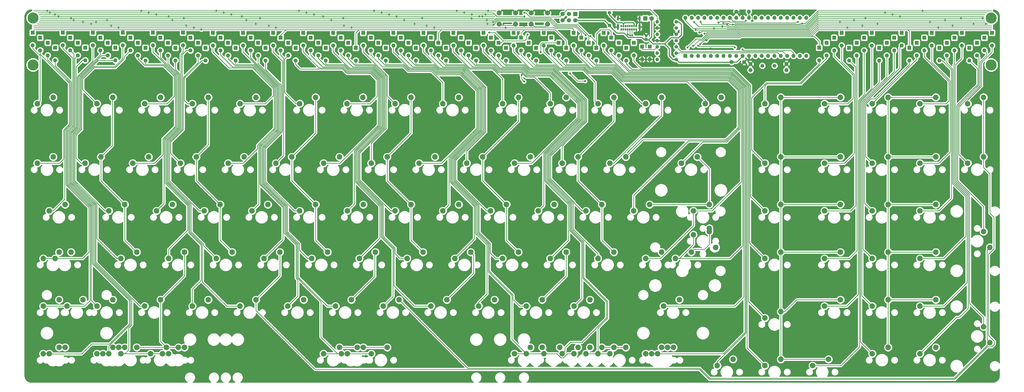
<source format=gtl>
G04 #@! TF.GenerationSoftware,KiCad,Pcbnew,(5.1.5)-3*
G04 #@! TF.CreationDate,2020-04-18T19:12:39+02:00*
G04 #@! TF.ProjectId,Rabelius,52616265-6c69-4757-932e-6b696361645f,1*
G04 #@! TF.SameCoordinates,Original*
G04 #@! TF.FileFunction,Copper,L1,Top*
G04 #@! TF.FilePolarity,Positive*
%FSLAX46Y46*%
G04 Gerber Fmt 4.6, Leading zero omitted, Abs format (unit mm)*
G04 Created by KiCad (PCBNEW (5.1.5)-3) date 2020-04-18 19:12:39*
%MOMM*%
%LPD*%
G04 APERTURE LIST*
%ADD10C,2.200000*%
%ADD11R,1.600000X1.600000*%
%ADD12O,1.600000X1.600000*%
%ADD13C,2.000000*%
%ADD14C,4.400000*%
%ADD15C,1.500000*%
%ADD16O,0.900000X1.700000*%
%ADD17O,0.900000X2.400000*%
%ADD18O,0.650000X1.000000*%
%ADD19O,1.400000X1.400000*%
%ADD20C,1.400000*%
%ADD21R,1.800000X1.800000*%
%ADD22C,1.800000*%
%ADD23C,1.700000*%
%ADD24R,1.700000X1.700000*%
%ADD25C,1.600000*%
%ADD26C,1.200000*%
%ADD27R,1.200000X1.200000*%
%ADD28C,0.800000*%
%ADD29C,0.250000*%
%ADD30C,0.400000*%
%ADD31C,0.254000*%
G04 APERTURE END LIST*
D10*
X30686249Y-59984892D03*
X37036249Y-57444892D03*
D11*
X40839649Y-31562392D03*
D12*
X40839649Y-36642392D03*
D13*
X227865695Y-28179792D03*
X227865695Y-23679792D03*
X234365695Y-28179792D03*
X234365695Y-23679792D03*
D10*
X235473749Y-59984892D03*
X241823749Y-57444892D03*
X106886249Y-83797392D03*
X113236249Y-81257392D03*
D12*
X342839649Y-42642392D03*
D11*
X342839649Y-37562392D03*
D12*
X345839649Y-40689092D03*
D11*
X345839649Y-35609092D03*
D12*
X354839649Y-42689092D03*
D11*
X354839649Y-37609092D03*
D12*
X363839649Y-36689092D03*
D11*
X363839649Y-31609092D03*
D12*
X351839649Y-36689092D03*
D11*
X351839649Y-31609092D03*
D12*
X384839649Y-38689092D03*
D11*
X384839649Y-33609092D03*
D12*
X381839649Y-40689092D03*
D11*
X381839649Y-35609092D03*
D12*
X366839649Y-42689092D03*
D11*
X366839649Y-37609092D03*
D12*
X369839649Y-40689092D03*
D11*
X369839649Y-35609092D03*
D12*
X360839649Y-38689092D03*
D11*
X360839649Y-33609092D03*
D12*
X348839649Y-38689092D03*
D11*
X348839649Y-33609092D03*
D12*
X375839649Y-36689092D03*
D11*
X375839649Y-31609092D03*
D12*
X399839649Y-36689092D03*
D11*
X399839649Y-31609092D03*
D12*
X390839649Y-42689092D03*
D11*
X390839649Y-37609092D03*
D12*
X411839649Y-36689092D03*
D11*
X411839649Y-31609092D03*
D12*
X408839649Y-38689092D03*
D11*
X408839649Y-33609092D03*
D12*
X393839649Y-40689092D03*
D11*
X393839649Y-35609092D03*
D12*
X405839649Y-40689092D03*
D11*
X405839649Y-35609092D03*
D12*
X396839649Y-38689092D03*
D11*
X396839649Y-33609092D03*
D12*
X387839649Y-36689092D03*
D11*
X387839649Y-31609092D03*
D12*
X372839649Y-38689092D03*
D11*
X372839649Y-33609092D03*
D12*
X402839649Y-42689092D03*
D11*
X402839649Y-37609092D03*
D12*
X357839649Y-40689092D03*
D11*
X357839649Y-35609092D03*
D12*
X378839649Y-42689092D03*
D11*
X378839649Y-37609092D03*
X208839649Y-31609092D03*
D12*
X208839649Y-36689092D03*
D11*
X211839649Y-33609092D03*
D12*
X211839649Y-38689092D03*
D11*
X220839649Y-31609092D03*
D12*
X220839649Y-36689092D03*
D11*
X238839649Y-35609092D03*
D12*
X238839649Y-40689092D03*
D11*
X229839649Y-37609092D03*
D12*
X229839649Y-42689092D03*
D11*
X217839649Y-37609092D03*
D12*
X217839649Y-42689092D03*
D11*
X250839649Y-35609092D03*
D12*
X250839649Y-40689092D03*
D11*
X247839649Y-33609092D03*
D12*
X247839649Y-38689092D03*
D11*
X223839649Y-33609092D03*
D12*
X223839649Y-38689092D03*
D11*
X232839649Y-31609092D03*
D12*
X232839649Y-36689092D03*
D11*
X244839649Y-31609092D03*
D12*
X244839649Y-36689092D03*
D11*
X235839649Y-33609092D03*
D12*
X235839649Y-38689092D03*
D11*
X226839649Y-35609092D03*
D12*
X226839649Y-40689092D03*
D11*
X214839649Y-35609092D03*
D12*
X214839649Y-40689092D03*
D11*
X241839649Y-37609092D03*
D12*
X241839649Y-42689092D03*
D11*
X163839649Y-33609092D03*
D12*
X163839649Y-38689092D03*
D11*
X166839649Y-35609092D03*
D12*
X166839649Y-40689092D03*
D11*
X175839649Y-33609092D03*
D12*
X175839649Y-38689092D03*
D11*
X193839649Y-37609092D03*
D12*
X193839649Y-42689092D03*
D11*
X184839649Y-31609092D03*
D12*
X184839649Y-36689092D03*
D11*
X172839649Y-31609092D03*
D12*
X172839649Y-36689092D03*
D11*
X205839649Y-37609092D03*
D12*
X205839649Y-42689092D03*
D11*
X202839649Y-35609092D03*
D12*
X202839649Y-40689092D03*
D11*
X178839649Y-35609092D03*
D12*
X178839649Y-40689092D03*
D11*
X187839649Y-33609092D03*
D12*
X187839649Y-38689092D03*
D11*
X199839649Y-33609092D03*
D12*
X199839649Y-38689092D03*
D11*
X190839649Y-35609092D03*
D12*
X190839649Y-40689092D03*
D11*
X181839649Y-37609092D03*
D12*
X181839649Y-42689092D03*
D11*
X169839649Y-37609092D03*
D12*
X169839649Y-42689092D03*
D11*
X196839649Y-31609092D03*
D12*
X196839649Y-36689092D03*
D11*
X118839649Y-35609092D03*
D12*
X118839649Y-40689092D03*
D11*
X121839649Y-37609092D03*
D12*
X121839649Y-42689092D03*
D11*
X130839649Y-35609092D03*
D12*
X130839649Y-40689092D03*
D11*
X148839649Y-31609092D03*
D12*
X148839649Y-36689092D03*
D11*
X139839649Y-33609092D03*
D12*
X139839649Y-38689092D03*
D11*
X127839649Y-33609092D03*
D12*
X127839649Y-38689092D03*
D11*
X160839649Y-31609092D03*
D12*
X160839649Y-36689092D03*
D11*
X157839649Y-37609092D03*
D12*
X157839649Y-42689092D03*
D11*
X133839649Y-37609092D03*
D12*
X133839649Y-42689092D03*
D11*
X142839649Y-35609092D03*
D12*
X142839649Y-40689092D03*
D11*
X154839649Y-35609092D03*
D12*
X154839649Y-40689092D03*
D11*
X145839649Y-37609092D03*
D12*
X145839649Y-42689092D03*
D11*
X136839649Y-31609092D03*
D12*
X136839649Y-36689092D03*
D11*
X124839649Y-31609092D03*
D12*
X124839649Y-36689092D03*
D11*
X151839649Y-33609092D03*
D12*
X151839649Y-38689092D03*
D11*
X73839649Y-37609092D03*
D12*
X73839649Y-42689092D03*
D11*
X76839649Y-31562392D03*
D12*
X76839649Y-36642392D03*
D11*
X85839649Y-37609092D03*
D12*
X85839649Y-42689092D03*
D11*
X103839649Y-33609092D03*
D12*
X103839649Y-38689092D03*
D11*
X94839649Y-35609092D03*
D12*
X94839649Y-40689092D03*
D11*
X82839649Y-35609092D03*
D12*
X82839649Y-40689092D03*
D11*
X115839649Y-33609092D03*
D12*
X115839649Y-38689092D03*
D11*
X112839649Y-31609092D03*
D12*
X112839649Y-36689092D03*
D11*
X88839649Y-31562392D03*
D12*
X88839649Y-36642392D03*
D11*
X97839649Y-37609092D03*
D12*
X97839649Y-42689092D03*
D11*
X109839649Y-37609092D03*
D12*
X109839649Y-42689092D03*
D11*
X100839649Y-31609092D03*
D12*
X100839649Y-36689092D03*
D11*
X91839649Y-33609092D03*
D12*
X91839649Y-38689092D03*
D11*
X79839649Y-33609092D03*
D12*
X79839649Y-38689092D03*
D11*
X106839649Y-35609092D03*
D12*
X106839649Y-40689092D03*
D11*
X28839649Y-31562392D03*
D12*
X28839649Y-36642392D03*
D11*
X31839649Y-33562392D03*
D12*
X31839649Y-38642392D03*
D11*
X58839649Y-35562392D03*
D12*
X58839649Y-40642392D03*
D11*
X49839649Y-37562392D03*
D12*
X49839649Y-42642392D03*
D11*
X37839649Y-37562392D03*
D12*
X37839649Y-42642392D03*
D11*
X70839649Y-35609092D03*
D12*
X70839649Y-40689092D03*
D11*
X67839649Y-33609092D03*
D12*
X67839649Y-38689092D03*
D11*
X43839649Y-33562392D03*
D12*
X43839649Y-38642392D03*
D11*
X52839649Y-31562392D03*
D12*
X52839649Y-36642392D03*
D11*
X64839649Y-31562392D03*
D12*
X64839649Y-36642392D03*
D11*
X55839649Y-33609092D03*
D12*
X55839649Y-38689092D03*
D11*
X46839649Y-35562392D03*
D12*
X46839649Y-40642392D03*
D11*
X34839649Y-35562392D03*
D12*
X34839649Y-40642392D03*
D11*
X61839649Y-37562392D03*
D12*
X61839649Y-42642392D03*
D11*
X268839649Y-35582392D03*
D12*
X268839649Y-40662392D03*
D11*
X265839649Y-37609092D03*
D12*
X265839649Y-42689092D03*
D11*
X262839649Y-35609092D03*
D12*
X262839649Y-40689092D03*
D11*
X259839649Y-33609092D03*
D12*
X259839649Y-38689092D03*
D11*
X256839649Y-31609092D03*
D12*
X256839649Y-36689092D03*
D11*
X253839649Y-37609092D03*
D12*
X253839649Y-42689092D03*
D14*
X411524999Y-44462142D03*
X411524999Y-25712142D03*
X28999999Y-44462142D03*
X28999999Y-25712142D03*
D10*
X279923749Y-119357392D03*
X273573749Y-121897392D03*
X298973749Y-109832392D03*
X292623749Y-112372392D03*
X301513749Y-117452392D03*
X298973749Y-111102392D03*
X411051249Y-117452392D03*
X408511249Y-111102392D03*
X408511249Y-149202392D03*
X411051249Y-155552392D03*
X383111249Y-159997392D03*
X389461249Y-157457392D03*
X383111249Y-140947392D03*
X389461249Y-138407392D03*
X364061249Y-159997392D03*
X370411249Y-157457392D03*
X364061249Y-140947392D03*
X370411249Y-138407392D03*
X345011249Y-140947392D03*
X351361249Y-138407392D03*
X345011249Y-121897392D03*
X351361249Y-119357392D03*
X364061249Y-121897392D03*
X370411249Y-119357392D03*
X383111249Y-121897392D03*
X389461249Y-119357392D03*
X383111249Y-102847392D03*
X389461249Y-100307392D03*
X364061249Y-102847392D03*
X370411249Y-100307392D03*
X345011249Y-102847392D03*
X351361249Y-100307392D03*
X402161249Y-83797392D03*
X408511249Y-81257392D03*
X402161249Y-59984892D03*
X408511249Y-57444892D03*
X383111249Y-59984892D03*
X389461249Y-57444892D03*
X364061249Y-59984892D03*
X370411249Y-57444892D03*
X383111249Y-83797392D03*
X389461249Y-81257392D03*
X364061249Y-83797392D03*
X370411249Y-81257392D03*
X345011249Y-83797392D03*
X351361249Y-81257392D03*
X351361249Y-57444892D03*
X345011249Y-59984892D03*
X251348749Y-138407392D03*
X244998749Y-140947392D03*
X70373749Y-157457392D03*
X64023749Y-159997392D03*
X151336249Y-157457392D03*
X144986249Y-159997392D03*
X254523749Y-159997392D03*
X260873749Y-157457392D03*
X282304999Y-157457392D03*
X275954999Y-159997392D03*
X239283749Y-157457392D03*
X232933749Y-159997392D03*
X160861249Y-157457392D03*
X154511249Y-159997392D03*
X75929999Y-159997392D03*
X82279999Y-157457392D03*
X60848749Y-157457392D03*
X54498749Y-159997392D03*
X244998749Y-159997392D03*
X251348749Y-157457392D03*
X246586249Y-157457392D03*
X240236249Y-159997392D03*
X227536249Y-157457392D03*
X221186249Y-159997392D03*
X265636249Y-157457392D03*
X259286249Y-159997392D03*
X284686249Y-157457392D03*
X278336249Y-159997392D03*
X39417499Y-138407392D03*
X33067499Y-140947392D03*
X280717499Y-140947392D03*
X287067499Y-138407392D03*
X291829999Y-119357392D03*
X285479999Y-121897392D03*
X206898749Y-140947392D03*
X213248749Y-138407392D03*
X240236249Y-83797392D03*
X246586249Y-81257392D03*
D15*
X320158749Y-44812392D03*
X325038749Y-44812392D03*
D16*
X262533749Y-25902392D03*
X271183749Y-25902392D03*
D17*
X262533749Y-29282392D03*
X271183749Y-29282392D03*
D18*
X263878749Y-28937392D03*
X264728749Y-28937392D03*
X265578749Y-28937392D03*
X266428749Y-28937392D03*
X267278749Y-28937392D03*
X268128749Y-28937392D03*
X268978749Y-28937392D03*
X269833749Y-28937392D03*
X263883749Y-30262392D03*
X264733749Y-30262392D03*
X265583749Y-30262392D03*
X266433749Y-30262392D03*
X267283749Y-30262392D03*
X268983749Y-30262392D03*
X269833749Y-30262392D03*
X268133749Y-30262392D03*
D12*
X289458998Y-25610192D03*
X337718998Y-40850192D03*
X291998998Y-25610192D03*
X335178998Y-40850192D03*
X294538998Y-25610192D03*
X332638998Y-40850192D03*
X297078998Y-25610192D03*
X330098998Y-40850192D03*
X299618998Y-25610192D03*
X327558998Y-40850192D03*
X302158998Y-25610192D03*
X325018998Y-40850192D03*
X304698998Y-25610192D03*
X322478998Y-40850192D03*
X307238998Y-25610192D03*
X319938998Y-40850192D03*
X309778998Y-25610192D03*
X317398998Y-40850192D03*
X312318998Y-25610192D03*
X314858998Y-40850192D03*
X314858998Y-25610192D03*
X312318998Y-40850192D03*
X317398998Y-25610192D03*
X309778998Y-40850192D03*
X319938998Y-25610192D03*
X307238998Y-40850192D03*
X322478998Y-25610192D03*
X304698998Y-40850192D03*
X325018998Y-25610192D03*
X302158998Y-40850192D03*
X327558998Y-25610192D03*
X299618998Y-40850192D03*
X330098998Y-25610192D03*
X297078998Y-40850192D03*
X332638998Y-25610192D03*
X294538998Y-40850192D03*
X335178998Y-25610192D03*
X291998998Y-40850192D03*
X337718998Y-25610192D03*
D11*
X289458998Y-40850192D03*
D10*
X340248749Y-164759892D03*
X346598749Y-162219892D03*
X321198749Y-164759892D03*
X327548749Y-162219892D03*
X302148749Y-164759892D03*
X308498749Y-162219892D03*
X279923749Y-157457392D03*
X273573749Y-159997392D03*
X249761249Y-159997392D03*
X256111249Y-157457392D03*
X232298749Y-157457392D03*
X225948749Y-159997392D03*
X164036249Y-159997392D03*
X170386249Y-157457392D03*
X152129999Y-159997392D03*
X158479999Y-157457392D03*
X87042499Y-157457392D03*
X80692499Y-159997392D03*
X89423749Y-157457392D03*
X83073749Y-159997392D03*
X59261249Y-159997392D03*
X65611249Y-157457392D03*
X56879999Y-159997392D03*
X63229999Y-157457392D03*
X33067499Y-159997392D03*
X39417499Y-157457392D03*
X41798749Y-157457392D03*
X35448749Y-159997392D03*
X321198749Y-145709892D03*
X327548749Y-143169892D03*
X225948749Y-140947392D03*
X232298749Y-138407392D03*
X187848749Y-140947392D03*
X194198749Y-138407392D03*
X168798749Y-140947392D03*
X175148749Y-138407392D03*
X149748749Y-140947392D03*
X156098749Y-138407392D03*
X130698749Y-140947392D03*
X137048749Y-138407392D03*
X111648749Y-140947392D03*
X117998749Y-138407392D03*
X92598749Y-140947392D03*
X98948749Y-138407392D03*
X73548749Y-140947392D03*
X79898749Y-138407392D03*
X54498749Y-140947392D03*
X60848749Y-138407392D03*
X48942499Y-138407392D03*
X42592499Y-140947392D03*
X254523749Y-121897392D03*
X260873749Y-119357392D03*
X235473749Y-121897392D03*
X241823749Y-119357392D03*
X216423749Y-121897392D03*
X222773749Y-119357392D03*
X197373749Y-121897392D03*
X203723749Y-119357392D03*
X178323749Y-121897392D03*
X184673749Y-119357392D03*
X159273749Y-121897392D03*
X165623749Y-119357392D03*
X140223749Y-121897392D03*
X146573749Y-119357392D03*
X121173749Y-121897392D03*
X127523749Y-119357392D03*
X102123749Y-121897392D03*
X108473749Y-119357392D03*
X83073749Y-121897392D03*
X89423749Y-119357392D03*
X64023749Y-121897392D03*
X70373749Y-119357392D03*
X33067499Y-121897392D03*
X39417499Y-119357392D03*
X37829999Y-121897392D03*
X44179999Y-119357392D03*
X321198749Y-121897392D03*
X327548749Y-119357392D03*
X297386249Y-59984892D03*
X303736249Y-57444892D03*
X298973749Y-100307392D03*
X292623749Y-102847392D03*
X268811249Y-102847392D03*
X275161249Y-100307392D03*
X249761249Y-102847392D03*
X256111249Y-100307392D03*
X230711249Y-102847392D03*
X237061249Y-100307392D03*
X211661249Y-102847392D03*
X218011249Y-100307392D03*
X192611249Y-102847392D03*
X198961249Y-100307392D03*
X173561249Y-102847392D03*
X179911249Y-100307392D03*
X154511249Y-102847392D03*
X160861249Y-100307392D03*
X135461249Y-102847392D03*
X141811249Y-100307392D03*
X116411249Y-102847392D03*
X122761249Y-100307392D03*
X97361249Y-102847392D03*
X103711249Y-100307392D03*
X78311249Y-102847392D03*
X84661249Y-100307392D03*
X59261249Y-102847392D03*
X65611249Y-100307392D03*
X41798749Y-100307392D03*
X35448749Y-102847392D03*
X321198749Y-102847392D03*
X327548749Y-100307392D03*
X321198749Y-83797392D03*
X327548749Y-81257392D03*
X287861249Y-83797392D03*
X294211249Y-81257392D03*
X259286249Y-83797392D03*
X265636249Y-81257392D03*
X221186249Y-83797392D03*
X227536249Y-81257392D03*
X202136249Y-83797392D03*
X208486249Y-81257392D03*
X183086249Y-83797392D03*
X189436249Y-81257392D03*
X164036249Y-83797392D03*
X170386249Y-81257392D03*
X144986249Y-83797392D03*
X151336249Y-81257392D03*
X125936249Y-83797392D03*
X132286249Y-81257392D03*
X87836249Y-83797392D03*
X94186249Y-81257392D03*
X68786249Y-83797392D03*
X75136249Y-81257392D03*
X49736249Y-83797392D03*
X56086249Y-81257392D03*
X30686249Y-83797392D03*
X37036249Y-81257392D03*
X321198749Y-59984892D03*
X327548749Y-57444892D03*
X273573749Y-59984892D03*
X279923749Y-57444892D03*
X254523749Y-59984892D03*
X260873749Y-57444892D03*
X216423749Y-59984892D03*
X222773749Y-57444892D03*
X192611249Y-59984892D03*
X198961249Y-57444892D03*
X173561249Y-59984892D03*
X179911249Y-57444892D03*
X154352499Y-59984892D03*
X160702499Y-57444892D03*
X135461249Y-59984892D03*
X141811249Y-57444892D03*
X111648749Y-59984892D03*
X117998749Y-57444892D03*
X92598749Y-59984892D03*
X98948749Y-57444892D03*
X73548749Y-59984892D03*
X79898749Y-57444892D03*
X54498749Y-59984892D03*
X60848749Y-57444892D03*
D13*
X215127095Y-28154392D03*
X215127095Y-23654392D03*
X221627095Y-28154392D03*
X221627095Y-23654392D03*
D19*
X278206798Y-27184992D03*
D20*
X285826798Y-27184992D03*
D19*
X278206798Y-29695955D03*
D20*
X285826798Y-29695955D03*
D19*
X278206798Y-42250770D03*
D20*
X285826798Y-42250770D03*
D19*
X278206798Y-39739807D03*
D20*
X285826798Y-39739807D03*
D19*
X278206798Y-37228844D03*
D20*
X285826798Y-37228844D03*
D19*
X278206798Y-34717881D03*
D20*
X285826798Y-34717881D03*
D19*
X278206798Y-32206918D03*
D20*
X285826798Y-32206918D03*
D21*
X273437997Y-25889592D03*
D22*
X275977997Y-25889592D03*
D23*
X240450895Y-26600792D03*
X240450895Y-24060792D03*
X242990895Y-26600792D03*
X242990895Y-24060792D03*
X245530895Y-26600792D03*
D24*
X245530895Y-24060792D03*
D20*
X259158749Y-28662392D03*
X259158749Y-23562392D03*
D11*
X275209598Y-37167192D03*
D12*
X275209598Y-42247192D03*
D11*
X272158749Y-37167192D03*
D12*
X272158749Y-42247192D03*
D25*
X307924798Y-43288592D03*
X312924798Y-43288592D03*
X314782798Y-23120992D03*
X309782798Y-23120992D03*
D26*
X273787957Y-32776236D03*
D27*
X273787957Y-34276236D03*
D25*
X315408749Y-46562392D03*
X315408749Y-44062392D03*
X329794198Y-46565192D03*
X329794198Y-44065192D03*
D28*
X72158749Y-22812392D03*
X75158749Y-23562392D03*
X78158749Y-24312392D03*
X93158749Y-29562392D03*
X96158749Y-30312392D03*
X54158749Y-27312392D03*
X243353348Y-47867793D03*
X225158749Y-25062392D03*
X249658749Y-32562392D03*
X251508750Y-32962391D03*
X90158749Y-28812392D03*
X125908749Y-29562392D03*
X123158749Y-28812392D03*
X114158749Y-26562392D03*
X108158749Y-24312392D03*
X105158749Y-23562392D03*
X102158749Y-22812392D03*
X156158749Y-29562392D03*
X153158749Y-28812392D03*
X141158749Y-24312392D03*
X138158749Y-23562392D03*
X135158749Y-22812392D03*
X189158749Y-29562392D03*
X186158749Y-28812392D03*
X177158749Y-26562392D03*
X174158749Y-25062392D03*
X171158749Y-24312392D03*
X168158749Y-23562392D03*
X165158749Y-22812392D03*
X212658749Y-27312392D03*
X207158749Y-25062392D03*
X204158749Y-24312392D03*
X201158749Y-23562392D03*
X198158749Y-22812392D03*
X212908749Y-28312392D03*
X210658749Y-22812392D03*
X217658749Y-29562392D03*
X226408749Y-32312392D03*
X210158749Y-26562392D03*
X211158749Y-31562392D03*
X210408749Y-28062392D03*
X209658749Y-24312392D03*
X208408749Y-25062392D03*
X292908749Y-27312392D03*
X295533749Y-27187392D03*
X300908749Y-29812392D03*
X304158749Y-29062392D03*
X306158749Y-28312392D03*
X308408749Y-28312392D03*
X293533749Y-30437392D03*
X295033749Y-31437392D03*
X297033749Y-31937392D03*
X375158749Y-25062392D03*
X372158749Y-24312392D03*
X369158749Y-23562392D03*
X366158749Y-28062392D03*
X360158749Y-28812392D03*
X354158749Y-29562392D03*
X351158749Y-27312392D03*
X336058748Y-27912393D03*
X334408749Y-27312392D03*
X304558748Y-27712391D03*
X302658749Y-27562392D03*
X63158749Y-29562392D03*
X60158749Y-28812392D03*
X45158749Y-26562392D03*
X35658749Y-23562392D03*
X34658749Y-22812392D03*
X384158749Y-22812392D03*
X387158749Y-27312392D03*
X393158749Y-26562392D03*
X409408749Y-28062392D03*
X408158749Y-25812392D03*
X231658749Y-39312392D03*
X224058749Y-48512392D03*
X225058749Y-51112392D03*
X39158749Y-25062392D03*
X390408749Y-29562392D03*
X396158749Y-28812392D03*
X290300000Y-37500000D03*
X292600000Y-36900000D03*
X295285571Y-36185571D03*
X297800000Y-34700000D03*
X37687608Y-24312392D03*
X44187608Y-25812392D03*
X48937608Y-27312392D03*
X52187608Y-28062392D03*
X58537608Y-26562392D03*
X83137608Y-25062392D03*
X84637608Y-26562392D03*
X89187608Y-25812392D03*
X117937608Y-28062392D03*
X119587608Y-25812392D03*
X112337608Y-25062392D03*
X144837608Y-25062392D03*
X148037608Y-26562392D03*
X152887608Y-25812392D03*
X184387608Y-25812392D03*
X181337608Y-28062392D03*
X204058748Y-25858748D03*
X356737608Y-26562392D03*
X361287608Y-25812392D03*
X399487608Y-25812392D03*
X404537608Y-28062392D03*
X249400000Y-50900000D03*
X237908749Y-26562392D03*
X237908749Y-24312392D03*
X289250000Y-28500000D03*
X290000000Y-30250000D03*
X289550000Y-33700000D03*
X292000000Y-33700000D03*
X302000000Y-35500000D03*
X304300000Y-38100000D03*
X306600000Y-38050000D03*
X297500000Y-44750000D03*
X257500000Y-43000000D03*
X250750000Y-38250000D03*
X247750000Y-36000000D03*
X244000000Y-34250000D03*
X236000000Y-36750000D03*
X230250000Y-33500000D03*
X231750000Y-41500000D03*
X226000000Y-38000000D03*
X330300000Y-34750000D03*
X327800000Y-34750000D03*
X332900000Y-34750000D03*
X335400000Y-34700000D03*
X268000000Y-114000000D03*
X306500000Y-113500000D03*
X216750000Y-92250000D03*
X177250000Y-92250000D03*
X41250000Y-42000000D03*
X69000000Y-69500000D03*
X107500000Y-70500000D03*
X150250000Y-70500000D03*
X189250000Y-71250000D03*
X227750000Y-72250000D03*
X250250000Y-28500000D03*
X412500000Y-134250000D03*
X413000000Y-120750000D03*
X312500000Y-23250000D03*
X316150000Y-24275000D03*
X217600000Y-32000000D03*
X57100000Y-44000000D03*
X56700000Y-41700000D03*
X250900000Y-154500000D03*
X294000000Y-120300000D03*
X284400000Y-36000000D03*
X231600000Y-28100000D03*
X219500000Y-27775000D03*
X240200000Y-164700000D03*
X232900000Y-164500000D03*
X227200000Y-164600000D03*
X246500000Y-164700000D03*
X251200000Y-164700000D03*
X260700000Y-164900000D03*
X256000000Y-164800000D03*
X257400000Y-159000000D03*
X235900000Y-158500000D03*
X229700000Y-158600000D03*
X247300000Y-159500000D03*
X248900000Y-156600000D03*
X244700000Y-158000000D03*
X76600000Y-34300000D03*
X142000000Y-37900000D03*
X178600000Y-38100000D03*
X205500000Y-40100000D03*
X205900000Y-47600000D03*
X259900000Y-36000000D03*
X262800000Y-38200000D03*
X266000000Y-40300000D03*
X225100000Y-28800000D03*
X361800000Y-83600000D03*
X362100000Y-60600000D03*
X161875000Y-160850000D03*
X41750000Y-120450000D03*
X64275000Y-154250000D03*
X216800000Y-28050000D03*
X324850000Y-34750000D03*
X287425000Y-25800000D03*
X299700000Y-35425000D03*
X299600000Y-37850000D03*
X294200000Y-38100000D03*
X296925000Y-38075000D03*
X279150000Y-24750000D03*
X316150000Y-26850000D03*
X312258749Y-38312392D03*
X266458749Y-32262392D03*
X267358749Y-32612392D03*
X225158749Y-23562392D03*
X309200000Y-37425000D03*
X294550000Y-36775000D03*
X268228749Y-32644092D03*
X313558749Y-26812392D03*
D29*
X402161249Y-58429258D02*
X407658749Y-52931758D01*
X402161249Y-59984892D02*
X402161249Y-58429258D01*
X407658749Y-52931758D02*
X407658749Y-43562392D01*
X411839649Y-39381492D02*
X411839649Y-36689092D01*
X407658749Y-43562392D02*
X411839649Y-39381492D01*
X398658749Y-80294892D02*
X402161249Y-83797392D01*
X398658749Y-61312392D02*
X398658749Y-80294892D01*
X408839649Y-38689092D02*
X409639648Y-39489091D01*
X407158749Y-43312392D02*
X407158749Y-52812392D01*
X409639648Y-40831493D02*
X407158749Y-43312392D01*
X409639648Y-39489091D02*
X409639648Y-40831493D01*
X407158749Y-52812392D02*
X398658749Y-61312392D01*
X406658749Y-41508192D02*
X405839649Y-40689092D01*
X408511249Y-101164892D02*
X398158749Y-90812392D01*
X398158749Y-90812392D02*
X398158749Y-61062392D01*
X398158749Y-61062392D02*
X406658749Y-52562392D01*
X408511249Y-111102392D02*
X408511249Y-101164892D01*
X406658749Y-52562392D02*
X406658749Y-41508192D01*
X397731249Y-145377392D02*
X398843749Y-145377392D01*
X383111249Y-159997392D02*
X397731249Y-145377392D01*
X398843749Y-145377392D02*
X402408749Y-141812392D01*
X402408749Y-141812392D02*
X402408749Y-96562392D01*
X402408749Y-96562392D02*
X397158749Y-91312392D01*
X397158749Y-91312392D02*
X397158749Y-44562392D01*
X399839649Y-41881492D02*
X399839649Y-36689092D01*
X397158749Y-44562392D02*
X399839649Y-41881492D01*
X408511249Y-145414892D02*
X408511249Y-149202392D01*
X402908749Y-139812392D02*
X408511249Y-145414892D01*
X402908749Y-96312392D02*
X402908749Y-139812392D01*
X406158749Y-46008192D02*
X406158749Y-52312392D01*
X402839649Y-42689092D02*
X406158749Y-46008192D01*
X406158749Y-52312392D02*
X397658749Y-60812392D01*
X397658749Y-60812392D02*
X397658749Y-91062392D01*
X397658749Y-91062392D02*
X402908749Y-96312392D01*
X383111249Y-140947392D02*
X392523749Y-140947392D01*
X392523749Y-140947392D02*
X401908749Y-131562392D01*
X401908749Y-131562392D02*
X401908749Y-96812392D01*
X401908749Y-96812392D02*
X396658749Y-91562392D01*
X396658749Y-91562392D02*
X396658749Y-44312392D01*
X390623749Y-102847392D02*
X383111249Y-102847392D01*
X395658749Y-97812392D02*
X390623749Y-102847392D01*
X395658749Y-46376822D02*
X395658749Y-97812392D01*
X391971019Y-42689092D02*
X395658749Y-46376822D01*
X390839649Y-42689092D02*
X391971019Y-42689092D01*
X393839649Y-43743292D02*
X393839649Y-40689092D01*
X396158749Y-46062392D02*
X393839649Y-43743292D01*
X392573749Y-121897392D02*
X401408749Y-113062392D01*
X383111249Y-121897392D02*
X392573749Y-121897392D01*
X396158749Y-91812392D02*
X396158749Y-46062392D01*
X401408749Y-113062392D02*
X401408749Y-97062392D01*
X401408749Y-97062392D02*
X396158749Y-91812392D01*
X396839649Y-44131492D02*
X396839649Y-38689092D01*
X396658749Y-44312392D02*
X396839649Y-44131492D01*
X383111249Y-83797392D02*
X390673749Y-83797392D01*
X390673749Y-83797392D02*
X395158749Y-79312392D01*
X395158749Y-79312392D02*
X395158749Y-50812392D01*
X387839649Y-43493292D02*
X387839649Y-36689092D01*
X395158749Y-50812392D02*
X387839649Y-43493292D01*
X384839649Y-38689092D02*
X384839649Y-41243292D01*
X384839649Y-41243292D02*
X394658749Y-51062392D01*
X383111249Y-59984892D02*
X393486249Y-59984892D01*
X394658749Y-58812392D02*
X394658749Y-51062392D01*
X393486249Y-59984892D02*
X394658749Y-58812392D01*
X378839649Y-42689092D02*
X378839649Y-44381492D01*
X378839649Y-44381492D02*
X365158749Y-58062392D01*
X365158749Y-58062392D02*
X363408749Y-58062392D01*
X363408749Y-58062392D02*
X361408749Y-60062392D01*
X361408749Y-81144892D02*
X364061249Y-83797392D01*
X361408749Y-60062392D02*
X361408749Y-81144892D01*
X375039650Y-37489091D02*
X375039650Y-45681491D01*
X375839649Y-36689092D02*
X375039650Y-37489091D01*
X375039650Y-45681491D02*
X360908749Y-59812392D01*
X360908749Y-99694892D02*
X364061249Y-102847392D01*
X360908749Y-59812392D02*
X360908749Y-99694892D01*
X372839649Y-38689092D02*
X372839649Y-47131492D01*
X372839649Y-47131492D02*
X360408749Y-59562392D01*
X360408749Y-118244892D02*
X364061249Y-121897392D01*
X360408749Y-59562392D02*
X360408749Y-118244892D01*
X359908749Y-59312392D02*
X359908749Y-136794892D01*
X369839649Y-40689092D02*
X369839649Y-49381492D01*
X359908749Y-136794892D02*
X364061249Y-140947392D01*
X369839649Y-49381492D02*
X359908749Y-59312392D01*
X359408749Y-155344892D02*
X364061249Y-159997392D01*
X359408749Y-59062392D02*
X359408749Y-155344892D01*
X366839649Y-42689092D02*
X366839649Y-51631492D01*
X366839649Y-51631492D02*
X359408749Y-59062392D01*
X345011249Y-140947392D02*
X353873730Y-140947392D01*
X358508730Y-136312392D02*
X358508731Y-58689590D01*
X353873730Y-140947392D02*
X358508730Y-136312392D01*
X360839649Y-56358672D02*
X360839649Y-38689092D01*
X358508731Y-58689590D02*
X360839649Y-56358672D01*
X354823749Y-121897392D02*
X345011249Y-121897392D01*
X357908749Y-41562392D02*
X357908749Y-118812392D01*
X357839649Y-40689092D02*
X357839649Y-41493292D01*
X357908749Y-118812392D02*
X354823749Y-121897392D01*
X357839649Y-41493292D02*
X357908749Y-41562392D01*
X357408749Y-45258192D02*
X354839649Y-42689092D01*
X357408749Y-100812392D02*
X357408749Y-45258192D01*
X345011249Y-102847392D02*
X355373749Y-102847392D01*
X355373749Y-102847392D02*
X357408749Y-100812392D01*
X346566883Y-83797392D02*
X346581883Y-83812392D01*
X345011249Y-83797392D02*
X346566883Y-83797392D01*
X346581883Y-83812392D02*
X352908749Y-83812392D01*
X352908749Y-83812392D02*
X356908749Y-79812392D01*
X356908749Y-79812392D02*
X356908749Y-48312392D01*
X351839649Y-43243292D02*
X351839649Y-36689092D01*
X356908749Y-48312392D02*
X351839649Y-43243292D01*
X345011249Y-59984892D02*
X354236249Y-59984892D01*
X354236249Y-59984892D02*
X356408749Y-57812392D01*
X356408749Y-57812392D02*
X356408749Y-48562392D01*
X348839649Y-40993292D02*
X348839649Y-38689092D01*
X356408749Y-48562392D02*
X348839649Y-40993292D01*
X247883749Y-138062392D02*
X244998749Y-140947392D01*
X247908749Y-138062392D02*
X247883749Y-138062392D01*
X248008729Y-137962412D02*
X247908749Y-138062392D01*
X243258729Y-110685192D02*
X248008729Y-115435192D01*
X208839649Y-39243292D02*
X215258779Y-45662422D01*
X248008729Y-115435192D02*
X248008729Y-137962412D01*
X243258729Y-100185192D02*
X243258729Y-110685192D01*
X215258779Y-45662422D02*
X224713139Y-45662422D01*
X226581378Y-47530661D02*
X235990609Y-47530662D01*
X208839649Y-37689092D02*
X208839649Y-39243292D01*
X224713139Y-45662422D02*
X226581378Y-47530661D01*
X247758729Y-66076002D02*
X233758730Y-80076001D01*
X235990609Y-47530662D02*
X247758728Y-59298781D01*
X247758728Y-59298781D02*
X247758729Y-66076002D01*
X233758730Y-80076001D02*
X233758730Y-90685191D01*
X233758730Y-90685191D02*
X243258729Y-100185192D01*
X208839649Y-37689092D02*
X208839649Y-36689092D01*
X37039649Y-22812392D02*
X210658749Y-22812392D01*
X43658749Y-24312392D02*
X209658749Y-24312392D01*
X43908749Y-25062392D02*
X83137608Y-25062392D01*
X50289649Y-26562392D02*
X58537608Y-26562392D01*
X52408749Y-28062392D02*
X117937608Y-28062392D01*
X36539649Y-22812392D02*
X37039649Y-22812392D01*
X49789649Y-26562392D02*
X50289649Y-26562392D01*
X50408749Y-27312392D02*
X210658749Y-27312392D01*
X259839649Y-33609092D02*
X259839649Y-31133268D01*
X253839649Y-37609092D02*
X253839649Y-32131492D01*
X253839649Y-32131492D02*
X255658749Y-30312392D01*
X259018773Y-30312392D02*
X259839649Y-31133268D01*
X255658749Y-30312392D02*
X259018773Y-30312392D01*
X241839649Y-34743292D02*
X241839649Y-37609092D01*
X237408749Y-30312392D02*
X241839649Y-34743292D01*
X64839649Y-31562392D02*
X64839649Y-30512392D01*
X64839649Y-30512392D02*
X65039649Y-30312392D01*
X64408749Y-29562392D02*
X189158749Y-29562392D01*
X250839649Y-32743292D02*
X250839649Y-35609092D01*
X246408749Y-28312392D02*
X250839649Y-32743292D01*
X235658749Y-25812392D02*
X238158749Y-28312392D01*
X45539649Y-25812392D02*
X89187608Y-25812392D01*
X238158749Y-28312392D02*
X246408749Y-28312392D01*
X212658749Y-23562392D02*
X40789649Y-23562392D01*
X225158749Y-25062392D02*
X214158749Y-25062392D01*
X214158749Y-25062392D02*
X212658749Y-23562392D01*
X210658749Y-27312392D02*
X213158749Y-27312392D01*
X213158749Y-27312392D02*
X214158749Y-26312392D01*
X214158749Y-26312392D02*
X235408749Y-26312392D01*
X235408749Y-26312392D02*
X237908749Y-28812392D01*
X237908749Y-28812392D02*
X245908749Y-28812392D01*
X245908749Y-28812392D02*
X249658749Y-32562392D01*
X249658749Y-32562392D02*
X249658749Y-32562392D01*
X245658749Y-29312392D02*
X247839649Y-31493292D01*
X247839649Y-31493292D02*
X247839649Y-33609092D01*
X221158749Y-26812392D02*
X221175748Y-26829391D01*
X221175748Y-26829391D02*
X235141750Y-26829391D01*
X237624751Y-29312392D02*
X245658749Y-29312392D01*
X235141750Y-26829391D02*
X237624751Y-29312392D01*
X61658749Y-28812392D02*
X186158749Y-28812392D01*
X212408749Y-28812392D02*
X214408749Y-26812392D01*
X214408749Y-26812392D02*
X221158749Y-26812392D01*
X253839649Y-35293290D02*
X251508750Y-32962391D01*
X253839649Y-37609092D02*
X253839649Y-35293290D01*
X127839649Y-32559092D02*
X130086349Y-30312392D01*
X130086349Y-30312392D02*
X130158749Y-30312392D01*
X127839649Y-33609092D02*
X127839649Y-32559092D01*
X65039649Y-30312392D02*
X130158749Y-30312392D01*
X157839649Y-31631492D02*
X159158749Y-30312392D01*
X130158749Y-30312392D02*
X159158749Y-30312392D01*
X157839649Y-37609092D02*
X157839649Y-31631492D01*
X190839649Y-31631492D02*
X192158749Y-30312392D01*
X190839649Y-35609092D02*
X190839649Y-31631492D01*
X159158749Y-30312392D02*
X192158749Y-30312392D01*
X186158749Y-28812392D02*
X212408749Y-28812392D01*
X180158749Y-28062392D02*
X181337608Y-28062392D01*
X177158749Y-26562392D02*
X210158749Y-26562392D01*
X174158749Y-25062392D02*
X208408749Y-25062392D01*
X244408749Y-29812392D02*
X244839649Y-30243292D01*
X244839649Y-30243292D02*
X244839649Y-31609092D01*
X237408749Y-29812392D02*
X244408749Y-29812392D01*
X189158749Y-29562392D02*
X217658749Y-29562392D01*
X237158749Y-29562392D02*
X237408749Y-29812392D01*
X223839649Y-31631492D02*
X225158749Y-30312392D01*
X223839649Y-33609092D02*
X223839649Y-31631492D01*
X192158749Y-30312392D02*
X225158749Y-30312392D01*
X225158749Y-30312392D02*
X237408749Y-30312392D01*
X217658749Y-29562392D02*
X237158749Y-29562392D01*
X226008750Y-32712391D02*
X226008750Y-33962391D01*
X226408749Y-32312392D02*
X226008750Y-32712391D01*
X226008750Y-33962391D02*
X225158749Y-34812392D01*
X225158749Y-34812392D02*
X217408749Y-34812392D01*
X215889649Y-35609092D02*
X216686349Y-34812392D01*
X216686349Y-34812392D02*
X217408749Y-34812392D01*
X214839649Y-35609092D02*
X215889649Y-35609092D01*
X213436349Y-31562392D02*
X216686349Y-34812392D01*
X183158749Y-25812392D02*
X184387608Y-25812392D01*
X210158749Y-26562392D02*
X213158749Y-26562392D01*
X213908749Y-25812392D02*
X235658749Y-25812392D01*
X213158749Y-26562392D02*
X213908749Y-25812392D01*
X211158749Y-31562392D02*
X213436349Y-31562392D01*
X209658749Y-28062392D02*
X210408749Y-28062392D01*
X295533749Y-27187392D02*
X295408749Y-27062392D01*
X295533749Y-27753077D02*
X296093064Y-28312392D01*
X295533749Y-27187392D02*
X295533749Y-27753077D01*
X296093064Y-28312392D02*
X304158749Y-28312392D01*
X292908749Y-27312392D02*
X294408749Y-28812392D01*
X294408749Y-28812392D02*
X294658749Y-29062392D01*
X294658749Y-29062392D02*
X304158749Y-29062392D01*
X292658749Y-29812392D02*
X300908749Y-29812392D01*
X304158749Y-29062392D02*
X304158749Y-29062392D01*
X304158749Y-28312392D02*
X306158749Y-28312392D01*
X304558748Y-27712391D02*
X304558748Y-27712391D01*
X307158749Y-28312392D02*
X308408749Y-28312392D01*
X306558748Y-27712391D02*
X307158749Y-28312392D01*
X311158749Y-33562392D02*
X311658749Y-33062392D01*
X311658749Y-33062392D02*
X339658749Y-33062392D01*
X339658749Y-33062392D02*
X342408749Y-30312392D01*
X296408749Y-35062392D02*
X295285571Y-36185571D01*
X296658749Y-35062392D02*
X296408749Y-35062392D01*
X298658749Y-33062392D02*
X296658749Y-35062392D01*
X400158749Y-29562392D02*
X342408749Y-29562392D01*
X339408749Y-32562392D02*
X311408749Y-32562392D01*
X310908749Y-33062392D02*
X298658749Y-33062392D01*
X342408749Y-29562392D02*
X339408749Y-32562392D01*
X311408749Y-32562392D02*
X310908749Y-33062392D01*
X297599434Y-31937392D02*
X297033749Y-31937392D01*
X297974434Y-31562392D02*
X297599434Y-31937392D01*
X342408749Y-27312392D02*
X338658749Y-31062392D01*
X400158749Y-27312392D02*
X342408749Y-27312392D01*
X338658749Y-31062392D02*
X310658749Y-31062392D01*
X310658749Y-31062392D02*
X310158749Y-31562392D01*
X310158749Y-31562392D02*
X297974434Y-31562392D01*
X295599434Y-31437392D02*
X295033749Y-31437392D01*
X342408749Y-26562392D02*
X338408749Y-30562392D01*
X295974434Y-31062392D02*
X295599434Y-31437392D01*
X309908749Y-31062392D02*
X295974434Y-31062392D01*
X400158749Y-26562392D02*
X356737608Y-26562392D01*
X338408749Y-30562392D02*
X310408749Y-30562392D01*
X310408749Y-30562392D02*
X309908749Y-31062392D01*
X294099434Y-30437392D02*
X293533749Y-30437392D01*
X294224434Y-30562392D02*
X294099434Y-30437392D01*
X342408749Y-25812392D02*
X338158749Y-30062392D01*
X400158749Y-25812392D02*
X399487608Y-25812392D01*
X338158749Y-30062392D02*
X310158749Y-30062392D01*
X309658749Y-30562392D02*
X294224434Y-30562392D01*
X310158749Y-30062392D02*
X309658749Y-30562392D01*
X304158749Y-29812392D02*
X300908749Y-29812392D01*
X306158749Y-29812392D02*
X304158749Y-29812392D01*
X306408749Y-30062392D02*
X306158749Y-29812392D01*
X342408749Y-25062392D02*
X337908749Y-29562392D01*
X400158749Y-25062392D02*
X342408749Y-25062392D01*
X309908749Y-29562392D02*
X309408749Y-30062392D01*
X337908749Y-29562392D02*
X309908749Y-29562392D01*
X309408749Y-30062392D02*
X306408749Y-30062392D01*
X342408749Y-24312392D02*
X337658749Y-29062392D01*
X306158749Y-29062392D02*
X305658749Y-29062392D01*
X306658749Y-29562392D02*
X306158749Y-29062392D01*
X400158749Y-24312392D02*
X342408749Y-24312392D01*
X305658749Y-29062392D02*
X304158749Y-29062392D01*
X337658749Y-29062392D02*
X309658749Y-29062392D01*
X309658749Y-29062392D02*
X309158749Y-29562392D01*
X309158749Y-29562392D02*
X306658749Y-29562392D01*
X306658749Y-28812392D02*
X306158749Y-28312392D01*
X306908749Y-29062392D02*
X306658749Y-28812392D01*
X342408749Y-23562392D02*
X337408749Y-28562392D01*
X400158749Y-23562392D02*
X342408749Y-23562392D01*
X337408749Y-28562392D02*
X309408749Y-28562392D01*
X309408749Y-28562392D02*
X308908749Y-29062392D01*
X308908749Y-29062392D02*
X306908749Y-29062392D01*
X337308748Y-27912393D02*
X336058748Y-27912393D01*
X400158749Y-22812392D02*
X342408749Y-22812392D01*
X342408749Y-22812392D02*
X337308748Y-27912393D01*
X342839649Y-37562392D02*
X342839649Y-34993292D01*
X340908749Y-33062392D02*
X339658749Y-33062392D01*
X342839649Y-34993292D02*
X340908749Y-33062392D01*
X378839649Y-37609092D02*
X378839649Y-30993292D01*
X342408749Y-30312392D02*
X378158749Y-30312392D01*
X378839649Y-30993292D02*
X378158749Y-30312392D01*
X304558748Y-27712391D02*
X306558748Y-27712391D01*
X307158749Y-27312392D02*
X306908749Y-27062392D01*
X306908749Y-27062392D02*
X303408749Y-27062392D01*
X303408749Y-27062392D02*
X302908749Y-27562392D01*
X302908749Y-27562392D02*
X302658749Y-27562392D01*
X302658749Y-27562392D02*
X302658749Y-27562392D01*
X298158749Y-32062392D02*
X296158749Y-34062392D01*
X338908749Y-31562392D02*
X310908749Y-31562392D01*
X310408749Y-32062392D02*
X298158749Y-32062392D01*
X310908749Y-31562392D02*
X310408749Y-32062392D01*
X342408749Y-28062392D02*
X338908749Y-31562392D01*
X400158749Y-22812392D02*
X411658749Y-22812392D01*
X400158749Y-23562392D02*
X409658749Y-23562392D01*
X400158749Y-24312392D02*
X408908749Y-24312392D01*
X400158749Y-25062392D02*
X408658749Y-25062392D01*
X400158749Y-25812392D02*
X408658749Y-25812392D01*
X400158749Y-26562392D02*
X408908749Y-26562392D01*
X342408749Y-28062392D02*
X404537608Y-28062392D01*
X400158749Y-27312392D02*
X409158749Y-27312392D01*
X400158749Y-29562392D02*
X411658749Y-29562392D01*
X36539649Y-22812392D02*
X34658749Y-22812392D01*
X40789649Y-23562392D02*
X30908749Y-23562392D01*
X43658749Y-24312392D02*
X37687608Y-24312392D01*
X43908749Y-25062392D02*
X31908749Y-25062392D01*
X45539649Y-25812392D02*
X44187608Y-25812392D01*
X49789649Y-26562392D02*
X31658749Y-26562392D01*
X50408749Y-27312392D02*
X48937608Y-27312392D01*
X52408749Y-28062392D02*
X52187608Y-28062392D01*
X61658749Y-28812392D02*
X29158749Y-28812392D01*
X64408749Y-29562392D02*
X29158749Y-29562392D01*
X65039649Y-30312392D02*
X29158749Y-30312392D01*
X34658749Y-22812392D02*
X29158749Y-22812392D01*
X378158749Y-30312392D02*
X411658749Y-30312392D01*
X409408749Y-28062392D02*
X410158749Y-28062392D01*
X335493063Y-27912393D02*
X336058748Y-27912393D01*
X335293064Y-28112392D02*
X335493063Y-27912393D01*
X309174434Y-28112392D02*
X335293064Y-28112392D01*
X308974434Y-28312392D02*
X309174434Y-28112392D01*
X308408749Y-28312392D02*
X308974434Y-28312392D01*
X307158749Y-27312392D02*
X308958749Y-27312392D01*
X308958749Y-27312392D02*
X309258749Y-27612392D01*
X333843064Y-27312392D02*
X333658749Y-27496707D01*
X334408749Y-27312392D02*
X333843064Y-27312392D01*
X333658749Y-27496707D02*
X333658749Y-27512392D01*
X333658749Y-27512392D02*
X333558749Y-27612392D01*
X333558749Y-27612392D02*
X309258749Y-27612392D01*
X231658749Y-39312392D02*
X231658749Y-36112392D01*
X237789649Y-35609092D02*
X238839649Y-35609092D01*
X237744648Y-35564091D02*
X237789649Y-35609092D01*
X232207050Y-35564091D02*
X237744648Y-35564091D01*
X231658749Y-36112392D02*
X232207050Y-35564091D01*
X224058749Y-50112392D02*
X225058749Y-51112392D01*
X224058749Y-48512392D02*
X224058749Y-50112392D01*
X298908749Y-33591251D02*
X297800000Y-34700000D01*
X294908749Y-34591251D02*
X292600000Y-36900000D01*
X298408749Y-32562392D02*
X296408749Y-34562392D01*
X342408749Y-28812392D02*
X339158749Y-32062392D01*
X411658749Y-28812392D02*
X342408749Y-28812392D01*
X339158749Y-32062392D02*
X311158749Y-32062392D01*
X311158749Y-32062392D02*
X310658749Y-32562392D01*
X310658749Y-32562392D02*
X298408749Y-32562392D01*
X293658749Y-34141251D02*
X290300000Y-37500000D01*
X298937608Y-33562392D02*
X298908749Y-33591251D01*
X311158749Y-33562392D02*
X298937608Y-33562392D01*
X294937608Y-34562392D02*
X294908749Y-34591251D01*
X296408749Y-34562392D02*
X294937608Y-34562392D01*
X293737608Y-34062392D02*
X293658749Y-34141251D01*
X296158749Y-34062392D02*
X293737608Y-34062392D01*
X37687608Y-24312392D02*
X31408749Y-24312392D01*
X44187608Y-25812392D02*
X31908749Y-25812392D01*
X48937608Y-27312392D02*
X31408749Y-27312392D01*
X52187608Y-28062392D02*
X30658749Y-28062392D01*
X58537608Y-26562392D02*
X84637608Y-26562392D01*
X83137608Y-25062392D02*
X112337608Y-25062392D01*
X84637608Y-26562392D02*
X148037608Y-26562392D01*
X89187608Y-25812392D02*
X119587608Y-25812392D01*
X117937608Y-28062392D02*
X180158749Y-28062392D01*
X119587608Y-25812392D02*
X149887608Y-25812392D01*
X112337608Y-25062392D02*
X144837608Y-25062392D01*
X144837608Y-25062392D02*
X174158749Y-25062392D01*
X148037608Y-26562392D02*
X177158749Y-26562392D01*
X149887608Y-25812392D02*
X152887608Y-25812392D01*
X152887608Y-25812392D02*
X183158749Y-25812392D01*
X181337608Y-28062392D02*
X209658749Y-28062392D01*
X204012392Y-25812392D02*
X204058748Y-25858748D01*
X184387608Y-25812392D02*
X204012392Y-25812392D01*
X356737608Y-26562392D02*
X342408749Y-26562392D01*
X361287608Y-25812392D02*
X342408749Y-25812392D01*
X399487608Y-25812392D02*
X361287608Y-25812392D01*
X404537608Y-28062392D02*
X409408749Y-28062392D01*
X210658749Y-22812392D02*
X212787608Y-22812392D01*
X208408749Y-25062392D02*
X212737608Y-25062392D01*
X204058748Y-25858748D02*
X212741252Y-25858748D01*
X210408749Y-28062392D02*
X212362392Y-28062392D01*
X209658749Y-24312392D02*
X212787608Y-24312392D01*
X212737608Y-25062392D02*
X213437608Y-25062392D01*
X212741252Y-25858748D02*
X213158748Y-25858748D01*
X212787608Y-22812392D02*
X213812392Y-22812392D01*
X381839649Y-42206492D02*
X381839649Y-40689092D01*
X364061249Y-59984892D02*
X381839649Y-42206492D01*
X292529828Y-29812392D02*
X292658749Y-29812392D01*
X289458998Y-26741562D02*
X292529828Y-29812392D01*
X289458998Y-25610192D02*
X289458998Y-26741562D01*
X246385555Y-50900000D02*
X243353348Y-47867793D01*
X249400000Y-50900000D02*
X246385555Y-50900000D01*
X312271998Y-25610192D02*
X312318998Y-25610192D01*
D30*
X310914168Y-23120992D02*
X309782798Y-23120992D01*
D29*
X310961168Y-23120992D02*
X310914168Y-23120992D01*
D30*
X312318998Y-24478822D02*
X310961168Y-23120992D01*
X312318998Y-25610192D02*
X312318998Y-24478822D01*
D29*
X316150000Y-24275000D02*
X316150000Y-26650000D01*
X316150000Y-26650000D02*
X316150000Y-26850000D01*
X316150000Y-26850000D02*
X316150000Y-26850000D01*
X332638998Y-39718822D02*
X331582548Y-38662372D01*
X332638998Y-40850192D02*
X332638998Y-39718822D01*
X331582548Y-38662372D02*
X312808729Y-38662372D01*
X312808729Y-38662372D02*
X312608729Y-38662372D01*
X312608729Y-38662372D02*
X312258749Y-38312392D01*
X312258749Y-38312392D02*
X312258749Y-38312392D01*
X233433105Y-29112382D02*
X234365695Y-28179792D01*
X229112382Y-29112382D02*
X233433105Y-29112382D01*
X227865695Y-28179792D02*
X228179792Y-28179792D01*
X228179792Y-28179792D02*
X229112382Y-29112382D01*
D30*
X262106549Y-31727292D02*
X264951349Y-31727292D01*
X274816708Y-34398936D02*
X276463064Y-36045292D01*
X273816708Y-34398936D02*
X274816708Y-34398936D01*
X281131149Y-36045292D02*
X282985349Y-37899492D01*
X282985349Y-37899492D02*
X282985349Y-40795092D01*
X284563727Y-42373470D02*
X285855549Y-42373470D01*
X282985349Y-40795092D02*
X284563727Y-42373470D01*
X280369149Y-36045292D02*
X281131149Y-36045292D01*
X276463064Y-36045292D02*
X280369149Y-36045292D01*
X274827305Y-34398936D02*
X274816708Y-34398936D01*
X276006748Y-33219493D02*
X274827305Y-34398936D01*
X276006748Y-26012292D02*
X276006748Y-33219493D01*
X285855549Y-42373470D02*
X286893371Y-43411292D01*
X259386646Y-29007389D02*
X260353949Y-29974692D01*
X260086645Y-29707388D02*
X260353949Y-29974692D01*
X260353949Y-29974692D02*
X262106549Y-31727292D01*
X286922349Y-27307692D02*
X285855549Y-27307692D01*
X287836749Y-28222092D02*
X286922349Y-27307692D01*
X287836749Y-32463892D02*
X287836749Y-28222092D01*
X286769949Y-33530692D02*
X287836749Y-32463892D01*
X283645749Y-33530692D02*
X286769949Y-33530692D01*
X281131149Y-36045292D02*
X283645749Y-33530692D01*
X245530895Y-26600792D02*
X251274449Y-26600792D01*
X272937957Y-34276236D02*
X273787957Y-34276236D01*
X264951349Y-31727292D02*
X266049234Y-32825177D01*
X272937957Y-34276236D02*
X272024113Y-33362392D01*
X266586449Y-33362392D02*
X266049234Y-32825177D01*
X272024113Y-33362392D02*
X266586449Y-33362392D01*
X257097149Y-26600792D02*
X259158749Y-28662392D01*
X251274449Y-26600792D02*
X257097149Y-26600792D01*
X309909349Y-43311292D02*
X312347749Y-40872892D01*
X307953549Y-43311292D02*
X309909349Y-43311292D01*
X286893371Y-43411292D02*
X307953549Y-43411292D01*
D29*
X314858998Y-23197192D02*
X314782798Y-23120992D01*
X314782798Y-25533992D02*
X314858998Y-25610192D01*
D30*
X314782798Y-23120992D02*
X314782798Y-25533992D01*
D29*
X31786248Y-58884893D02*
X30686249Y-59984892D01*
X31786248Y-40720361D02*
X31786248Y-58884893D01*
X28839649Y-36642392D02*
X28839649Y-37773762D01*
X28839649Y-37773762D02*
X31786248Y-40720361D01*
X54498749Y-59984892D02*
X48858809Y-54344952D01*
X48858809Y-54344952D02*
X48858809Y-50044382D01*
X53390789Y-45512402D02*
X61845150Y-45512401D01*
X48858809Y-50044382D02*
X53390789Y-45512402D01*
X67839649Y-38689092D02*
X65289659Y-41239082D01*
X65289659Y-41239082D02*
X65289658Y-42067893D01*
X65289658Y-42067893D02*
X61845150Y-45512401D01*
X82436209Y-59984892D02*
X73548749Y-59984892D01*
X85358709Y-57062392D02*
X82436209Y-59984892D01*
X81085939Y-44762402D02*
X85358709Y-49035172D01*
X85358709Y-49035172D02*
X85358709Y-57062392D01*
X73722349Y-44762402D02*
X81085939Y-44762402D01*
X70839649Y-41879702D02*
X73722349Y-44762402D01*
X70839649Y-40689092D02*
X70839649Y-41879702D01*
X96418459Y-42689092D02*
X97839649Y-42689092D01*
X90736249Y-59984892D02*
X89408799Y-58657442D01*
X89408799Y-58657442D02*
X89408799Y-53312442D01*
X89408797Y-49698754D02*
X96418459Y-42689092D01*
X89408799Y-53312442D02*
X89408797Y-53312440D01*
X92598749Y-59984892D02*
X90736249Y-59984892D01*
X89408797Y-53312440D02*
X89408797Y-49698754D01*
X121736199Y-59984892D02*
X111648749Y-59984892D01*
X124908699Y-56812392D02*
X121736199Y-59984892D01*
X124908699Y-53857982D02*
X124908699Y-56812392D01*
X100839649Y-39243292D02*
X107258779Y-45662422D01*
X100839649Y-37689092D02*
X100839649Y-39243292D01*
X107258779Y-45662422D02*
X116713139Y-45662422D01*
X116713139Y-45662422D02*
X124908699Y-53857982D01*
X100839649Y-37689092D02*
X100839649Y-36689092D01*
X133905615Y-59984892D02*
X129458789Y-55538066D01*
X135461249Y-59984892D02*
X133905615Y-59984892D01*
X129458789Y-42069952D02*
X130839649Y-40689092D01*
X129458789Y-55538066D02*
X129458789Y-42069952D01*
X163436209Y-59984892D02*
X154352499Y-59984892D01*
X166358709Y-57062392D02*
X163436209Y-59984892D01*
X163736005Y-47912468D02*
X166358709Y-50535172D01*
X133839649Y-44243292D02*
X135708789Y-46112432D01*
X135708789Y-46112432D02*
X152526739Y-46112432D01*
X166358709Y-50535172D02*
X166358709Y-57062392D01*
X154326775Y-47912468D02*
X163736005Y-47912468D01*
X133839649Y-42689092D02*
X133839649Y-44243292D01*
X152526739Y-46112432D02*
X154326775Y-47912468D01*
X170408799Y-56832442D02*
X173561249Y-59984892D01*
X170408799Y-48812442D02*
X170408799Y-56832442D01*
X160839649Y-37689092D02*
X160839649Y-39243292D01*
X160839649Y-39243292D02*
X170408799Y-48812442D01*
X160839649Y-37689092D02*
X160839649Y-36689092D01*
X188108807Y-47012450D02*
X192611249Y-51514892D01*
X163839649Y-40493292D02*
X168558769Y-45212412D01*
X163839649Y-38689092D02*
X163839649Y-40493292D01*
X192611249Y-51514892D02*
X192611249Y-59984892D01*
X168558769Y-45212412D02*
X176899539Y-45212412D01*
X178699576Y-47012449D02*
X188108807Y-47012450D01*
X176899539Y-45212412D02*
X178699576Y-47012449D01*
X201272339Y-44312392D02*
X193908749Y-44312392D01*
X203072378Y-46112431D02*
X201272339Y-44312392D01*
X216423749Y-59984892D02*
X216423749Y-50009442D01*
X212526739Y-46112432D02*
X203072378Y-46112431D01*
X216423749Y-50009442D02*
X212526739Y-46112432D01*
X193839649Y-44243292D02*
X193908749Y-44312392D01*
X193839649Y-42689092D02*
X193839649Y-44243292D01*
X223922406Y-47462459D02*
X225790646Y-49330699D01*
X235473749Y-55627392D02*
X235473749Y-59984892D01*
X196839649Y-39243292D02*
X203258779Y-45662422D01*
X229177056Y-49330699D02*
X235473749Y-55627392D01*
X196839649Y-37689092D02*
X196839649Y-39243292D01*
X214513175Y-47462458D02*
X223922406Y-47462459D01*
X225790646Y-49330699D02*
X229177056Y-49330699D01*
X212713139Y-45662422D02*
X214513175Y-47462458D01*
X203258779Y-45662422D02*
X212713139Y-45662422D01*
X196839649Y-37689092D02*
X196839649Y-36689092D01*
X230676964Y-44830607D02*
X231158749Y-44830607D01*
X237154144Y-44830607D02*
X230676964Y-44830607D01*
X254523749Y-59984892D02*
X253408749Y-58869892D01*
X253408749Y-58869892D02*
X253408749Y-51380852D01*
X253408749Y-51380852D02*
X248590338Y-46562441D01*
X238885978Y-46562441D02*
X237154144Y-44830607D01*
X248590338Y-46562441D02*
X238885978Y-46562441D01*
X226839649Y-41993292D02*
X226839649Y-40689092D01*
X230676964Y-44830607D02*
X229676964Y-44830607D01*
X229676964Y-44830607D02*
X226839649Y-41993292D01*
X237340544Y-44380597D02*
X229976954Y-44380597D01*
X239072378Y-46112431D02*
X237340544Y-44380597D01*
X272081249Y-59984892D02*
X260008825Y-47912468D01*
X260008825Y-47912468D02*
X250576774Y-47912467D01*
X248776739Y-46112432D02*
X239072378Y-46112431D01*
X273573749Y-59984892D02*
X272081249Y-59984892D01*
X250576774Y-47912467D02*
X248776739Y-46112432D01*
X229839649Y-44243292D02*
X229839649Y-42689092D01*
X229976954Y-44380597D02*
X229839649Y-44243292D01*
X345839649Y-41820462D02*
X345839649Y-40689092D01*
X335597719Y-52062392D02*
X345839649Y-41820462D01*
X321198749Y-59984892D02*
X321198749Y-52908802D01*
X321198749Y-52908802D02*
X322045159Y-52062392D01*
X322045159Y-52062392D02*
X335597719Y-52062392D01*
X31839649Y-40137352D02*
X31839649Y-38642392D01*
X43458689Y-51756392D02*
X31839649Y-40137352D01*
X43458689Y-68193992D02*
X43458689Y-51756392D01*
X39473689Y-83797392D02*
X41208689Y-82062392D01*
X30686249Y-83797392D02*
X39473689Y-83797392D01*
X41208689Y-78312392D02*
X41208691Y-70443990D01*
X41208689Y-82062392D02*
X41208689Y-78312392D01*
X41208691Y-70443990D02*
X43458689Y-68193992D01*
X46158799Y-81775576D02*
X48180615Y-83797392D01*
X46158799Y-72494392D02*
X46158799Y-81775576D01*
X48408799Y-70244392D02*
X46158799Y-72494392D01*
X64839649Y-41881492D02*
X61658749Y-45062392D01*
X61658749Y-45062392D02*
X53204389Y-45062392D01*
X64839649Y-36642392D02*
X64839649Y-41881492D01*
X48408799Y-49857982D02*
X48408799Y-70244392D01*
X48180615Y-83797392D02*
X49736249Y-83797392D01*
X53204389Y-45062392D02*
X48408799Y-49857982D01*
X77423749Y-83797392D02*
X68786249Y-83797392D01*
X80808721Y-80412420D02*
X77423749Y-83797392D01*
X80808722Y-74003189D02*
X80808721Y-80412420D01*
X85808719Y-69003192D02*
X80808722Y-74003189D01*
X85808719Y-48848772D02*
X85808719Y-69003192D01*
X81272339Y-44312392D02*
X85808719Y-48848772D01*
X73839649Y-42689092D02*
X73839649Y-44243292D01*
X73908749Y-44312392D02*
X81272339Y-44312392D01*
X73839649Y-44243292D02*
X73908749Y-44312392D01*
X87836249Y-83797392D02*
X83958789Y-79919932D01*
X83958789Y-79919932D02*
X83958789Y-75307992D01*
X83958789Y-75307992D02*
X88958789Y-70307992D01*
X88958789Y-70307992D02*
X88958789Y-55062392D01*
X88958789Y-55062392D02*
X88958789Y-53612432D01*
X88958789Y-53612432D02*
X88958787Y-53612430D01*
X88958787Y-53362430D02*
X88958789Y-53362432D01*
X88958789Y-53362432D02*
X88958789Y-53612432D01*
X94839649Y-40689092D02*
X94839649Y-43631492D01*
X88958787Y-49512354D02*
X88958787Y-53362430D01*
X94839649Y-43631492D02*
X88958787Y-49512354D01*
X112805251Y-83797392D02*
X106886249Y-83797392D01*
X118608713Y-76566788D02*
X118608712Y-77993931D01*
X125358709Y-69816792D02*
X118608713Y-76566788D01*
X103839649Y-40493292D02*
X108558769Y-45212412D01*
X103839649Y-38689092D02*
X103839649Y-40493292D01*
X118608712Y-77993931D02*
X112805251Y-83797392D01*
X116899539Y-45212412D02*
X125358709Y-53671582D01*
X125358709Y-53671582D02*
X125358709Y-69816792D01*
X108558769Y-45212412D02*
X116899539Y-45212412D01*
X129008779Y-41662422D02*
X129008779Y-80724862D01*
X129008779Y-80724862D02*
X125936249Y-83797392D01*
X127839649Y-38689092D02*
X127839649Y-40493292D01*
X127839649Y-40493292D02*
X129008779Y-41662422D01*
X166808719Y-68503192D02*
X151514519Y-83797392D01*
X151514519Y-83797392D02*
X144986249Y-83797392D01*
X166808719Y-50348772D02*
X166808719Y-68503192D01*
X163922406Y-47462459D02*
X166808719Y-50348772D01*
X136839649Y-39243292D02*
X143258779Y-45662422D01*
X154513175Y-47462458D02*
X163922406Y-47462459D01*
X136839649Y-37689092D02*
X136839649Y-39243292D01*
X143258779Y-45662422D02*
X152713139Y-45662422D01*
X152713139Y-45662422D02*
X154513175Y-47462458D01*
X136839649Y-37689092D02*
X136839649Y-36689092D01*
X164036249Y-75730532D02*
X164036249Y-83797392D01*
X169958789Y-69807992D02*
X164036249Y-75730532D01*
X157839649Y-44243292D02*
X157908749Y-44312392D01*
X157839649Y-42689092D02*
X157839649Y-44243292D01*
X157908749Y-44312392D02*
X165272339Y-44312392D01*
X169958789Y-48998842D02*
X169958789Y-69807992D01*
X165272339Y-44312392D02*
X169958789Y-48998842D01*
X206108709Y-54876452D02*
X206108709Y-69789572D01*
X199594734Y-48362477D02*
X206108709Y-54876452D01*
X190140373Y-48362476D02*
X199594734Y-48362477D01*
X166839649Y-41879702D02*
X169722349Y-44762402D01*
X178885977Y-46562440D02*
X188340338Y-46562441D01*
X192100889Y-83797392D02*
X183086249Y-83797392D01*
X206108709Y-69789572D02*
X192100889Y-83797392D01*
X188340338Y-46562441D02*
X190140373Y-48362476D01*
X166839649Y-40689092D02*
X166839649Y-41879702D01*
X169722349Y-44762402D02*
X177085939Y-44762402D01*
X177085939Y-44762402D02*
X178885977Y-46562440D01*
X202136249Y-78880532D02*
X202136249Y-83797392D01*
X209708789Y-71307992D02*
X202136249Y-78880532D01*
X190839649Y-41879702D02*
X193722349Y-44762402D01*
X190839649Y-40689092D02*
X190839649Y-41879702D01*
X193722349Y-44762402D02*
X201085939Y-44762402D01*
X201085939Y-44762402D02*
X209708789Y-53385252D01*
X209708789Y-53385252D02*
X209708789Y-71307992D01*
X222756883Y-83812392D02*
X222741883Y-83797392D01*
X214699576Y-47012449D02*
X224108807Y-47012450D01*
X222741883Y-83797392D02*
X221186249Y-83797392D01*
X212899539Y-45212412D02*
X214699576Y-47012449D01*
X224108807Y-47012450D02*
X225977046Y-48880689D01*
X199839649Y-38689092D02*
X199839649Y-40493292D01*
X199839649Y-40493292D02*
X204558769Y-45212412D01*
X225977046Y-48880689D02*
X235368548Y-48880689D01*
X246408699Y-65516802D02*
X228113109Y-83812392D01*
X246408699Y-59920840D02*
X246408699Y-65516802D01*
X228113109Y-83812392D02*
X222756883Y-83812392D01*
X204558769Y-45212412D02*
X212899539Y-45212412D01*
X235368548Y-48880689D02*
X246408699Y-59920840D01*
X223839649Y-40493292D02*
X223839649Y-38689092D01*
X250008779Y-67121592D02*
X250008778Y-58321651D01*
X240236249Y-83797392D02*
X240236249Y-76894122D01*
X228626974Y-45280617D02*
X223839649Y-40493292D01*
X250008778Y-58321651D02*
X236967744Y-45280617D01*
X240236249Y-76894122D02*
X250008779Y-67121592D01*
X236967744Y-45280617D02*
X228626974Y-45280617D01*
X310508679Y-69439642D02*
X310508679Y-54662832D01*
X305535949Y-74412372D02*
X310508679Y-69439642D01*
X235839649Y-40493292D02*
X235839649Y-38689092D01*
X306608342Y-50762495D02*
X264153985Y-50762494D01*
X264153985Y-50762494D02*
X260403941Y-47012450D01*
X310508679Y-54662832D02*
X306608342Y-50762495D01*
X249149539Y-45212412D02*
X240558769Y-45212412D01*
X240558769Y-45212412D02*
X235839649Y-40493292D01*
X260403941Y-47012450D02*
X250949576Y-47012449D01*
X250949576Y-47012449D02*
X249149539Y-45212412D01*
X272481269Y-74412372D02*
X265636249Y-81257392D01*
X305535949Y-74412372D02*
X272481269Y-74412372D01*
X287861249Y-83797392D02*
X296346249Y-75312392D01*
X311408699Y-69812442D02*
X311408699Y-56125992D01*
X296346249Y-75312392D02*
X305908749Y-75312392D01*
X305908749Y-75312392D02*
X311408699Y-69812442D01*
X311408699Y-56125992D02*
X311408699Y-63562442D01*
X241839649Y-44267902D02*
X241839649Y-42689092D01*
X251322378Y-46112431D02*
X249522339Y-44312392D01*
X260776743Y-46112432D02*
X251322378Y-46112431D01*
X311408699Y-54290032D02*
X306981144Y-49862477D01*
X311408699Y-56125992D02*
X311408699Y-54290032D01*
X306981144Y-49862477D02*
X264526787Y-49862476D01*
X264526787Y-49862476D02*
X260776743Y-46112432D01*
X241884139Y-44312392D02*
X241839649Y-44267902D01*
X249522339Y-44312392D02*
X241884139Y-44312392D01*
X342839649Y-42642392D02*
X342839649Y-44184052D01*
X342839649Y-44184052D02*
X335411319Y-51612382D01*
X335411319Y-51612382D02*
X321858759Y-51612382D01*
X321858759Y-51612382D02*
X315908799Y-57562342D01*
X315908799Y-78507442D02*
X321198749Y-83797392D01*
X315908799Y-57562342D02*
X315908799Y-78507442D01*
X321198749Y-102847392D02*
X315458789Y-97107432D01*
X271658749Y-45812392D02*
X268839649Y-42993292D01*
X315458789Y-97107432D02*
X315458789Y-52612432D01*
X315458789Y-52612432D02*
X308658749Y-45812392D01*
X308658749Y-45812392D02*
X271658749Y-45812392D01*
X268839649Y-42993292D02*
X268839649Y-40662392D01*
X34839649Y-42493292D02*
X34839649Y-40642392D01*
X37004383Y-102847392D02*
X41658699Y-98193076D01*
X41658699Y-98193076D02*
X41658700Y-70630391D01*
X43908699Y-51562342D02*
X34839649Y-42493292D01*
X35448749Y-102847392D02*
X37004383Y-102847392D01*
X41658700Y-70630391D02*
X43908699Y-68380392D01*
X43908699Y-68380392D02*
X43908699Y-51562342D01*
X54958785Y-100100562D02*
X54958785Y-100066788D01*
X59261249Y-102847392D02*
X57705615Y-102847392D01*
X57705615Y-102847392D02*
X54958785Y-100100562D01*
X54958785Y-100066788D02*
X45708789Y-90816792D01*
X45708789Y-90816792D02*
X45708789Y-75562392D01*
X45708789Y-72307992D02*
X47958789Y-70057992D01*
X45708789Y-75562392D02*
X45708789Y-72307992D01*
X47958789Y-70057992D02*
X47958789Y-49671582D01*
X47958789Y-49671582D02*
X54817979Y-42812392D01*
X54987979Y-42642392D02*
X54817979Y-42812392D01*
X61839649Y-42642392D02*
X54987979Y-42642392D01*
X81258730Y-99899911D02*
X78311249Y-102847392D01*
X86258729Y-48662372D02*
X86258729Y-69189592D01*
X76839649Y-39243292D02*
X86258729Y-48662372D01*
X76839649Y-37689092D02*
X76839649Y-39243292D01*
X86258729Y-69189592D02*
X81258731Y-74189590D01*
X81258731Y-74189590D02*
X81258730Y-99899911D01*
X76839649Y-37689092D02*
X76839649Y-36642392D01*
X97361249Y-102847392D02*
X95352979Y-102847392D01*
X95352979Y-102847392D02*
X83508779Y-91003192D01*
X83508779Y-91003192D02*
X83508779Y-75121592D01*
X88508779Y-70121592D02*
X88508779Y-54125992D01*
X83508779Y-75121592D02*
X88508779Y-70121592D01*
X88508777Y-53912420D02*
X88508777Y-50616780D01*
X88508779Y-54125992D02*
X88508779Y-53912422D01*
X88508779Y-53912422D02*
X88508777Y-53912420D01*
X88508777Y-50616780D02*
X88508777Y-40348774D01*
X88508777Y-40348774D02*
X90045159Y-38812392D01*
X90168459Y-38689092D02*
X88508777Y-40348774D01*
X91839649Y-38689092D02*
X90168459Y-38689092D01*
X119058722Y-76753189D02*
X119058721Y-100199920D01*
X106839649Y-41879702D02*
X109722349Y-44762402D01*
X125808719Y-70003192D02*
X119058722Y-76753189D01*
X106839649Y-40689092D02*
X106839649Y-41879702D01*
X117085939Y-44762402D02*
X125808719Y-53485182D01*
X109722349Y-44762402D02*
X117085939Y-44762402D01*
X119058721Y-100199920D02*
X116411249Y-102847392D01*
X125808719Y-53485182D02*
X125808719Y-70003192D01*
X121758779Y-91253192D02*
X133352979Y-102847392D01*
X124839649Y-39243292D02*
X128558769Y-42962412D01*
X128558769Y-42962412D02*
X128558769Y-71071602D01*
X128558769Y-71071602D02*
X121758779Y-77871592D01*
X133352979Y-102847392D02*
X135461249Y-102847392D01*
X124839649Y-37689092D02*
X124839649Y-39243292D01*
X121758779Y-77871592D02*
X121758779Y-91253192D01*
X124839649Y-37689092D02*
X124839649Y-36689092D01*
X157258730Y-100099911D02*
X154511249Y-102847392D01*
X157258731Y-78689590D02*
X157258730Y-100099911D01*
X167258729Y-50162372D02*
X167258729Y-68689592D01*
X167258729Y-68689592D02*
X157258731Y-78689590D01*
X164108807Y-47012450D02*
X167258729Y-50162372D01*
X139839649Y-40493292D02*
X144558769Y-45212412D01*
X139839649Y-38689092D02*
X139839649Y-40493292D01*
X144558769Y-45212412D02*
X152899539Y-45212412D01*
X152899539Y-45212412D02*
X154699576Y-47012449D01*
X154699576Y-47012449D02*
X164108807Y-47012450D01*
X173561249Y-102847392D02*
X171852979Y-102847392D01*
X171852979Y-102847392D02*
X169258776Y-100253189D01*
X169258776Y-100253189D02*
X159508779Y-90503192D01*
X169508779Y-69621592D02*
X169508779Y-57225972D01*
X159508779Y-90503192D02*
X159508779Y-79621592D01*
X159508779Y-79621592D02*
X169508779Y-69621592D01*
X169508779Y-57225972D02*
X169508779Y-58062392D01*
X169508779Y-49735182D02*
X169508779Y-57225972D01*
X154839649Y-41879702D02*
X157722349Y-44762402D01*
X154839649Y-40689092D02*
X154839649Y-41879702D01*
X157722349Y-44762402D02*
X165085939Y-44762402D01*
X165085939Y-44762402D02*
X169508779Y-49185242D01*
X169508779Y-49185242D02*
X169508779Y-49735182D01*
X195058721Y-100399920D02*
X192611249Y-102847392D01*
X179072378Y-46112431D02*
X188526739Y-46112432D01*
X177272339Y-44312392D02*
X179072378Y-46112431D01*
X169908749Y-44312392D02*
X177272339Y-44312392D01*
X169839649Y-42689092D02*
X169839649Y-44243292D01*
X190326774Y-47912467D02*
X199781135Y-47912468D01*
X169839649Y-44243292D02*
X169908749Y-44312392D01*
X188526739Y-46112432D02*
X190326774Y-47912467D01*
X199781135Y-47912468D02*
X206558719Y-54690052D01*
X206558719Y-54690052D02*
X206558719Y-70003192D01*
X206558719Y-70003192D02*
X195058722Y-81503189D01*
X195058722Y-81503189D02*
X195058721Y-100399920D01*
X209258779Y-71121592D02*
X197758779Y-82621592D01*
X210102979Y-102847392D02*
X211661249Y-102847392D01*
X187839649Y-40493292D02*
X192558769Y-45212412D01*
X187839649Y-38689092D02*
X187839649Y-40493292D01*
X197758779Y-82621592D02*
X197758779Y-90503192D01*
X192558769Y-45212412D02*
X200899539Y-45212412D01*
X209258779Y-53571652D02*
X209258779Y-71121592D01*
X197758779Y-90503192D02*
X210102979Y-102847392D01*
X200899539Y-45212412D02*
X209258779Y-53571652D01*
X232858712Y-100699929D02*
X230711249Y-102847392D01*
X213085939Y-44762402D02*
X214885977Y-46562440D01*
X232858711Y-79703200D02*
X232858712Y-100699929D01*
X205608759Y-44762402D02*
X213085939Y-44762402D01*
X202839649Y-40689092D02*
X202839649Y-41993292D01*
X226208576Y-48430679D02*
X235617807Y-48430680D01*
X214885977Y-46562440D02*
X224340338Y-46562441D01*
X202839649Y-41993292D02*
X205608759Y-44762402D01*
X224340338Y-46562441D02*
X226208576Y-48430679D01*
X235617807Y-48430680D02*
X246858709Y-59671582D01*
X246858709Y-59671582D02*
X246858709Y-65703202D01*
X246858709Y-65703202D02*
X232858711Y-79703200D01*
X236781343Y-45730626D02*
X227326982Y-45730625D01*
X249558769Y-58508052D02*
X236781343Y-45730626D01*
X249558769Y-66935192D02*
X249558769Y-58508052D01*
X220839649Y-39243292D02*
X220839649Y-37689092D01*
X235558769Y-80935192D02*
X249558769Y-66935192D01*
X248205615Y-102847392D02*
X245058769Y-99700546D01*
X245058768Y-99432786D02*
X235558769Y-89932787D01*
X245058769Y-99700546D02*
X245058768Y-99432786D01*
X227326982Y-45730625D02*
X220839649Y-39243292D01*
X249761249Y-102847392D02*
X248205615Y-102847392D01*
X235558769Y-89932787D02*
X235558769Y-80935192D01*
X220839649Y-37689092D02*
X220839649Y-36689092D01*
X241608759Y-44762402D02*
X238839649Y-41993292D01*
X251135977Y-46562440D02*
X249335939Y-44762402D01*
X310958689Y-69626042D02*
X310958689Y-54476432D01*
X290608759Y-74862382D02*
X305722349Y-74862382D01*
X305722349Y-74862382D02*
X310958689Y-69626042D01*
X268811249Y-102847392D02*
X268811249Y-96659892D01*
X260590342Y-46562441D02*
X251135977Y-46562440D01*
X310958689Y-54476432D02*
X306794743Y-50312486D01*
X306794743Y-50312486D02*
X264340386Y-50312485D01*
X238839649Y-41993292D02*
X238839649Y-40689092D01*
X264340386Y-50312485D02*
X260590342Y-46562441D01*
X268811249Y-96659892D02*
X290608759Y-74862382D01*
X249335939Y-44762402D02*
X241608759Y-44762402D01*
X292623749Y-104403026D02*
X292623749Y-102847392D01*
X292623749Y-108766394D02*
X292623749Y-104403026D01*
X279492751Y-121897392D02*
X292623749Y-108766394D01*
X273573749Y-121897392D02*
X279492751Y-121897392D01*
X251508779Y-45662422D02*
X244839649Y-38993292D01*
X244839649Y-38993292D02*
X244839649Y-37689092D01*
X260963143Y-45662422D02*
X251508779Y-45662422D01*
X264713188Y-49412467D02*
X260963143Y-45662422D01*
X300123749Y-102847392D02*
X311858709Y-91112432D01*
X292623749Y-102847392D02*
X300123749Y-102847392D01*
X311858709Y-54103632D02*
X307167545Y-49412468D01*
X311858709Y-91112432D02*
X311858709Y-54103632D01*
X307167545Y-49412468D02*
X264713188Y-49412467D01*
X244839649Y-37689092D02*
X244839649Y-36689092D01*
X232839649Y-39243292D02*
X232839649Y-37689092D01*
X239258779Y-45662422D02*
X232839649Y-39243292D01*
X248963139Y-45662422D02*
X239258779Y-45662422D01*
X250763175Y-47462458D02*
X248963139Y-45662422D01*
X297386249Y-58429258D02*
X290169495Y-51212504D01*
X297386249Y-59984892D02*
X297386249Y-58429258D01*
X290169495Y-51212504D02*
X263967584Y-51212503D01*
X263967584Y-51212503D02*
X260217540Y-47462459D01*
X260217540Y-47462459D02*
X250763175Y-47462458D01*
X232839649Y-37689092D02*
X232839649Y-36689092D01*
X265839649Y-43993292D02*
X265839649Y-42689092D01*
X315008779Y-115707422D02*
X315008779Y-52798832D01*
X321198749Y-121897392D02*
X315008779Y-115707422D01*
X315008779Y-52798832D02*
X308472349Y-46262402D01*
X308472349Y-46262402D02*
X268108759Y-46262402D01*
X268108759Y-46262402D02*
X265839649Y-43993292D01*
X34623133Y-121897392D02*
X37829999Y-121897392D01*
X33067499Y-121897392D02*
X34623133Y-121897392D01*
X37839649Y-44856882D02*
X37839649Y-42642392D01*
X44358708Y-51375941D02*
X37839649Y-44856882D01*
X44358709Y-68566792D02*
X44358708Y-51375941D01*
X42108709Y-70816792D02*
X44358709Y-68566792D01*
X48823749Y-121897392D02*
X51308719Y-119412422D01*
X51308719Y-101508002D02*
X42108709Y-92307992D01*
X51308719Y-119412422D02*
X51308719Y-101508002D01*
X37829999Y-121897392D02*
X48823749Y-121897392D01*
X42108709Y-92307992D02*
X42108709Y-70816792D01*
X62468115Y-121897392D02*
X54508777Y-113938054D01*
X64023749Y-121897392D02*
X62468115Y-121897392D01*
X54508776Y-100253189D02*
X45258779Y-91003192D01*
X54508777Y-113938054D02*
X54508776Y-100253189D01*
X45258779Y-91003192D02*
X45258779Y-75062392D01*
X45258779Y-75062392D02*
X45258779Y-73062392D01*
X45258779Y-72121592D02*
X47508779Y-69871592D01*
X45258779Y-73062392D02*
X45258779Y-72121592D01*
X47508779Y-69871592D02*
X47508779Y-49485182D01*
X47508779Y-49485182D02*
X56181569Y-40812392D01*
X56351569Y-40642392D02*
X56170159Y-40823802D01*
X58839649Y-40642392D02*
X56351569Y-40642392D01*
X83073749Y-121897392D02*
X83073749Y-118197382D01*
X83073749Y-118197382D02*
X90708739Y-110562392D01*
X90708739Y-110562392D02*
X90708739Y-100748792D01*
X81708739Y-91748792D02*
X81708740Y-74375991D01*
X90708739Y-100748792D02*
X81708739Y-91748792D01*
X81708740Y-74375991D02*
X86708739Y-69375992D01*
X86708739Y-69375992D02*
X86708739Y-53562392D01*
X86708739Y-53562392D02*
X86708739Y-51362382D01*
X86708739Y-51362382D02*
X86708738Y-48475971D01*
X86708738Y-48475971D02*
X79908749Y-41675982D01*
X79839649Y-41606882D02*
X79908749Y-41675982D01*
X79839649Y-38689092D02*
X79839649Y-41606882D01*
X88839649Y-39381492D02*
X88839649Y-37689092D01*
X83058769Y-74935192D02*
X88058769Y-69935192D01*
X88839649Y-37689092D02*
X88839649Y-36642392D01*
X83058769Y-91189592D02*
X83058769Y-74935192D01*
X88058769Y-69935192D02*
X88058768Y-40162373D01*
X97058767Y-116832410D02*
X97058767Y-116189590D01*
X88058768Y-40162373D02*
X88839649Y-39381492D01*
X102123749Y-121897392D02*
X97058767Y-116832410D01*
X97058767Y-116189590D02*
X92058767Y-111189590D01*
X92058767Y-111189590D02*
X92058767Y-100189590D01*
X92058767Y-100189590D02*
X83058769Y-91189592D01*
X128708739Y-101385202D02*
X128708739Y-114362402D01*
X128708739Y-114362402D02*
X121173749Y-121897392D01*
X119508730Y-92185191D02*
X128708739Y-101385202D01*
X119508731Y-76939590D02*
X119508730Y-92185191D01*
X109908749Y-44312392D02*
X117272339Y-44312392D01*
X109839649Y-42689092D02*
X109839649Y-44243292D01*
X117272339Y-44312392D02*
X126258729Y-53298782D01*
X126258729Y-70189592D02*
X119508731Y-76939590D01*
X109839649Y-44243292D02*
X109908749Y-44312392D01*
X126258729Y-53298782D02*
X126258729Y-70189592D01*
X138668115Y-121897392D02*
X135308767Y-118538044D01*
X140223749Y-121897392D02*
X138668115Y-121897392D01*
X135308767Y-118538044D02*
X135308767Y-115939590D01*
X130558767Y-111189590D02*
X130558767Y-100689590D01*
X135308767Y-115939590D02*
X130558767Y-111189590D01*
X121308769Y-77685192D02*
X128108759Y-70885202D01*
X130558767Y-100689590D02*
X121308769Y-91439592D01*
X121308769Y-91439592D02*
X121308769Y-77685192D01*
X128108759Y-70885202D02*
X128108759Y-56562392D01*
X128108759Y-56562392D02*
X128108758Y-52603171D01*
X128108758Y-52603171D02*
X121908749Y-46403162D01*
X121839649Y-46334062D02*
X121908749Y-46403162D01*
X121839649Y-42689092D02*
X121839649Y-46334062D01*
X167408749Y-113762392D02*
X159273749Y-121897392D01*
X154885977Y-46562440D02*
X164340338Y-46562441D01*
X145722349Y-44762402D02*
X153085939Y-44762402D01*
X142839649Y-40689092D02*
X142839649Y-41879702D01*
X164340338Y-46562441D02*
X167708739Y-49930842D01*
X142839649Y-41879702D02*
X145722349Y-44762402D01*
X157708740Y-78875991D02*
X157708739Y-91248792D01*
X167708739Y-49930842D02*
X167708739Y-68875992D01*
X167708739Y-68875992D02*
X157708740Y-78875991D01*
X153085939Y-44762402D02*
X154885977Y-46562440D01*
X157708739Y-91248792D02*
X167408749Y-100948802D01*
X167408749Y-100948802D02*
X167408749Y-113762392D01*
X173558769Y-119962412D02*
X175493749Y-121897392D01*
X169058769Y-49371642D02*
X169058769Y-69435192D01*
X156558769Y-45212412D02*
X164899539Y-45212412D01*
X164899539Y-45212412D02*
X169058769Y-49371642D01*
X175493749Y-121897392D02*
X178323749Y-121897392D01*
X159058769Y-79435192D02*
X159058769Y-90689592D01*
X151839649Y-40493292D02*
X156558769Y-45212412D01*
X169058769Y-69435192D02*
X159058769Y-79435192D01*
X168808767Y-100439590D02*
X168808767Y-112939590D01*
X151839649Y-38689092D02*
X151839649Y-40493292D01*
X173558769Y-117689592D02*
X173558769Y-119962412D01*
X159058769Y-90689592D02*
X168808767Y-100439590D01*
X168808767Y-112939590D02*
X173558769Y-117689592D01*
X205208739Y-114062402D02*
X197373749Y-121897392D01*
X190513175Y-47462458D02*
X199967536Y-47462459D01*
X179258779Y-45662422D02*
X188713139Y-45662422D01*
X172839649Y-39243292D02*
X179258779Y-45662422D01*
X188713139Y-45662422D02*
X190513175Y-47462458D01*
X195508730Y-91435191D02*
X205208739Y-101135202D01*
X172839649Y-37689092D02*
X172839649Y-39243292D01*
X207008729Y-54503652D02*
X207008729Y-70189592D01*
X205208739Y-101135202D02*
X205208739Y-114062402D01*
X199967536Y-47462459D02*
X207008729Y-54503652D01*
X207008729Y-70189592D02*
X195508731Y-81689590D01*
X195508731Y-81689590D02*
X195508730Y-91435191D01*
X172839649Y-37689092D02*
X172839649Y-36689092D01*
X213743749Y-121897392D02*
X216423749Y-121897392D01*
X211558767Y-119712410D02*
X213743749Y-121897392D01*
X200713139Y-45662422D02*
X208808769Y-53758052D01*
X184839649Y-39243292D02*
X191258779Y-45662422D01*
X211558767Y-115939590D02*
X211558767Y-119712410D01*
X191258779Y-45662422D02*
X200713139Y-45662422D01*
X208808769Y-53758052D02*
X208808769Y-70935192D01*
X184839649Y-37689092D02*
X184839649Y-39243292D01*
X208808769Y-70935192D02*
X197308769Y-82435192D01*
X197308769Y-82435192D02*
X197308769Y-90689592D01*
X197308769Y-90689592D02*
X207058767Y-100439590D01*
X207058767Y-100439590D02*
X207058767Y-111439590D01*
X207058767Y-111439590D02*
X211558767Y-115939590D01*
X184839649Y-37689092D02*
X184839649Y-36689092D01*
X213272339Y-44312392D02*
X205908749Y-44312392D01*
X233308721Y-90871590D02*
X233308721Y-79889600D01*
X235473749Y-121897392D02*
X242808719Y-114562422D01*
X242808719Y-114562422D02*
X242808719Y-100371592D01*
X247308719Y-65889602D02*
X247308719Y-59485182D01*
X224526739Y-46112432D02*
X215072378Y-46112431D01*
X247308719Y-59485182D02*
X235804208Y-47980671D01*
X233308721Y-79889600D02*
X247308719Y-65889602D01*
X235804208Y-47980671D02*
X226394977Y-47980670D01*
X226394977Y-47980670D02*
X224526739Y-46112432D01*
X242808719Y-100371592D02*
X233308721Y-90871590D01*
X215072378Y-46112431D02*
X213272339Y-44312392D01*
X205839649Y-44243292D02*
X205908749Y-44312392D01*
X205839649Y-42689092D02*
X205839649Y-44243292D01*
X225272339Y-44312392D02*
X217908749Y-44312392D01*
X227140581Y-46180634D02*
X225272339Y-44312392D01*
X249108759Y-58694452D02*
X236594942Y-46180635D01*
X249108759Y-66748792D02*
X249108759Y-58694452D01*
X254523749Y-120040982D02*
X244608759Y-110125992D01*
X236594942Y-46180635D02*
X227140581Y-46180634D01*
X235108759Y-80748792D02*
X249108759Y-66748792D01*
X244608759Y-110125992D02*
X244608759Y-99619187D01*
X254523749Y-121897392D02*
X254523749Y-120040982D01*
X235108759Y-90119187D02*
X235108759Y-80748792D01*
X244608759Y-99619187D02*
X235108759Y-90119187D01*
X217839649Y-44243292D02*
X217839649Y-42689092D01*
X217908749Y-44312392D02*
X217839649Y-44243292D01*
X292623749Y-113928026D02*
X292623749Y-112372392D01*
X292623749Y-116309276D02*
X292623749Y-113928026D01*
X287035633Y-121897392D02*
X292623749Y-116309276D01*
X285479999Y-121897392D02*
X287035633Y-121897392D01*
X247839649Y-40493292D02*
X247839649Y-38689092D01*
X252558769Y-45212412D02*
X247839649Y-40493292D01*
X261149543Y-45212412D02*
X252558769Y-45212412D01*
X264899589Y-48962458D02*
X261149543Y-45212412D01*
X307223719Y-121897392D02*
X312308719Y-116812392D01*
X307353946Y-48962459D02*
X264899589Y-48962458D01*
X285479999Y-121897392D02*
X307223719Y-121897392D01*
X312308719Y-116812392D02*
X312308719Y-53917232D01*
X312308719Y-53917232D02*
X307353946Y-48962459D01*
X34623133Y-140947392D02*
X42592499Y-140947392D01*
X33067499Y-140947392D02*
X34623133Y-140947392D01*
X49523749Y-140947392D02*
X42592499Y-140947392D01*
X51758729Y-138712412D02*
X49523749Y-140947392D01*
X51758729Y-101321602D02*
X51758729Y-138712412D01*
X42558719Y-92121592D02*
X51758729Y-101321602D01*
X40839649Y-37773762D02*
X44808719Y-41742832D01*
X42558721Y-71003190D02*
X42558719Y-75562392D01*
X42558719Y-75562392D02*
X42558719Y-92121592D01*
X44808719Y-41742832D02*
X44808719Y-68753192D01*
X40839649Y-36642392D02*
X40839649Y-37773762D01*
X44808719Y-68753192D02*
X42558721Y-71003190D01*
X45258729Y-40061472D02*
X43839649Y-38642392D01*
X45258729Y-68939592D02*
X45258729Y-40061472D01*
X52208739Y-138657382D02*
X52208739Y-101135202D01*
X54498749Y-140947392D02*
X52208739Y-138657382D01*
X52208739Y-101135202D02*
X43008729Y-91935192D01*
X43008729Y-91935192D02*
X43008730Y-71189591D01*
X43008730Y-71189591D02*
X45258729Y-68939592D01*
X73548749Y-140947392D02*
X71566569Y-140947392D01*
X44808769Y-91189592D02*
X44808769Y-72875992D01*
X71566569Y-140947392D02*
X54058767Y-123439590D01*
X54058767Y-100439590D02*
X44808769Y-91189592D01*
X54058767Y-123439590D02*
X54058767Y-100439590D01*
X44808769Y-71935192D02*
X47058769Y-69685192D01*
X44808769Y-72875992D02*
X44808769Y-71935192D01*
X47058769Y-49298782D02*
X55795159Y-40562392D01*
X47058769Y-69685192D02*
X47058769Y-49298782D01*
X55839649Y-38689092D02*
X55839649Y-40517902D01*
X82158749Y-74562392D02*
X87158749Y-69562392D01*
X96158749Y-116562392D02*
X91158749Y-111562392D01*
X91158749Y-100562392D02*
X82158749Y-91562392D01*
X92598749Y-140947392D02*
X92598749Y-134122392D01*
X82158749Y-91562392D02*
X82158749Y-74562392D01*
X87158749Y-69562392D02*
X87158749Y-51562392D01*
X91158749Y-111562392D02*
X91158749Y-100562392D01*
X96158749Y-130562392D02*
X96158749Y-116562392D01*
X92598749Y-134122392D02*
X96158749Y-130562392D01*
X87158747Y-49062390D02*
X87158747Y-48289570D01*
X87158749Y-51562392D02*
X87158749Y-49062392D01*
X87158749Y-49062392D02*
X87158747Y-49062390D01*
X87158747Y-48289570D02*
X82908749Y-44039572D01*
X82839649Y-43970472D02*
X82908749Y-44039572D01*
X82839649Y-40689092D02*
X82839649Y-43970472D01*
X82608759Y-91375992D02*
X82608759Y-74748792D01*
X82608759Y-74748792D02*
X87608759Y-69748792D01*
X96608759Y-131262402D02*
X96608758Y-116375991D01*
X87608759Y-69748792D02*
X87608759Y-53562392D01*
X91608758Y-100375991D02*
X82608759Y-91375992D01*
X87608759Y-53562392D02*
X87608759Y-50989582D01*
X91608759Y-111375992D02*
X91608758Y-100375991D01*
X96608758Y-116375991D02*
X91608759Y-111375992D01*
X106293749Y-140947392D02*
X96608759Y-131262402D01*
X111648749Y-140947392D02*
X106293749Y-140947392D01*
X87608759Y-50989582D02*
X87608759Y-48103172D01*
X87608759Y-48103172D02*
X85908749Y-46403162D01*
X85839649Y-46334062D02*
X85908749Y-46403162D01*
X85839649Y-42689092D02*
X85839649Y-46334062D01*
X134663750Y-136982391D02*
X130698749Y-140947392D01*
X119958740Y-77125991D02*
X119958739Y-91998792D01*
X126708739Y-70375992D02*
X119958740Y-77125991D01*
X126708739Y-53112382D02*
X126708739Y-70375992D01*
X119958739Y-91998792D02*
X129158749Y-101198802D01*
X112839649Y-37689092D02*
X112839649Y-39243292D01*
X129158749Y-101198802D02*
X129158749Y-111698802D01*
X112839649Y-39243292D02*
X126708739Y-53112382D01*
X129158749Y-111698802D02*
X133958739Y-116498792D01*
X133958739Y-116498792D02*
X133958739Y-129748792D01*
X133958739Y-129748792D02*
X134663750Y-130453803D01*
X134663750Y-130453803D02*
X134663750Y-136982391D01*
X112839649Y-37689092D02*
X112839649Y-36689092D01*
X149748749Y-140947392D02*
X146430159Y-140947392D01*
X130108758Y-100875991D02*
X120858759Y-91625992D01*
X134858758Y-116125991D02*
X130108759Y-111375992D01*
X146430159Y-140947392D02*
X134858759Y-129375992D01*
X130108759Y-111375992D02*
X130108758Y-100875991D01*
X134858759Y-129375992D02*
X134858758Y-116125991D01*
X120858759Y-77498792D02*
X127658749Y-70698802D01*
X120858759Y-91625992D02*
X120858759Y-77498792D01*
X127658749Y-70698802D02*
X127658749Y-55812392D01*
X127658749Y-55812392D02*
X127658749Y-52789572D01*
X127658749Y-52789572D02*
X118908749Y-44039572D01*
X118839649Y-43970472D02*
X118908749Y-44039572D01*
X118839649Y-40689092D02*
X118839649Y-43970472D01*
X172658749Y-137087392D02*
X168798749Y-140947392D01*
X172658749Y-118062392D02*
X172658749Y-137087392D01*
X145839649Y-42689092D02*
X145839649Y-44243292D01*
X158158749Y-91062392D02*
X167908749Y-100812392D01*
X167908749Y-113312392D02*
X172658749Y-118062392D01*
X145839649Y-44243292D02*
X145908749Y-44312392D01*
X155072378Y-46112431D02*
X164526739Y-46112432D01*
X158158749Y-79062392D02*
X158158749Y-91062392D01*
X153272339Y-44312392D02*
X155072378Y-46112431D01*
X164526739Y-46112432D02*
X168158749Y-49744442D01*
X168158749Y-49744442D02*
X168158749Y-69062392D01*
X145908749Y-44312392D02*
X153272339Y-44312392D01*
X168158749Y-69062392D02*
X158158749Y-79062392D01*
X167908749Y-100812392D02*
X167908749Y-113312392D01*
X181243759Y-140947392D02*
X187848749Y-140947392D01*
X173108759Y-132812392D02*
X181243759Y-140947392D01*
X164713139Y-45662422D02*
X168608759Y-49558042D01*
X168358758Y-100625991D02*
X168358759Y-113125992D01*
X155258779Y-45662422D02*
X164713139Y-45662422D01*
X168608759Y-49558042D02*
X168608759Y-69248792D01*
X148839649Y-37689092D02*
X148839649Y-39243292D01*
X173108759Y-117875992D02*
X173108759Y-132812392D01*
X158608759Y-90875992D02*
X168358758Y-100625991D01*
X148839649Y-39243292D02*
X155258779Y-45662422D01*
X168608759Y-69248792D02*
X158608759Y-79248792D01*
X158608759Y-79248792D02*
X158608759Y-90875992D01*
X168358759Y-113125992D02*
X173108759Y-117875992D01*
X148839649Y-37689092D02*
X148839649Y-36689092D01*
X206898749Y-139391758D02*
X206898749Y-140947392D01*
X210208739Y-136081768D02*
X206898749Y-139391758D01*
X210208739Y-116498792D02*
X210208739Y-136081768D01*
X205658749Y-111948802D02*
X210208739Y-116498792D01*
X180558769Y-45212412D02*
X188899539Y-45212412D01*
X207458739Y-54317252D02*
X207458739Y-70375992D01*
X175839649Y-38689092D02*
X175839649Y-40493292D01*
X200153937Y-47012450D02*
X207458739Y-54317252D01*
X190699576Y-47012449D02*
X200153937Y-47012450D01*
X175839649Y-40493292D02*
X180558769Y-45212412D01*
X195958739Y-91248792D02*
X205658749Y-100948802D01*
X188899539Y-45212412D02*
X190699576Y-47012449D01*
X195958740Y-81875991D02*
X195958739Y-91248792D01*
X207458739Y-70375992D02*
X195958740Y-81875991D01*
X205658749Y-100948802D02*
X205658749Y-111948802D01*
X220608759Y-138262402D02*
X223293749Y-140947392D01*
X220608758Y-136406989D02*
X220608759Y-138262402D01*
X211108759Y-126906990D02*
X220608758Y-136406989D01*
X211108758Y-116125991D02*
X211108759Y-126906990D01*
X206608759Y-111625992D02*
X211108758Y-116125991D01*
X196858759Y-82248792D02*
X196858759Y-90875992D01*
X189272339Y-44312392D02*
X191072378Y-46112431D01*
X223293749Y-140947392D02*
X225948749Y-140947392D01*
X181908749Y-44312392D02*
X189272339Y-44312392D01*
X196858759Y-90875992D02*
X206608758Y-100625991D01*
X181839649Y-44243292D02*
X181908749Y-44312392D01*
X208358759Y-70748792D02*
X196858759Y-82248792D01*
X181839649Y-42689092D02*
X181839649Y-44243292D01*
X200526739Y-46112432D02*
X208358759Y-53944452D01*
X208358759Y-53944452D02*
X208358759Y-70748792D01*
X191072378Y-46112431D02*
X200526739Y-46112432D01*
X206608758Y-100625991D02*
X206608759Y-111625992D01*
X265085986Y-48512449D02*
X261335939Y-44762402D01*
X309123729Y-140947392D02*
X312758729Y-137312392D01*
X261335939Y-44762402D02*
X253722349Y-44762402D01*
X280717499Y-140947392D02*
X309123729Y-140947392D01*
X250839649Y-41879702D02*
X250839649Y-40689092D01*
X253722349Y-44762402D02*
X250839649Y-41879702D01*
X312758729Y-137312392D02*
X312758729Y-53730832D01*
X307540347Y-48512450D02*
X265085986Y-48512449D01*
X312758729Y-53730832D02*
X307540347Y-48512450D01*
X314558769Y-139069912D02*
X314558769Y-52985232D01*
X321198749Y-145709892D02*
X314558769Y-139069912D01*
X262839649Y-42493292D02*
X262839649Y-40689092D01*
X314558769Y-52985232D02*
X308285949Y-46712412D01*
X308285949Y-46712412D02*
X267058769Y-46712412D01*
X267058769Y-46712412D02*
X262839649Y-42493292D01*
X33067499Y-159997392D02*
X35448749Y-159997392D01*
X36158749Y-160062392D02*
X36093749Y-159997392D01*
X48408749Y-160062392D02*
X36158749Y-160062392D01*
X43458739Y-91748792D02*
X52658749Y-100948802D01*
X43458739Y-71375992D02*
X43458739Y-91748792D01*
X45708739Y-69125992D02*
X43458739Y-71375992D01*
X52408749Y-156062392D02*
X48408749Y-160062392D01*
X46839649Y-40642392D02*
X45708739Y-41773302D01*
X52658749Y-100948802D02*
X52658749Y-123948802D01*
X36093749Y-159997392D02*
X35448749Y-159997392D01*
X52658749Y-123948802D02*
X67408749Y-138698802D01*
X45708739Y-41773302D02*
X45708739Y-69125992D01*
X59498337Y-156062392D02*
X52408749Y-156062392D01*
X67408749Y-138698802D02*
X67408749Y-148151980D01*
X67408749Y-148151980D02*
X59498337Y-156062392D01*
X54498749Y-159997392D02*
X59261249Y-159997392D01*
X59261249Y-156935890D02*
X59261249Y-159997392D01*
X67908749Y-148288390D02*
X59261249Y-156935890D01*
X43908749Y-91562392D02*
X53158749Y-100812392D01*
X49839649Y-42642392D02*
X48708279Y-42642392D01*
X53158749Y-100812392D02*
X53158749Y-123812392D01*
X48708279Y-42642392D02*
X46158749Y-45191922D01*
X67908749Y-138562392D02*
X67908749Y-148288390D01*
X53158749Y-123812392D02*
X67908749Y-138562392D01*
X46158749Y-69312392D02*
X43908749Y-71562392D01*
X43908749Y-71562392D02*
X43908749Y-91562392D01*
X46158749Y-45191922D02*
X46158749Y-69312392D01*
X64023749Y-159997392D02*
X83073749Y-159997392D01*
X52839649Y-42881492D02*
X52783749Y-42937392D01*
X52839649Y-36642392D02*
X52839649Y-42881492D01*
X65579383Y-159997392D02*
X64023749Y-159997392D01*
X44358759Y-91375992D02*
X53608758Y-100625991D01*
X52839649Y-42881492D02*
X46608759Y-49112382D01*
X68358759Y-140812392D02*
X68358759Y-148474790D01*
X53608759Y-123625992D02*
X68358758Y-138375991D01*
X46608759Y-69498792D02*
X44358759Y-71748792D01*
X46608759Y-49112382D02*
X46608759Y-69498792D01*
X44358759Y-71748792D02*
X44358759Y-91375992D01*
X53608758Y-100625991D02*
X53608759Y-123625992D01*
X68358758Y-138375991D02*
X68358759Y-140812392D01*
X67158749Y-158418026D02*
X65579383Y-159997392D01*
X68358759Y-148474790D02*
X67158749Y-149674800D01*
X67158749Y-149674800D02*
X67158749Y-158418026D01*
X144986249Y-159997392D02*
X154511249Y-159997392D01*
X154511249Y-159997392D02*
X164036249Y-159997392D01*
X129658749Y-111562392D02*
X129658749Y-101062392D01*
X150574365Y-159997392D02*
X143908749Y-153331776D01*
X127158749Y-70562392D02*
X127158749Y-54812392D01*
X129658749Y-101062392D02*
X120408749Y-91812392D01*
X152129999Y-159997392D02*
X150574365Y-159997392D01*
X134408749Y-116312392D02*
X129658749Y-111562392D01*
X143908749Y-153331776D02*
X143908749Y-139062392D01*
X120408749Y-77312392D02*
X127158749Y-70562392D01*
X134408749Y-129562392D02*
X134408749Y-116312392D01*
X120408749Y-91812392D02*
X120408749Y-77312392D01*
X143908749Y-139062392D02*
X134408749Y-129562392D01*
X127158749Y-54812392D02*
X127158748Y-52925981D01*
X127158748Y-52925981D02*
X115908749Y-41675982D01*
X115839649Y-41606882D02*
X115908749Y-41675982D01*
X115839649Y-38689092D02*
X115839649Y-41606882D01*
X221186249Y-159997392D02*
X232933749Y-159997392D01*
X234489383Y-159997392D02*
X232933749Y-159997392D01*
X238165251Y-159997392D02*
X234489383Y-159997392D01*
X239730251Y-161562392D02*
X238165251Y-159997392D01*
X240780251Y-161562392D02*
X239730251Y-161562392D01*
X242345251Y-159997392D02*
X240780251Y-161562392D01*
X244998749Y-159997392D02*
X242345251Y-159997392D01*
X206158749Y-111812392D02*
X210658749Y-116312392D01*
X189085939Y-44762402D02*
X190885977Y-46562440D01*
X190885977Y-46562440D02*
X200340338Y-46562441D01*
X220158749Y-154207392D02*
X225948749Y-159997392D01*
X181722349Y-44762402D02*
X189085939Y-44762402D01*
X178839649Y-40689092D02*
X178839649Y-41879702D01*
X220158749Y-136593390D02*
X220158749Y-154207392D01*
X200340338Y-46562441D02*
X207908749Y-54130852D01*
X210658749Y-127093390D02*
X220158749Y-136593390D01*
X196408749Y-91062392D02*
X206158749Y-100812392D01*
X178839649Y-41879702D02*
X181722349Y-44762402D01*
X207908749Y-54130852D02*
X207908749Y-70562392D01*
X207908749Y-70562392D02*
X196408749Y-82062392D01*
X210658749Y-116312392D02*
X210658749Y-127093390D01*
X196408749Y-82062392D02*
X196408749Y-91062392D01*
X206158749Y-100812392D02*
X206158749Y-111812392D01*
X216558769Y-45212412D02*
X211839649Y-40493292D01*
X224899539Y-45212412D02*
X216558769Y-45212412D01*
X226767779Y-47080652D02*
X224899539Y-45212412D01*
X236177010Y-47080653D02*
X226767779Y-47080652D01*
X248208738Y-59112381D02*
X236177010Y-47080653D01*
X248208738Y-66262401D02*
X248208738Y-59112381D01*
X257908749Y-145675982D02*
X257908749Y-139198802D01*
X211839649Y-40493292D02*
X211839649Y-38689092D01*
X243158749Y-155812392D02*
X243558748Y-155412393D01*
X248172338Y-155412393D02*
X257908749Y-145675982D01*
X243708739Y-99998792D02*
X234208739Y-90498792D01*
X248458739Y-129748792D02*
X248458739Y-115248792D01*
X248458739Y-115248792D02*
X243708739Y-110498792D01*
X243558748Y-155412393D02*
X248172338Y-155412393D01*
X234208739Y-90498792D02*
X234208739Y-80262402D01*
X257908749Y-139198802D02*
X248458739Y-129748792D01*
X243708739Y-110498792D02*
X243708739Y-99998792D01*
X234208739Y-80262402D02*
X248208738Y-66262401D01*
X241336248Y-157634893D02*
X243558748Y-155412393D01*
X241336248Y-158897393D02*
X241336248Y-157634893D01*
X240236249Y-159997392D02*
X241336248Y-158897393D01*
X259286249Y-159997392D02*
X249761249Y-159997392D01*
X214839649Y-41879702D02*
X214839649Y-40689092D01*
X225085939Y-44762402D02*
X217722349Y-44762402D01*
X226954180Y-46630643D02*
X225085939Y-44762402D01*
X236408541Y-46630644D02*
X226954180Y-46630643D01*
X248658749Y-58880852D02*
X236408541Y-46630644D01*
X248908749Y-129562392D02*
X248908749Y-115062392D01*
X258408749Y-139062392D02*
X248908749Y-129562392D01*
X254523749Y-159997392D02*
X254523749Y-149697392D01*
X258408749Y-145812392D02*
X258408749Y-139062392D01*
X217722349Y-44762402D02*
X214839649Y-41879702D01*
X248908749Y-115062392D02*
X244158749Y-110312392D01*
X234658749Y-80562392D02*
X248658749Y-66562392D01*
X254523749Y-149697392D02*
X258408749Y-145812392D01*
X244158749Y-110312392D02*
X244158749Y-99812392D01*
X248658749Y-66562392D02*
X248658749Y-58880852D01*
X244158749Y-99812392D02*
X234658749Y-90312392D01*
X234658749Y-90312392D02*
X234658749Y-80562392D01*
X273573749Y-159997392D02*
X278336249Y-159997392D01*
X253908749Y-44312392D02*
X253839649Y-44243292D01*
X261522339Y-44312392D02*
X253908749Y-44312392D01*
X265272387Y-48062440D02*
X261522339Y-44312392D01*
X304719205Y-159997392D02*
X313208739Y-151507858D01*
X313208739Y-151507858D02*
X313208739Y-53544432D01*
X253839649Y-44243292D02*
X253839649Y-42689092D01*
X313208739Y-53544432D02*
X307726748Y-48062441D01*
X278336249Y-159997392D02*
X304719205Y-159997392D01*
X307726748Y-48062441D02*
X265272387Y-48062440D01*
X256839649Y-38993292D02*
X256839649Y-37689092D01*
X265458788Y-47612431D02*
X256839649Y-38993292D01*
X302148749Y-163204258D02*
X313658749Y-151694258D01*
X307913148Y-47612431D02*
X265458788Y-47612431D01*
X313658749Y-53358032D02*
X307913148Y-47612431D01*
X302148749Y-164759892D02*
X302148749Y-163204258D01*
X313658749Y-151694258D02*
X313658749Y-53358032D01*
X256839649Y-37689092D02*
X256839649Y-36689092D01*
X314108759Y-157669902D02*
X314108759Y-53171632D01*
X266872368Y-47162421D02*
X259839649Y-40129702D01*
X259839649Y-40129702D02*
X259839649Y-38689092D01*
X321198749Y-164759892D02*
X314108759Y-157669902D01*
X314108759Y-53171632D02*
X308099549Y-47162422D01*
X308099549Y-47162422D02*
X266872368Y-47162421D01*
X358958739Y-157262402D02*
X351461249Y-164759892D01*
X351461249Y-164759892D02*
X340248749Y-164759892D01*
X358958740Y-58875991D02*
X358958739Y-157262402D01*
X363839649Y-36689092D02*
X363839649Y-53995082D01*
X363839649Y-53995082D02*
X358958740Y-58875991D01*
X266433749Y-32237392D02*
X266458749Y-32262392D01*
X266433749Y-30262392D02*
X266433749Y-32237392D01*
X278206798Y-37228844D02*
X277123250Y-38312392D01*
X272253949Y-38312392D02*
X272158749Y-38217192D01*
X272158749Y-38217192D02*
X272158749Y-37167192D01*
X277123250Y-38312392D02*
X272253949Y-38312392D01*
X267283749Y-32537392D02*
X267358749Y-32612392D01*
X267283749Y-30262392D02*
X267283749Y-32537392D01*
D30*
X268957500Y-27960092D02*
X268957500Y-28860092D01*
X268536900Y-27539492D02*
X268957500Y-27960092D01*
X265128100Y-27539492D02*
X268536900Y-27539492D01*
X264707500Y-27960092D02*
X265128100Y-27539492D01*
X264707500Y-28860092D02*
X264707500Y-27960092D01*
X264707500Y-27960092D02*
X264312300Y-27564892D01*
X259158749Y-24552341D02*
X262171300Y-27564892D01*
X262171300Y-27564892D02*
X264312300Y-27564892D01*
X259158749Y-23562392D02*
X259158749Y-24552341D01*
D29*
X278206798Y-25110441D02*
X278206798Y-27184992D01*
X275408749Y-22312392D02*
X278206798Y-25110441D01*
X240450895Y-24060792D02*
X242199295Y-22312392D01*
X242199295Y-22312392D02*
X275408749Y-22312392D01*
X240450895Y-24060792D02*
X239600896Y-24910791D01*
X239199295Y-25312392D02*
X240450895Y-24060792D01*
X227408749Y-25312392D02*
X239199295Y-25312392D01*
X225158749Y-23562392D02*
X225658749Y-23562392D01*
X225658749Y-23562392D02*
X227408749Y-25312392D01*
X215127095Y-28154392D02*
X215354392Y-28154392D01*
X215127095Y-28154392D02*
X215754392Y-28154392D01*
X215754392Y-28154392D02*
X216300000Y-28700000D01*
X221627095Y-28154392D02*
X220945608Y-28154392D01*
X220400000Y-28700000D02*
X216300000Y-28700000D01*
X220945608Y-28154392D02*
X220400000Y-28700000D01*
X308800001Y-37025001D02*
X309200000Y-37425000D01*
X308799999Y-37024999D02*
X308800001Y-37025001D01*
X295051997Y-37024999D02*
X308799999Y-37024999D01*
X294801998Y-36775000D02*
X295051997Y-37024999D01*
X294550000Y-36775000D02*
X294801998Y-36775000D01*
X268133749Y-32549092D02*
X268228749Y-32644092D01*
X268133749Y-30262392D02*
X268133749Y-32549092D01*
X285826798Y-37228844D02*
X287710336Y-39112382D01*
X328361188Y-39112382D02*
X330098998Y-40850192D01*
X287710336Y-39112382D02*
X328361188Y-39112382D01*
X286816747Y-39739807D02*
X286994162Y-39562392D01*
X285826798Y-39739807D02*
X286816747Y-39739807D01*
X326271198Y-39562392D02*
X327558998Y-40850192D01*
X286994162Y-39562392D02*
X326271198Y-39562392D01*
X39417499Y-157457392D02*
X41798749Y-157457392D01*
X60848749Y-157457392D02*
X65611249Y-157457392D01*
X57186248Y-80157393D02*
X56086249Y-81257392D01*
X60633750Y-76709891D02*
X57186248Y-80157393D01*
X60633750Y-57659891D02*
X60633750Y-76709891D01*
X60848749Y-57444892D02*
X60633750Y-57659891D01*
X56086249Y-90782392D02*
X65611249Y-100307392D01*
X56086249Y-81257392D02*
X56086249Y-90782392D01*
X65611249Y-114594892D02*
X70373749Y-119357392D01*
X65611249Y-100307392D02*
X65611249Y-114594892D01*
X141811249Y-71732392D02*
X141811249Y-57444892D01*
X132286249Y-81257392D02*
X141811249Y-71732392D01*
X132286249Y-90782392D02*
X141811249Y-100307392D01*
X132286249Y-81257392D02*
X132286249Y-90782392D01*
X141811249Y-114594892D02*
X146573749Y-119357392D01*
X141811249Y-100307392D02*
X141811249Y-114594892D01*
X127523749Y-128882392D02*
X117998749Y-138407392D01*
X127523749Y-119357392D02*
X127523749Y-128882392D01*
X408511249Y-57444892D02*
X408511249Y-81257392D01*
X408511249Y-85511249D02*
X408511249Y-81257392D01*
X411000000Y-88000000D02*
X408511249Y-85511249D01*
X411000000Y-103800000D02*
X411000000Y-88000000D01*
X412600000Y-105400000D02*
X411000000Y-103800000D01*
X412600000Y-118000000D02*
X412600000Y-105400000D01*
X410401260Y-120198740D02*
X412600000Y-118000000D01*
X299013600Y-170250010D02*
X396990042Y-170250009D01*
X295013600Y-166250010D02*
X299013600Y-170250010D01*
X396990042Y-170250009D02*
X410040051Y-157200000D01*
X117998749Y-138407392D02*
X117998749Y-142686394D01*
X117998749Y-142686394D02*
X141562365Y-166250010D01*
X141562365Y-166250010D02*
X295013600Y-166250010D01*
X410040051Y-157200000D02*
X411800000Y-157200000D01*
X411800000Y-157200000D02*
X412800000Y-156200000D01*
X412800000Y-156200000D02*
X412800000Y-155000000D01*
X412800000Y-155000000D02*
X410401260Y-152601260D01*
X410401260Y-152601260D02*
X410401260Y-120198740D01*
X165408750Y-129097391D02*
X157198748Y-137307393D01*
X157198748Y-137307393D02*
X156098749Y-138407392D01*
X165408750Y-119572391D02*
X165408750Y-129097391D01*
X165623749Y-119357392D02*
X165408750Y-119572391D01*
X179911249Y-114594892D02*
X184673749Y-119357392D01*
X179911249Y-100307392D02*
X179911249Y-114594892D01*
X170386249Y-90782392D02*
X179911249Y-100307392D01*
X170386249Y-81257392D02*
X170386249Y-90782392D01*
X179911249Y-71732392D02*
X179911249Y-57444892D01*
X170386249Y-81257392D02*
X179911249Y-71732392D01*
X175148749Y-138407392D02*
X202541357Y-165800000D01*
X202541357Y-165800000D02*
X295200000Y-165800000D01*
X295200000Y-165800000D02*
X299200000Y-169800000D01*
X396803641Y-169800000D02*
X411051249Y-155552392D01*
X299200000Y-169800000D02*
X396803641Y-169800000D01*
X409951250Y-118552391D02*
X411051249Y-117452392D01*
X409951250Y-154452393D02*
X409951250Y-118552391D01*
X411051249Y-155552392D02*
X409951250Y-154452393D01*
X222773749Y-66969892D02*
X208486249Y-81257392D01*
X222773749Y-57444892D02*
X222773749Y-66969892D01*
X208486249Y-90782392D02*
X218011249Y-100307392D01*
X208486249Y-81257392D02*
X208486249Y-90782392D01*
X218011249Y-114594892D02*
X222773749Y-119357392D01*
X218011249Y-100307392D02*
X218011249Y-114594892D01*
X204823748Y-127782393D02*
X195298748Y-137307393D01*
X204823748Y-120457391D02*
X204823748Y-127782393D01*
X195298748Y-137307393D02*
X194198749Y-138407392D01*
X203723749Y-119357392D02*
X204823748Y-120457391D01*
X265636249Y-157457392D02*
X256111249Y-157457392D01*
X260873749Y-66969892D02*
X246586249Y-81257392D01*
X260873749Y-57444892D02*
X260873749Y-66969892D01*
X246586249Y-90782392D02*
X256111249Y-100307392D01*
X246586249Y-81257392D02*
X246586249Y-90782392D01*
X256111249Y-114594892D02*
X260873749Y-119357392D01*
X256111249Y-100307392D02*
X256111249Y-114594892D01*
X241823749Y-128882392D02*
X232298749Y-138407392D01*
X241823749Y-119357392D02*
X241823749Y-128882392D01*
X279923749Y-157457392D02*
X284686249Y-157457392D01*
X276716883Y-100307392D02*
X298973749Y-100307392D01*
X275161249Y-100307392D02*
X276716883Y-100307392D01*
X298973749Y-86019892D02*
X294211249Y-81257392D01*
X298973749Y-100307392D02*
X298973749Y-86019892D01*
X292929998Y-118257393D02*
X296992607Y-118257393D01*
X291829999Y-119357392D02*
X292929998Y-118257393D01*
X298973749Y-116276251D02*
X298973749Y-111102392D01*
X296992607Y-118257393D02*
X298973749Y-116276251D01*
X279923749Y-59000526D02*
X279923749Y-57444892D01*
X279923749Y-64715526D02*
X279923749Y-59000526D01*
X260841883Y-83797392D02*
X279923749Y-64715526D01*
X259286249Y-83797392D02*
X260841883Y-83797392D01*
X329104383Y-162219892D02*
X346598749Y-162219892D01*
X327548749Y-162219892D02*
X329104383Y-162219892D01*
X349805615Y-138407392D02*
X351361249Y-138407392D01*
X329104383Y-143169892D02*
X333866883Y-138407392D01*
X333866883Y-138407392D02*
X349805615Y-138407392D01*
X327548749Y-143169892D02*
X329104383Y-143169892D01*
X329104383Y-119357392D02*
X351361249Y-119357392D01*
X327548749Y-119357392D02*
X329104383Y-119357392D01*
X329104383Y-100307392D02*
X351361249Y-100307392D01*
X327548749Y-100307392D02*
X329104383Y-100307392D01*
X327548749Y-81257392D02*
X351361249Y-81257392D01*
X327548749Y-57444892D02*
X351361249Y-57444892D01*
X327548749Y-144725526D02*
X327548749Y-162219892D01*
X327548749Y-143169892D02*
X327548749Y-144725526D01*
X327548749Y-120913026D02*
X327548749Y-143169892D01*
X327548749Y-119357392D02*
X327548749Y-120913026D01*
X327548749Y-100307392D02*
X327548749Y-119357392D01*
X327548749Y-81257392D02*
X327548749Y-100307392D01*
X327548749Y-57444892D02*
X327548749Y-81257392D01*
X370411249Y-57444892D02*
X389461249Y-57444892D01*
X371966883Y-81257392D02*
X389461249Y-81257392D01*
X370411249Y-81257392D02*
X371966883Y-81257392D01*
X370411249Y-100307392D02*
X389461249Y-100307392D01*
X370411249Y-119357392D02*
X389461249Y-119357392D01*
X371966883Y-138407392D02*
X389461249Y-138407392D01*
X370411249Y-138407392D02*
X371966883Y-138407392D01*
X370411249Y-57444892D02*
X370411249Y-81257392D01*
X370411249Y-81257392D02*
X370411249Y-100307392D01*
X370411249Y-100307392D02*
X370411249Y-119357392D01*
X370411249Y-119357392D02*
X370411249Y-138407392D01*
X370411249Y-138407392D02*
X370411249Y-157457392D01*
X308491188Y-26862382D02*
X309145150Y-26862383D01*
X307238998Y-25610192D02*
X308491188Y-26862382D01*
X309145150Y-26862383D02*
X309395159Y-27112392D01*
X309395159Y-27112392D02*
X313258749Y-27112392D01*
X313258749Y-27112392D02*
X313558749Y-26812392D01*
X313558749Y-26812392D02*
X313658749Y-26712392D01*
X70373749Y-157457392D02*
X89423749Y-157457392D01*
X151336249Y-157457392D02*
X160861249Y-157457392D01*
X160861249Y-157457392D02*
X170386249Y-157457392D01*
X98948749Y-76494892D02*
X94186249Y-81257392D01*
X98948749Y-57444892D02*
X98948749Y-76494892D01*
X89423749Y-128882392D02*
X89423749Y-119357392D01*
X79898749Y-138407392D02*
X89423749Y-128882392D01*
X79898749Y-155076142D02*
X82279999Y-157457392D01*
X79898749Y-138407392D02*
X79898749Y-155076142D01*
X103711249Y-114594892D02*
X108473749Y-119357392D01*
X103711249Y-100307392D02*
X103711249Y-114594892D01*
X94186249Y-90782392D02*
X103711249Y-100307392D01*
X94186249Y-81257392D02*
X94186249Y-90782392D01*
D31*
G36*
X28523775Y-22388116D02*
G01*
X28453203Y-22520145D01*
X28409746Y-22663406D01*
X28395072Y-22812392D01*
X28407585Y-22939440D01*
X28173060Y-22986090D01*
X27657123Y-23199798D01*
X27192792Y-23510054D01*
X26797911Y-23904935D01*
X26487655Y-24369266D01*
X26273947Y-24885203D01*
X26164999Y-25432919D01*
X26164999Y-25991365D01*
X26273947Y-26539081D01*
X26487655Y-27055018D01*
X26797911Y-27519349D01*
X27192792Y-27914230D01*
X27657123Y-28224486D01*
X28173060Y-28438194D01*
X28465874Y-28496439D01*
X28453203Y-28520145D01*
X28409746Y-28663406D01*
X28395072Y-28812392D01*
X28409746Y-28961378D01*
X28453203Y-29104639D01*
X28497436Y-29187392D01*
X28453203Y-29270145D01*
X28409746Y-29413406D01*
X28395072Y-29562392D01*
X28409746Y-29711378D01*
X28453203Y-29854639D01*
X28497436Y-29937392D01*
X28453203Y-30020145D01*
X28421602Y-30124320D01*
X28039649Y-30124320D01*
X27915167Y-30136580D01*
X27795469Y-30172890D01*
X27685155Y-30231855D01*
X27588464Y-30311207D01*
X27509112Y-30407898D01*
X27450147Y-30518212D01*
X27413837Y-30637910D01*
X27401577Y-30762392D01*
X27401577Y-32362392D01*
X27413837Y-32486874D01*
X27450147Y-32606572D01*
X27509112Y-32716886D01*
X27588464Y-32813577D01*
X27685155Y-32892929D01*
X27795469Y-32951894D01*
X27915167Y-32988204D01*
X28039649Y-33000464D01*
X29639649Y-33000464D01*
X29764131Y-32988204D01*
X29883829Y-32951894D01*
X29994143Y-32892929D01*
X30090834Y-32813577D01*
X30132840Y-32762392D01*
X30401577Y-32762392D01*
X30401577Y-34362392D01*
X30413837Y-34486874D01*
X30450147Y-34606572D01*
X30509112Y-34716886D01*
X30588464Y-34813577D01*
X30685155Y-34892929D01*
X30795469Y-34951894D01*
X30915167Y-34988204D01*
X31039649Y-35000464D01*
X32639649Y-35000464D01*
X32764131Y-34988204D01*
X32883829Y-34951894D01*
X32994143Y-34892929D01*
X33090834Y-34813577D01*
X33132840Y-34762392D01*
X33401577Y-34762392D01*
X33401577Y-36362392D01*
X33413837Y-36486874D01*
X33450147Y-36606572D01*
X33509112Y-36716886D01*
X33588464Y-36813577D01*
X33685155Y-36892929D01*
X33795469Y-36951894D01*
X33915167Y-36988204D01*
X34039649Y-37000464D01*
X35639649Y-37000464D01*
X35764131Y-36988204D01*
X35883829Y-36951894D01*
X35994143Y-36892929D01*
X36090834Y-36813577D01*
X36132840Y-36762392D01*
X36401577Y-36762392D01*
X36401577Y-38362392D01*
X36413837Y-38486874D01*
X36450147Y-38606572D01*
X36509112Y-38716886D01*
X36588464Y-38813577D01*
X36685155Y-38892929D01*
X36795469Y-38951894D01*
X36915167Y-38988204D01*
X37039649Y-39000464D01*
X38639649Y-39000464D01*
X38764131Y-38988204D01*
X38883829Y-38951894D01*
X38994143Y-38892929D01*
X39090834Y-38813577D01*
X39170186Y-38716886D01*
X39229151Y-38606572D01*
X39265461Y-38486874D01*
X39277721Y-38362392D01*
X39277721Y-36762392D01*
X39265461Y-36637910D01*
X39229151Y-36518212D01*
X39170186Y-36407898D01*
X39090834Y-36311207D01*
X38994143Y-36231855D01*
X38883829Y-36172890D01*
X38764131Y-36136580D01*
X38639649Y-36124320D01*
X37039649Y-36124320D01*
X36915167Y-36136580D01*
X36795469Y-36172890D01*
X36685155Y-36231855D01*
X36588464Y-36311207D01*
X36509112Y-36407898D01*
X36450147Y-36518212D01*
X36413837Y-36637910D01*
X36401577Y-36762392D01*
X36132840Y-36762392D01*
X36170186Y-36716886D01*
X36229151Y-36606572D01*
X36265461Y-36486874D01*
X36277721Y-36362392D01*
X36277721Y-34762392D01*
X36265461Y-34637910D01*
X36229151Y-34518212D01*
X36170186Y-34407898D01*
X36090834Y-34311207D01*
X35994143Y-34231855D01*
X35883829Y-34172890D01*
X35764131Y-34136580D01*
X35639649Y-34124320D01*
X34039649Y-34124320D01*
X33915167Y-34136580D01*
X33795469Y-34172890D01*
X33685155Y-34231855D01*
X33588464Y-34311207D01*
X33509112Y-34407898D01*
X33450147Y-34518212D01*
X33413837Y-34637910D01*
X33401577Y-34762392D01*
X33132840Y-34762392D01*
X33170186Y-34716886D01*
X33229151Y-34606572D01*
X33265461Y-34486874D01*
X33277721Y-34362392D01*
X33277721Y-32762392D01*
X33265461Y-32637910D01*
X33229151Y-32518212D01*
X33170186Y-32407898D01*
X33090834Y-32311207D01*
X32994143Y-32231855D01*
X32883829Y-32172890D01*
X32764131Y-32136580D01*
X32639649Y-32124320D01*
X31039649Y-32124320D01*
X30915167Y-32136580D01*
X30795469Y-32172890D01*
X30685155Y-32231855D01*
X30588464Y-32311207D01*
X30509112Y-32407898D01*
X30450147Y-32518212D01*
X30413837Y-32637910D01*
X30401577Y-32762392D01*
X30132840Y-32762392D01*
X30170186Y-32716886D01*
X30229151Y-32606572D01*
X30265461Y-32486874D01*
X30277721Y-32362392D01*
X30277721Y-31072392D01*
X39401577Y-31072392D01*
X39401577Y-32362392D01*
X39413837Y-32486874D01*
X39450147Y-32606572D01*
X39509112Y-32716886D01*
X39588464Y-32813577D01*
X39685155Y-32892929D01*
X39795469Y-32951894D01*
X39915167Y-32988204D01*
X40039649Y-33000464D01*
X41639649Y-33000464D01*
X41764131Y-32988204D01*
X41883829Y-32951894D01*
X41994143Y-32892929D01*
X42090834Y-32813577D01*
X42132840Y-32762392D01*
X42401577Y-32762392D01*
X42401577Y-34362392D01*
X42413837Y-34486874D01*
X42450147Y-34606572D01*
X42509112Y-34716886D01*
X42588464Y-34813577D01*
X42685155Y-34892929D01*
X42795469Y-34951894D01*
X42915167Y-34988204D01*
X43039649Y-35000464D01*
X44639649Y-35000464D01*
X44764131Y-34988204D01*
X44883829Y-34951894D01*
X44994143Y-34892929D01*
X45090834Y-34813577D01*
X45132840Y-34762392D01*
X45401577Y-34762392D01*
X45401577Y-36362392D01*
X45413837Y-36486874D01*
X45450147Y-36606572D01*
X45509112Y-36716886D01*
X45588464Y-36813577D01*
X45685155Y-36892929D01*
X45795469Y-36951894D01*
X45915167Y-36988204D01*
X46039649Y-37000464D01*
X47639649Y-37000464D01*
X47764131Y-36988204D01*
X47883829Y-36951894D01*
X47994143Y-36892929D01*
X48090834Y-36813577D01*
X48132840Y-36762392D01*
X48401577Y-36762392D01*
X48401577Y-38362392D01*
X48413837Y-38486874D01*
X48450147Y-38606572D01*
X48509112Y-38716886D01*
X48588464Y-38813577D01*
X48685155Y-38892929D01*
X48795469Y-38951894D01*
X48915167Y-38988204D01*
X49039649Y-39000464D01*
X50639649Y-39000464D01*
X50764131Y-38988204D01*
X50883829Y-38951894D01*
X50994143Y-38892929D01*
X51090834Y-38813577D01*
X51170186Y-38716886D01*
X51229151Y-38606572D01*
X51265461Y-38486874D01*
X51277721Y-38362392D01*
X51277721Y-36762392D01*
X51265461Y-36637910D01*
X51229151Y-36518212D01*
X51170186Y-36407898D01*
X51090834Y-36311207D01*
X50994143Y-36231855D01*
X50883829Y-36172890D01*
X50764131Y-36136580D01*
X50639649Y-36124320D01*
X49039649Y-36124320D01*
X48915167Y-36136580D01*
X48795469Y-36172890D01*
X48685155Y-36231855D01*
X48588464Y-36311207D01*
X48509112Y-36407898D01*
X48450147Y-36518212D01*
X48413837Y-36637910D01*
X48401577Y-36762392D01*
X48132840Y-36762392D01*
X48170186Y-36716886D01*
X48229151Y-36606572D01*
X48265461Y-36486874D01*
X48277721Y-36362392D01*
X48277721Y-34762392D01*
X48265461Y-34637910D01*
X48229151Y-34518212D01*
X48170186Y-34407898D01*
X48090834Y-34311207D01*
X47994143Y-34231855D01*
X47883829Y-34172890D01*
X47764131Y-34136580D01*
X47639649Y-34124320D01*
X46039649Y-34124320D01*
X45915167Y-34136580D01*
X45795469Y-34172890D01*
X45685155Y-34231855D01*
X45588464Y-34311207D01*
X45509112Y-34407898D01*
X45450147Y-34518212D01*
X45413837Y-34637910D01*
X45401577Y-34762392D01*
X45132840Y-34762392D01*
X45170186Y-34716886D01*
X45229151Y-34606572D01*
X45265461Y-34486874D01*
X45277721Y-34362392D01*
X45277721Y-32762392D01*
X45265461Y-32637910D01*
X45229151Y-32518212D01*
X45170186Y-32407898D01*
X45090834Y-32311207D01*
X44994143Y-32231855D01*
X44883829Y-32172890D01*
X44764131Y-32136580D01*
X44639649Y-32124320D01*
X43039649Y-32124320D01*
X42915167Y-32136580D01*
X42795469Y-32172890D01*
X42685155Y-32231855D01*
X42588464Y-32311207D01*
X42509112Y-32407898D01*
X42450147Y-32518212D01*
X42413837Y-32637910D01*
X42401577Y-32762392D01*
X42132840Y-32762392D01*
X42170186Y-32716886D01*
X42229151Y-32606572D01*
X42265461Y-32486874D01*
X42277721Y-32362392D01*
X42277721Y-31072392D01*
X51401577Y-31072392D01*
X51401577Y-32362392D01*
X51413837Y-32486874D01*
X51450147Y-32606572D01*
X51509112Y-32716886D01*
X51588464Y-32813577D01*
X51685155Y-32892929D01*
X51795469Y-32951894D01*
X51915167Y-32988204D01*
X52039649Y-33000464D01*
X53639649Y-33000464D01*
X53764131Y-32988204D01*
X53883829Y-32951894D01*
X53994143Y-32892929D01*
X54090834Y-32813577D01*
X54094514Y-32809092D01*
X54401577Y-32809092D01*
X54401577Y-34409092D01*
X54413837Y-34533574D01*
X54450147Y-34653272D01*
X54509112Y-34763586D01*
X54588464Y-34860277D01*
X54685155Y-34939629D01*
X54795469Y-34998594D01*
X54915167Y-35034904D01*
X55039649Y-35047164D01*
X56639649Y-35047164D01*
X56764131Y-35034904D01*
X56883829Y-34998594D01*
X56994143Y-34939629D01*
X57090834Y-34860277D01*
X57170186Y-34763586D01*
X57170824Y-34762392D01*
X57401577Y-34762392D01*
X57401577Y-36362392D01*
X57413837Y-36486874D01*
X57450147Y-36606572D01*
X57509112Y-36716886D01*
X57588464Y-36813577D01*
X57685155Y-36892929D01*
X57795469Y-36951894D01*
X57915167Y-36988204D01*
X58039649Y-37000464D01*
X59639649Y-37000464D01*
X59764131Y-36988204D01*
X59883829Y-36951894D01*
X59994143Y-36892929D01*
X60090834Y-36813577D01*
X60132840Y-36762392D01*
X60401577Y-36762392D01*
X60401577Y-38362392D01*
X60413837Y-38486874D01*
X60450147Y-38606572D01*
X60509112Y-38716886D01*
X60588464Y-38813577D01*
X60685155Y-38892929D01*
X60795469Y-38951894D01*
X60915167Y-38988204D01*
X61039649Y-39000464D01*
X62639649Y-39000464D01*
X62764131Y-38988204D01*
X62883829Y-38951894D01*
X62994143Y-38892929D01*
X63090834Y-38813577D01*
X63170186Y-38716886D01*
X63229151Y-38606572D01*
X63265461Y-38486874D01*
X63277721Y-38362392D01*
X63277721Y-36762392D01*
X63265461Y-36637910D01*
X63229151Y-36518212D01*
X63170186Y-36407898D01*
X63090834Y-36311207D01*
X62994143Y-36231855D01*
X62883829Y-36172890D01*
X62764131Y-36136580D01*
X62639649Y-36124320D01*
X61039649Y-36124320D01*
X60915167Y-36136580D01*
X60795469Y-36172890D01*
X60685155Y-36231855D01*
X60588464Y-36311207D01*
X60509112Y-36407898D01*
X60450147Y-36518212D01*
X60413837Y-36637910D01*
X60401577Y-36762392D01*
X60132840Y-36762392D01*
X60170186Y-36716886D01*
X60229151Y-36606572D01*
X60265461Y-36486874D01*
X60277721Y-36362392D01*
X60277721Y-34762392D01*
X60265461Y-34637910D01*
X60229151Y-34518212D01*
X60170186Y-34407898D01*
X60090834Y-34311207D01*
X59994143Y-34231855D01*
X59883829Y-34172890D01*
X59764131Y-34136580D01*
X59639649Y-34124320D01*
X58039649Y-34124320D01*
X57915167Y-34136580D01*
X57795469Y-34172890D01*
X57685155Y-34231855D01*
X57588464Y-34311207D01*
X57509112Y-34407898D01*
X57450147Y-34518212D01*
X57413837Y-34637910D01*
X57401577Y-34762392D01*
X57170824Y-34762392D01*
X57229151Y-34653272D01*
X57265461Y-34533574D01*
X57277721Y-34409092D01*
X57277721Y-32809092D01*
X57265461Y-32684610D01*
X57229151Y-32564912D01*
X57170186Y-32454598D01*
X57090834Y-32357907D01*
X56994143Y-32278555D01*
X56883829Y-32219590D01*
X56764131Y-32183280D01*
X56639649Y-32171020D01*
X55039649Y-32171020D01*
X54915167Y-32183280D01*
X54795469Y-32219590D01*
X54685155Y-32278555D01*
X54588464Y-32357907D01*
X54509112Y-32454598D01*
X54450147Y-32564912D01*
X54413837Y-32684610D01*
X54401577Y-32809092D01*
X54094514Y-32809092D01*
X54170186Y-32716886D01*
X54229151Y-32606572D01*
X54265461Y-32486874D01*
X54277721Y-32362392D01*
X54277721Y-31072392D01*
X63401577Y-31072392D01*
X63401577Y-32362392D01*
X63413837Y-32486874D01*
X63450147Y-32606572D01*
X63509112Y-32716886D01*
X63588464Y-32813577D01*
X63685155Y-32892929D01*
X63795469Y-32951894D01*
X63915167Y-32988204D01*
X64039649Y-33000464D01*
X65639649Y-33000464D01*
X65764131Y-32988204D01*
X65883829Y-32951894D01*
X65994143Y-32892929D01*
X66090834Y-32813577D01*
X66094514Y-32809092D01*
X66401577Y-32809092D01*
X66401577Y-34409092D01*
X66413837Y-34533574D01*
X66450147Y-34653272D01*
X66509112Y-34763586D01*
X66588464Y-34860277D01*
X66685155Y-34939629D01*
X66795469Y-34998594D01*
X66915167Y-35034904D01*
X67039649Y-35047164D01*
X68639649Y-35047164D01*
X68764131Y-35034904D01*
X68883829Y-34998594D01*
X68994143Y-34939629D01*
X69090834Y-34860277D01*
X69132840Y-34809092D01*
X69401577Y-34809092D01*
X69401577Y-36409092D01*
X69413837Y-36533574D01*
X69450147Y-36653272D01*
X69509112Y-36763586D01*
X69588464Y-36860277D01*
X69685155Y-36939629D01*
X69795469Y-36998594D01*
X69915167Y-37034904D01*
X70039649Y-37047164D01*
X71639649Y-37047164D01*
X71764131Y-37034904D01*
X71883829Y-36998594D01*
X71994143Y-36939629D01*
X72090834Y-36860277D01*
X72132840Y-36809092D01*
X72401577Y-36809092D01*
X72401577Y-38409092D01*
X72413837Y-38533574D01*
X72450147Y-38653272D01*
X72509112Y-38763586D01*
X72588464Y-38860277D01*
X72685155Y-38939629D01*
X72795469Y-38998594D01*
X72915167Y-39034904D01*
X73039649Y-39047164D01*
X74639649Y-39047164D01*
X74764131Y-39034904D01*
X74883829Y-38998594D01*
X74994143Y-38939629D01*
X75090834Y-38860277D01*
X75170186Y-38763586D01*
X75229151Y-38653272D01*
X75265461Y-38533574D01*
X75277721Y-38409092D01*
X75277721Y-36809092D01*
X75265461Y-36684610D01*
X75229151Y-36564912D01*
X75170186Y-36454598D01*
X75090834Y-36357907D01*
X74994143Y-36278555D01*
X74883829Y-36219590D01*
X74764131Y-36183280D01*
X74639649Y-36171020D01*
X73039649Y-36171020D01*
X72915167Y-36183280D01*
X72795469Y-36219590D01*
X72685155Y-36278555D01*
X72588464Y-36357907D01*
X72509112Y-36454598D01*
X72450147Y-36564912D01*
X72413837Y-36684610D01*
X72401577Y-36809092D01*
X72132840Y-36809092D01*
X72170186Y-36763586D01*
X72229151Y-36653272D01*
X72265461Y-36533574D01*
X72277721Y-36409092D01*
X72277721Y-34809092D01*
X72265461Y-34684610D01*
X72229151Y-34564912D01*
X72170186Y-34454598D01*
X72090834Y-34357907D01*
X71994143Y-34278555D01*
X71883829Y-34219590D01*
X71764131Y-34183280D01*
X71639649Y-34171020D01*
X70039649Y-34171020D01*
X69915167Y-34183280D01*
X69795469Y-34219590D01*
X69685155Y-34278555D01*
X69588464Y-34357907D01*
X69509112Y-34454598D01*
X69450147Y-34564912D01*
X69413837Y-34684610D01*
X69401577Y-34809092D01*
X69132840Y-34809092D01*
X69170186Y-34763586D01*
X69229151Y-34653272D01*
X69265461Y-34533574D01*
X69277721Y-34409092D01*
X69277721Y-32809092D01*
X69265461Y-32684610D01*
X69229151Y-32564912D01*
X69170186Y-32454598D01*
X69090834Y-32357907D01*
X68994143Y-32278555D01*
X68883829Y-32219590D01*
X68764131Y-32183280D01*
X68639649Y-32171020D01*
X67039649Y-32171020D01*
X66915167Y-32183280D01*
X66795469Y-32219590D01*
X66685155Y-32278555D01*
X66588464Y-32357907D01*
X66509112Y-32454598D01*
X66450147Y-32564912D01*
X66413837Y-32684610D01*
X66401577Y-32809092D01*
X66094514Y-32809092D01*
X66170186Y-32716886D01*
X66229151Y-32606572D01*
X66265461Y-32486874D01*
X66277721Y-32362392D01*
X66277721Y-31072392D01*
X75401577Y-31072392D01*
X75401577Y-32362392D01*
X75413837Y-32486874D01*
X75450147Y-32606572D01*
X75509112Y-32716886D01*
X75588464Y-32813577D01*
X75685155Y-32892929D01*
X75795469Y-32951894D01*
X75915167Y-32988204D01*
X76039649Y-33000464D01*
X77639649Y-33000464D01*
X77764131Y-32988204D01*
X77883829Y-32951894D01*
X77994143Y-32892929D01*
X78090834Y-32813577D01*
X78094514Y-32809092D01*
X78401577Y-32809092D01*
X78401577Y-34409092D01*
X78413837Y-34533574D01*
X78450147Y-34653272D01*
X78509112Y-34763586D01*
X78588464Y-34860277D01*
X78685155Y-34939629D01*
X78795469Y-34998594D01*
X78915167Y-35034904D01*
X79039649Y-35047164D01*
X80639649Y-35047164D01*
X80764131Y-35034904D01*
X80883829Y-34998594D01*
X80994143Y-34939629D01*
X81090834Y-34860277D01*
X81132840Y-34809092D01*
X81401577Y-34809092D01*
X81401577Y-36409092D01*
X81413837Y-36533574D01*
X81450147Y-36653272D01*
X81509112Y-36763586D01*
X81588464Y-36860277D01*
X81685155Y-36939629D01*
X81795469Y-36998594D01*
X81915167Y-37034904D01*
X82039649Y-37047164D01*
X83639649Y-37047164D01*
X83764131Y-37034904D01*
X83883829Y-36998594D01*
X83994143Y-36939629D01*
X84090834Y-36860277D01*
X84132840Y-36809092D01*
X84401577Y-36809092D01*
X84401577Y-38409092D01*
X84413837Y-38533574D01*
X84450147Y-38653272D01*
X84509112Y-38763586D01*
X84588464Y-38860277D01*
X84685155Y-38939629D01*
X84795469Y-38998594D01*
X84915167Y-39034904D01*
X85039649Y-39047164D01*
X86639649Y-39047164D01*
X86764131Y-39034904D01*
X86883829Y-38998594D01*
X86994143Y-38939629D01*
X87090834Y-38860277D01*
X87170186Y-38763586D01*
X87229151Y-38653272D01*
X87265461Y-38533574D01*
X87277721Y-38409092D01*
X87277721Y-36809092D01*
X87265461Y-36684610D01*
X87229151Y-36564912D01*
X87170186Y-36454598D01*
X87090834Y-36357907D01*
X86994143Y-36278555D01*
X86883829Y-36219590D01*
X86764131Y-36183280D01*
X86639649Y-36171020D01*
X85039649Y-36171020D01*
X84915167Y-36183280D01*
X84795469Y-36219590D01*
X84685155Y-36278555D01*
X84588464Y-36357907D01*
X84509112Y-36454598D01*
X84450147Y-36564912D01*
X84413837Y-36684610D01*
X84401577Y-36809092D01*
X84132840Y-36809092D01*
X84170186Y-36763586D01*
X84229151Y-36653272D01*
X84265461Y-36533574D01*
X84277721Y-36409092D01*
X84277721Y-34809092D01*
X84265461Y-34684610D01*
X84229151Y-34564912D01*
X84170186Y-34454598D01*
X84090834Y-34357907D01*
X83994143Y-34278555D01*
X83883829Y-34219590D01*
X83764131Y-34183280D01*
X83639649Y-34171020D01*
X82039649Y-34171020D01*
X81915167Y-34183280D01*
X81795469Y-34219590D01*
X81685155Y-34278555D01*
X81588464Y-34357907D01*
X81509112Y-34454598D01*
X81450147Y-34564912D01*
X81413837Y-34684610D01*
X81401577Y-34809092D01*
X81132840Y-34809092D01*
X81170186Y-34763586D01*
X81229151Y-34653272D01*
X81265461Y-34533574D01*
X81277721Y-34409092D01*
X81277721Y-32809092D01*
X81265461Y-32684610D01*
X81229151Y-32564912D01*
X81170186Y-32454598D01*
X81090834Y-32357907D01*
X80994143Y-32278555D01*
X80883829Y-32219590D01*
X80764131Y-32183280D01*
X80639649Y-32171020D01*
X79039649Y-32171020D01*
X78915167Y-32183280D01*
X78795469Y-32219590D01*
X78685155Y-32278555D01*
X78588464Y-32357907D01*
X78509112Y-32454598D01*
X78450147Y-32564912D01*
X78413837Y-32684610D01*
X78401577Y-32809092D01*
X78094514Y-32809092D01*
X78170186Y-32716886D01*
X78229151Y-32606572D01*
X78265461Y-32486874D01*
X78277721Y-32362392D01*
X78277721Y-31072392D01*
X87401577Y-31072392D01*
X87401577Y-32362392D01*
X87413837Y-32486874D01*
X87450147Y-32606572D01*
X87509112Y-32716886D01*
X87588464Y-32813577D01*
X87685155Y-32892929D01*
X87795469Y-32951894D01*
X87915167Y-32988204D01*
X88039649Y-33000464D01*
X89639649Y-33000464D01*
X89764131Y-32988204D01*
X89883829Y-32951894D01*
X89994143Y-32892929D01*
X90090834Y-32813577D01*
X90094514Y-32809092D01*
X90401577Y-32809092D01*
X90401577Y-34409092D01*
X90413837Y-34533574D01*
X90450147Y-34653272D01*
X90509112Y-34763586D01*
X90588464Y-34860277D01*
X90685155Y-34939629D01*
X90795469Y-34998594D01*
X90915167Y-35034904D01*
X91039649Y-35047164D01*
X92639649Y-35047164D01*
X92764131Y-35034904D01*
X92883829Y-34998594D01*
X92994143Y-34939629D01*
X93090834Y-34860277D01*
X93132840Y-34809092D01*
X93401577Y-34809092D01*
X93401577Y-36409092D01*
X93413837Y-36533574D01*
X93450147Y-36653272D01*
X93509112Y-36763586D01*
X93588464Y-36860277D01*
X93685155Y-36939629D01*
X93795469Y-36998594D01*
X93915167Y-37034904D01*
X94039649Y-37047164D01*
X95639649Y-37047164D01*
X95764131Y-37034904D01*
X95883829Y-36998594D01*
X95994143Y-36939629D01*
X96090834Y-36860277D01*
X96132840Y-36809092D01*
X96401577Y-36809092D01*
X96401577Y-38409092D01*
X96413837Y-38533574D01*
X96450147Y-38653272D01*
X96509112Y-38763586D01*
X96588464Y-38860277D01*
X96685155Y-38939629D01*
X96795469Y-38998594D01*
X96915167Y-39034904D01*
X97039649Y-39047164D01*
X98639649Y-39047164D01*
X98764131Y-39034904D01*
X98883829Y-38998594D01*
X98994143Y-38939629D01*
X99090834Y-38860277D01*
X99170186Y-38763586D01*
X99229151Y-38653272D01*
X99265461Y-38533574D01*
X99277721Y-38409092D01*
X99277721Y-36809092D01*
X99265461Y-36684610D01*
X99229151Y-36564912D01*
X99219982Y-36547757D01*
X99404649Y-36547757D01*
X99404649Y-36830427D01*
X99459796Y-37107666D01*
X99567969Y-37368819D01*
X99725012Y-37603851D01*
X99924890Y-37803729D01*
X100079649Y-37907136D01*
X100079650Y-39205960D01*
X100075973Y-39243292D01*
X100079650Y-39280624D01*
X100079650Y-39280625D01*
X100090647Y-39392278D01*
X100103829Y-39435734D01*
X100134103Y-39535538D01*
X100204675Y-39667568D01*
X100275850Y-39754294D01*
X100299649Y-39783293D01*
X100328647Y-39807091D01*
X106694979Y-46173424D01*
X106718778Y-46202423D01*
X106834503Y-46297396D01*
X106966532Y-46367968D01*
X107109793Y-46411425D01*
X107221446Y-46422422D01*
X107221454Y-46422422D01*
X107258779Y-46426098D01*
X107296104Y-46422422D01*
X116398338Y-46422422D01*
X124148699Y-54172784D01*
X124148700Y-56497589D01*
X121421398Y-59224892D01*
X113211897Y-59224892D01*
X113186286Y-59163061D01*
X112996412Y-58878894D01*
X112754747Y-58637229D01*
X112470580Y-58447355D01*
X112154830Y-58316567D01*
X111819632Y-58249892D01*
X111477866Y-58249892D01*
X111142668Y-58316567D01*
X110826918Y-58447355D01*
X110542751Y-58637229D01*
X110301086Y-58878894D01*
X110111212Y-59163061D01*
X109980424Y-59478811D01*
X109913749Y-59814009D01*
X109913749Y-60155775D01*
X109980424Y-60490973D01*
X110111212Y-60806723D01*
X110267010Y-61039892D01*
X110232489Y-61039892D01*
X109945591Y-61096960D01*
X109675338Y-61208902D01*
X109432117Y-61371417D01*
X109225274Y-61578260D01*
X109062759Y-61821481D01*
X108950817Y-62091734D01*
X108893749Y-62378632D01*
X108893749Y-62671152D01*
X108950817Y-62958050D01*
X109062759Y-63228303D01*
X109225274Y-63471524D01*
X109432117Y-63678367D01*
X109675338Y-63840882D01*
X109945591Y-63952824D01*
X110232489Y-64009892D01*
X110525009Y-64009892D01*
X110811907Y-63952824D01*
X111082160Y-63840882D01*
X111325381Y-63678367D01*
X111532224Y-63471524D01*
X111694739Y-63228303D01*
X111806681Y-62958050D01*
X111863749Y-62671152D01*
X111863749Y-62378632D01*
X111806681Y-62091734D01*
X111694739Y-61821481D01*
X111626859Y-61719892D01*
X111819632Y-61719892D01*
X112154830Y-61653217D01*
X112470580Y-61522429D01*
X112754747Y-61332555D01*
X112996412Y-61090890D01*
X113186286Y-60806723D01*
X113211897Y-60744892D01*
X113512296Y-60744892D01*
X113412011Y-60845177D01*
X113123642Y-61276751D01*
X112925010Y-61756291D01*
X112823749Y-62265367D01*
X112823749Y-62784417D01*
X112925010Y-63293493D01*
X113123642Y-63773033D01*
X113412011Y-64204607D01*
X113779034Y-64571630D01*
X114210608Y-64859999D01*
X114690148Y-65058631D01*
X115199224Y-65159892D01*
X115718274Y-65159892D01*
X116227350Y-65058631D01*
X116706890Y-64859999D01*
X117138464Y-64571630D01*
X117505487Y-64204607D01*
X117793856Y-63773033D01*
X117992488Y-63293493D01*
X118093749Y-62784417D01*
X118093749Y-62378632D01*
X119053749Y-62378632D01*
X119053749Y-62671152D01*
X119110817Y-62958050D01*
X119222759Y-63228303D01*
X119385274Y-63471524D01*
X119592117Y-63678367D01*
X119835338Y-63840882D01*
X120105591Y-63952824D01*
X120392489Y-64009892D01*
X120685009Y-64009892D01*
X120971907Y-63952824D01*
X121242160Y-63840882D01*
X121485381Y-63678367D01*
X121692224Y-63471524D01*
X121854739Y-63228303D01*
X121966681Y-62958050D01*
X122023749Y-62671152D01*
X122023749Y-62378632D01*
X121966681Y-62091734D01*
X121854739Y-61821481D01*
X121692224Y-61578260D01*
X121485381Y-61371417D01*
X121242160Y-61208902D01*
X120971907Y-61096960D01*
X120685009Y-61039892D01*
X120392489Y-61039892D01*
X120105591Y-61096960D01*
X119835338Y-61208902D01*
X119592117Y-61371417D01*
X119385274Y-61578260D01*
X119222759Y-61821481D01*
X119110817Y-62091734D01*
X119053749Y-62378632D01*
X118093749Y-62378632D01*
X118093749Y-62265367D01*
X117992488Y-61756291D01*
X117793856Y-61276751D01*
X117505487Y-60845177D01*
X117405202Y-60744892D01*
X121698877Y-60744892D01*
X121736199Y-60748568D01*
X121773521Y-60744892D01*
X121773532Y-60744892D01*
X121885185Y-60733895D01*
X122028446Y-60690438D01*
X122160475Y-60619866D01*
X122276200Y-60524893D01*
X122300003Y-60495889D01*
X124598709Y-58197183D01*
X124598710Y-69501989D01*
X118097711Y-76002989D01*
X118068713Y-76026787D01*
X118044915Y-76055785D01*
X118044914Y-76055786D01*
X117973739Y-76142512D01*
X117903167Y-76274542D01*
X117872893Y-76374346D01*
X117865236Y-76399590D01*
X117859711Y-76417803D01*
X117845037Y-76566788D01*
X117848714Y-76604120D01*
X117848712Y-77679129D01*
X114867071Y-80660771D01*
X114773786Y-80435561D01*
X114583912Y-80151394D01*
X114342247Y-79909729D01*
X114058080Y-79719855D01*
X113742330Y-79589067D01*
X113407132Y-79522392D01*
X113065366Y-79522392D01*
X112730168Y-79589067D01*
X112414418Y-79719855D01*
X112130251Y-79909729D01*
X111888586Y-80151394D01*
X111698712Y-80435561D01*
X111567924Y-80751311D01*
X111501249Y-81086509D01*
X111501249Y-81428275D01*
X111567924Y-81763473D01*
X111698712Y-82079223D01*
X111888586Y-82363390D01*
X112130251Y-82605055D01*
X112414418Y-82794929D01*
X112639628Y-82888214D01*
X112490450Y-83037392D01*
X108449397Y-83037392D01*
X108423786Y-82975561D01*
X108233912Y-82691394D01*
X107992247Y-82449729D01*
X107708080Y-82259855D01*
X107392330Y-82129067D01*
X107057132Y-82062392D01*
X106715366Y-82062392D01*
X106380168Y-82129067D01*
X106064418Y-82259855D01*
X105780251Y-82449729D01*
X105538586Y-82691394D01*
X105348712Y-82975561D01*
X105217924Y-83291311D01*
X105151249Y-83626509D01*
X105151249Y-83968275D01*
X105217924Y-84303473D01*
X105348712Y-84619223D01*
X105504510Y-84852392D01*
X105469989Y-84852392D01*
X105183091Y-84909460D01*
X104912838Y-85021402D01*
X104669617Y-85183917D01*
X104462774Y-85390760D01*
X104300259Y-85633981D01*
X104188317Y-85904234D01*
X104131249Y-86191132D01*
X104131249Y-86483652D01*
X104188317Y-86770550D01*
X104300259Y-87040803D01*
X104462774Y-87284024D01*
X104669617Y-87490867D01*
X104912838Y-87653382D01*
X105183091Y-87765324D01*
X105469989Y-87822392D01*
X105762509Y-87822392D01*
X106049407Y-87765324D01*
X106319660Y-87653382D01*
X106562881Y-87490867D01*
X106769724Y-87284024D01*
X106932239Y-87040803D01*
X107044181Y-86770550D01*
X107101249Y-86483652D01*
X107101249Y-86191132D01*
X107044181Y-85904234D01*
X106932239Y-85633981D01*
X106864359Y-85532392D01*
X107057132Y-85532392D01*
X107392330Y-85465717D01*
X107708080Y-85334929D01*
X107992247Y-85145055D01*
X108233912Y-84903390D01*
X108423786Y-84619223D01*
X108449397Y-84557392D01*
X108749796Y-84557392D01*
X108649511Y-84657677D01*
X108361142Y-85089251D01*
X108162510Y-85568791D01*
X108061249Y-86077867D01*
X108061249Y-86596917D01*
X108162510Y-87105993D01*
X108361142Y-87585533D01*
X108649511Y-88017107D01*
X109016534Y-88384130D01*
X109448108Y-88672499D01*
X109927648Y-88871131D01*
X110436724Y-88972392D01*
X110955774Y-88972392D01*
X111464850Y-88871131D01*
X111944390Y-88672499D01*
X112375964Y-88384130D01*
X112742987Y-88017107D01*
X113031356Y-87585533D01*
X113229988Y-87105993D01*
X113331249Y-86596917D01*
X113331249Y-86191132D01*
X114291249Y-86191132D01*
X114291249Y-86483652D01*
X114348317Y-86770550D01*
X114460259Y-87040803D01*
X114622774Y-87284024D01*
X114829617Y-87490867D01*
X115072838Y-87653382D01*
X115343091Y-87765324D01*
X115629989Y-87822392D01*
X115922509Y-87822392D01*
X116209407Y-87765324D01*
X116479660Y-87653382D01*
X116722881Y-87490867D01*
X116929724Y-87284024D01*
X117092239Y-87040803D01*
X117204181Y-86770550D01*
X117261249Y-86483652D01*
X117261249Y-86191132D01*
X117204181Y-85904234D01*
X117092239Y-85633981D01*
X116929724Y-85390760D01*
X116722881Y-85183917D01*
X116479660Y-85021402D01*
X116209407Y-84909460D01*
X115922509Y-84852392D01*
X115629989Y-84852392D01*
X115343091Y-84909460D01*
X115072838Y-85021402D01*
X114829617Y-85183917D01*
X114622774Y-85390760D01*
X114460259Y-85633981D01*
X114348317Y-85904234D01*
X114291249Y-86191132D01*
X113331249Y-86191132D01*
X113331249Y-86077867D01*
X113229988Y-85568791D01*
X113031356Y-85089251D01*
X112742987Y-84657677D01*
X112642702Y-84557392D01*
X112767929Y-84557392D01*
X112805251Y-84561068D01*
X112842573Y-84557392D01*
X112842584Y-84557392D01*
X112954237Y-84546395D01*
X113097498Y-84502938D01*
X113229527Y-84432366D01*
X113345252Y-84337393D01*
X113369055Y-84308389D01*
X118298723Y-79378722D01*
X118298721Y-99885118D01*
X116979161Y-101204678D01*
X116917330Y-101179067D01*
X116582132Y-101112392D01*
X116240366Y-101112392D01*
X115905168Y-101179067D01*
X115589418Y-101309855D01*
X115305251Y-101499729D01*
X115063586Y-101741394D01*
X114873712Y-102025561D01*
X114742924Y-102341311D01*
X114676249Y-102676509D01*
X114676249Y-103018275D01*
X114742924Y-103353473D01*
X114873712Y-103669223D01*
X115029510Y-103902392D01*
X114994989Y-103902392D01*
X114708091Y-103959460D01*
X114437838Y-104071402D01*
X114194617Y-104233917D01*
X113987774Y-104440760D01*
X113825259Y-104683981D01*
X113713317Y-104954234D01*
X113656249Y-105241132D01*
X113656249Y-105533652D01*
X113713317Y-105820550D01*
X113825259Y-106090803D01*
X113987774Y-106334024D01*
X114194617Y-106540867D01*
X114437838Y-106703382D01*
X114708091Y-106815324D01*
X114994989Y-106872392D01*
X115287509Y-106872392D01*
X115574407Y-106815324D01*
X115844660Y-106703382D01*
X116087881Y-106540867D01*
X116294724Y-106334024D01*
X116457239Y-106090803D01*
X116569181Y-105820550D01*
X116626249Y-105533652D01*
X116626249Y-105241132D01*
X116603720Y-105127867D01*
X117586249Y-105127867D01*
X117586249Y-105646917D01*
X117687510Y-106155993D01*
X117886142Y-106635533D01*
X118174511Y-107067107D01*
X118541534Y-107434130D01*
X118973108Y-107722499D01*
X119452648Y-107921131D01*
X119961724Y-108022392D01*
X120480774Y-108022392D01*
X120989850Y-107921131D01*
X121469390Y-107722499D01*
X121900964Y-107434130D01*
X122267987Y-107067107D01*
X122556356Y-106635533D01*
X122754988Y-106155993D01*
X122856249Y-105646917D01*
X122856249Y-105241132D01*
X123816249Y-105241132D01*
X123816249Y-105533652D01*
X123873317Y-105820550D01*
X123985259Y-106090803D01*
X124147774Y-106334024D01*
X124354617Y-106540867D01*
X124597838Y-106703382D01*
X124868091Y-106815324D01*
X125154989Y-106872392D01*
X125447509Y-106872392D01*
X125734407Y-106815324D01*
X126004660Y-106703382D01*
X126247881Y-106540867D01*
X126454724Y-106334024D01*
X126617239Y-106090803D01*
X126729181Y-105820550D01*
X126786249Y-105533652D01*
X126786249Y-105241132D01*
X126729181Y-104954234D01*
X126617239Y-104683981D01*
X126454724Y-104440760D01*
X126247881Y-104233917D01*
X126004660Y-104071402D01*
X125734407Y-103959460D01*
X125447509Y-103902392D01*
X125154989Y-103902392D01*
X124868091Y-103959460D01*
X124597838Y-104071402D01*
X124354617Y-104233917D01*
X124147774Y-104440760D01*
X123985259Y-104683981D01*
X123873317Y-104954234D01*
X123816249Y-105241132D01*
X122856249Y-105241132D01*
X122856249Y-105127867D01*
X122754988Y-104618791D01*
X122556356Y-104139251D01*
X122267987Y-103707677D01*
X121900964Y-103340654D01*
X121469390Y-103052285D01*
X120989850Y-102853653D01*
X120480774Y-102752392D01*
X119961724Y-102752392D01*
X119452648Y-102853653D01*
X118973108Y-103052285D01*
X118541534Y-103340654D01*
X118174511Y-103707677D01*
X117886142Y-104139251D01*
X117687510Y-104618791D01*
X117586249Y-105127867D01*
X116603720Y-105127867D01*
X116569181Y-104954234D01*
X116457239Y-104683981D01*
X116389359Y-104582392D01*
X116582132Y-104582392D01*
X116917330Y-104515717D01*
X117233080Y-104384929D01*
X117517247Y-104195055D01*
X117758912Y-103953390D01*
X117948786Y-103669223D01*
X118079574Y-103353473D01*
X118146249Y-103018275D01*
X118146249Y-102676509D01*
X118079574Y-102341311D01*
X118053963Y-102279480D01*
X119569728Y-100763715D01*
X119598721Y-100739921D01*
X119622517Y-100710926D01*
X119622520Y-100710923D01*
X119693695Y-100624196D01*
X119764267Y-100492167D01*
X119807723Y-100348906D01*
X119822397Y-100199920D01*
X119818720Y-100162587D01*
X119818720Y-100136509D01*
X121026249Y-100136509D01*
X121026249Y-100478275D01*
X121092924Y-100813473D01*
X121223712Y-101129223D01*
X121413586Y-101413390D01*
X121655251Y-101655055D01*
X121939418Y-101844929D01*
X122255168Y-101975717D01*
X122590366Y-102042392D01*
X122932132Y-102042392D01*
X123267330Y-101975717D01*
X123583080Y-101844929D01*
X123867247Y-101655055D01*
X124108912Y-101413390D01*
X124298786Y-101129223D01*
X124429574Y-100813473D01*
X124496249Y-100478275D01*
X124496249Y-100136509D01*
X124429574Y-99801311D01*
X124298786Y-99485561D01*
X124108912Y-99201394D01*
X123867247Y-98959729D01*
X123583080Y-98769855D01*
X123267330Y-98639067D01*
X122932132Y-98572392D01*
X122590366Y-98572392D01*
X122255168Y-98639067D01*
X121939418Y-98769855D01*
X121655251Y-98959729D01*
X121413586Y-99201394D01*
X121223712Y-99485561D01*
X121092924Y-99801311D01*
X121026249Y-100136509D01*
X119818720Y-100136509D01*
X119818721Y-93569983D01*
X127948739Y-101700004D01*
X127948740Y-114047599D01*
X121741661Y-120254678D01*
X121679830Y-120229067D01*
X121344632Y-120162392D01*
X121002866Y-120162392D01*
X120667668Y-120229067D01*
X120351918Y-120359855D01*
X120067751Y-120549729D01*
X119826086Y-120791394D01*
X119636212Y-121075561D01*
X119505424Y-121391311D01*
X119438749Y-121726509D01*
X119438749Y-122068275D01*
X119505424Y-122403473D01*
X119636212Y-122719223D01*
X119792010Y-122952392D01*
X119757489Y-122952392D01*
X119470591Y-123009460D01*
X119200338Y-123121402D01*
X118957117Y-123283917D01*
X118750274Y-123490760D01*
X118587759Y-123733981D01*
X118475817Y-124004234D01*
X118418749Y-124291132D01*
X118418749Y-124583652D01*
X118475817Y-124870550D01*
X118587759Y-125140803D01*
X118750274Y-125384024D01*
X118957117Y-125590867D01*
X119200338Y-125753382D01*
X119470591Y-125865324D01*
X119757489Y-125922392D01*
X120050009Y-125922392D01*
X120336907Y-125865324D01*
X120607160Y-125753382D01*
X120850381Y-125590867D01*
X121057224Y-125384024D01*
X121219739Y-125140803D01*
X121331681Y-124870550D01*
X121388749Y-124583652D01*
X121388749Y-124291132D01*
X121331681Y-124004234D01*
X121219739Y-123733981D01*
X121151859Y-123632392D01*
X121344632Y-123632392D01*
X121679830Y-123565717D01*
X121995580Y-123434929D01*
X122279747Y-123245055D01*
X122521412Y-123003390D01*
X122711286Y-122719223D01*
X122842074Y-122403473D01*
X122908749Y-122068275D01*
X122908749Y-121726509D01*
X122842074Y-121391311D01*
X122816463Y-121329480D01*
X129219742Y-114926201D01*
X129248740Y-114902403D01*
X129287915Y-114854668D01*
X129343713Y-114786679D01*
X129414285Y-114654649D01*
X129419300Y-114638115D01*
X129457742Y-114511388D01*
X129468739Y-114399735D01*
X129468739Y-114399726D01*
X129472415Y-114362403D01*
X129468739Y-114325080D01*
X129468739Y-113083593D01*
X133198739Y-116813594D01*
X133198740Y-129711460D01*
X133195063Y-129748792D01*
X133198740Y-129786124D01*
X133198740Y-129786125D01*
X133209737Y-129897778D01*
X133218728Y-129927419D01*
X133253193Y-130041038D01*
X133323765Y-130173068D01*
X133394940Y-130259794D01*
X133418739Y-130288793D01*
X133447737Y-130312591D01*
X133903750Y-130768605D01*
X133903751Y-136667588D01*
X131266661Y-139304678D01*
X131204830Y-139279067D01*
X130869632Y-139212392D01*
X130527866Y-139212392D01*
X130192668Y-139279067D01*
X129876918Y-139409855D01*
X129592751Y-139599729D01*
X129351086Y-139841394D01*
X129161212Y-140125561D01*
X129030424Y-140441311D01*
X128963749Y-140776509D01*
X128963749Y-141118275D01*
X129030424Y-141453473D01*
X129161212Y-141769223D01*
X129317010Y-142002392D01*
X129282489Y-142002392D01*
X128995591Y-142059460D01*
X128725338Y-142171402D01*
X128482117Y-142333917D01*
X128275274Y-142540760D01*
X128112759Y-142783981D01*
X128000817Y-143054234D01*
X127943749Y-143341132D01*
X127943749Y-143633652D01*
X128000817Y-143920550D01*
X128112759Y-144190803D01*
X128275274Y-144434024D01*
X128482117Y-144640867D01*
X128725338Y-144803382D01*
X128995591Y-144915324D01*
X129282489Y-144972392D01*
X129575009Y-144972392D01*
X129861907Y-144915324D01*
X130132160Y-144803382D01*
X130375381Y-144640867D01*
X130582224Y-144434024D01*
X130744739Y-144190803D01*
X130856681Y-143920550D01*
X130913749Y-143633652D01*
X130913749Y-143341132D01*
X130891220Y-143227867D01*
X131873749Y-143227867D01*
X131873749Y-143746917D01*
X131975010Y-144255993D01*
X132173642Y-144735533D01*
X132462011Y-145167107D01*
X132829034Y-145534130D01*
X133260608Y-145822499D01*
X133740148Y-146021131D01*
X134249224Y-146122392D01*
X134768274Y-146122392D01*
X135277350Y-146021131D01*
X135756890Y-145822499D01*
X136188464Y-145534130D01*
X136555487Y-145167107D01*
X136843856Y-144735533D01*
X137042488Y-144255993D01*
X137143749Y-143746917D01*
X137143749Y-143341132D01*
X138103749Y-143341132D01*
X138103749Y-143633652D01*
X138160817Y-143920550D01*
X138272759Y-144190803D01*
X138435274Y-144434024D01*
X138642117Y-144640867D01*
X138885338Y-144803382D01*
X139155591Y-144915324D01*
X139442489Y-144972392D01*
X139735009Y-144972392D01*
X140021907Y-144915324D01*
X140292160Y-144803382D01*
X140535381Y-144640867D01*
X140742224Y-144434024D01*
X140904739Y-144190803D01*
X141016681Y-143920550D01*
X141073749Y-143633652D01*
X141073749Y-143341132D01*
X141016681Y-143054234D01*
X140904739Y-142783981D01*
X140742224Y-142540760D01*
X140535381Y-142333917D01*
X140292160Y-142171402D01*
X140021907Y-142059460D01*
X139735009Y-142002392D01*
X139442489Y-142002392D01*
X139155591Y-142059460D01*
X138885338Y-142171402D01*
X138642117Y-142333917D01*
X138435274Y-142540760D01*
X138272759Y-142783981D01*
X138160817Y-143054234D01*
X138103749Y-143341132D01*
X137143749Y-143341132D01*
X137143749Y-143227867D01*
X137042488Y-142718791D01*
X136843856Y-142239251D01*
X136555487Y-141807677D01*
X136188464Y-141440654D01*
X135756890Y-141152285D01*
X135277350Y-140953653D01*
X134768274Y-140852392D01*
X134249224Y-140852392D01*
X133740148Y-140953653D01*
X133260608Y-141152285D01*
X132829034Y-141440654D01*
X132462011Y-141807677D01*
X132173642Y-142239251D01*
X131975010Y-142718791D01*
X131873749Y-143227867D01*
X130891220Y-143227867D01*
X130856681Y-143054234D01*
X130744739Y-142783981D01*
X130676859Y-142682392D01*
X130869632Y-142682392D01*
X131204830Y-142615717D01*
X131520580Y-142484929D01*
X131804747Y-142295055D01*
X132046412Y-142053390D01*
X132236286Y-141769223D01*
X132367074Y-141453473D01*
X132433749Y-141118275D01*
X132433749Y-140776509D01*
X132367074Y-140441311D01*
X132341463Y-140379480D01*
X134484434Y-138236509D01*
X135313749Y-138236509D01*
X135313749Y-138578275D01*
X135380424Y-138913473D01*
X135511212Y-139229223D01*
X135701086Y-139513390D01*
X135942751Y-139755055D01*
X136226918Y-139944929D01*
X136542668Y-140075717D01*
X136877866Y-140142392D01*
X137219632Y-140142392D01*
X137554830Y-140075717D01*
X137870580Y-139944929D01*
X138154747Y-139755055D01*
X138396412Y-139513390D01*
X138586286Y-139229223D01*
X138717074Y-138913473D01*
X138783749Y-138578275D01*
X138783749Y-138236509D01*
X138717074Y-137901311D01*
X138586286Y-137585561D01*
X138396412Y-137301394D01*
X138154747Y-137059729D01*
X137870580Y-136869855D01*
X137554830Y-136739067D01*
X137219632Y-136672392D01*
X136877866Y-136672392D01*
X136542668Y-136739067D01*
X136226918Y-136869855D01*
X135942751Y-137059729D01*
X135701086Y-137301394D01*
X135511212Y-137585561D01*
X135380424Y-137901311D01*
X135313749Y-138236509D01*
X134484434Y-138236509D01*
X135174753Y-137546190D01*
X135203751Y-137522392D01*
X135298724Y-137406667D01*
X135369296Y-137274638D01*
X135412753Y-137131377D01*
X135423750Y-137019724D01*
X135423750Y-137019715D01*
X135427426Y-136982392D01*
X135423750Y-136945069D01*
X135423750Y-131652194D01*
X143148750Y-139377195D01*
X143148749Y-153294454D01*
X143145073Y-153331776D01*
X143148749Y-153369098D01*
X143148749Y-153369108D01*
X143159746Y-153480761D01*
X143203203Y-153624022D01*
X143273775Y-153756052D01*
X143294244Y-153780993D01*
X143368748Y-153871777D01*
X143397752Y-153895580D01*
X148739563Y-159237392D01*
X146549397Y-159237392D01*
X146523786Y-159175561D01*
X146333912Y-158891394D01*
X146092247Y-158649729D01*
X145808080Y-158459855D01*
X145492330Y-158329067D01*
X145157132Y-158262392D01*
X144815366Y-158262392D01*
X144480168Y-158329067D01*
X144164418Y-158459855D01*
X143880251Y-158649729D01*
X143638586Y-158891394D01*
X143448712Y-159175561D01*
X143317924Y-159491311D01*
X143251249Y-159826509D01*
X143251249Y-160168275D01*
X143317924Y-160503473D01*
X143448712Y-160819223D01*
X143604510Y-161052392D01*
X143569989Y-161052392D01*
X143283091Y-161109460D01*
X143012838Y-161221402D01*
X142769617Y-161383917D01*
X142562774Y-161590760D01*
X142400259Y-161833981D01*
X142288317Y-162104234D01*
X142231249Y-162391132D01*
X142231249Y-162683652D01*
X142288317Y-162970550D01*
X142400259Y-163240803D01*
X142562774Y-163484024D01*
X142769617Y-163690867D01*
X143012838Y-163853382D01*
X143283091Y-163965324D01*
X143569989Y-164022392D01*
X143862509Y-164022392D01*
X144149407Y-163965324D01*
X144419660Y-163853382D01*
X144662881Y-163690867D01*
X144869724Y-163484024D01*
X145032239Y-163240803D01*
X145144181Y-162970550D01*
X145201249Y-162683652D01*
X145201249Y-162391132D01*
X145144181Y-162104234D01*
X145032239Y-161833981D01*
X144964359Y-161732392D01*
X145157132Y-161732392D01*
X145492330Y-161665717D01*
X145808080Y-161534929D01*
X146092247Y-161345055D01*
X146333912Y-161103390D01*
X146523786Y-160819223D01*
X146549397Y-160757392D01*
X146849796Y-160757392D01*
X146749511Y-160857677D01*
X146461142Y-161289251D01*
X146262510Y-161768791D01*
X146161249Y-162277867D01*
X146161249Y-162796917D01*
X146262510Y-163305993D01*
X146461142Y-163785533D01*
X146749511Y-164217107D01*
X147116534Y-164584130D01*
X147548108Y-164872499D01*
X148027648Y-165071131D01*
X148536724Y-165172392D01*
X149055774Y-165172392D01*
X149564850Y-165071131D01*
X150044390Y-164872499D01*
X150475964Y-164584130D01*
X150842987Y-164217107D01*
X150973092Y-164022392D01*
X151006259Y-164022392D01*
X151293157Y-163965324D01*
X151563410Y-163853382D01*
X151806631Y-163690867D01*
X152013474Y-163484024D01*
X152050624Y-163428425D01*
X152087774Y-163484024D01*
X152294617Y-163690867D01*
X152537838Y-163853382D01*
X152808091Y-163965324D01*
X153094989Y-164022392D01*
X153387509Y-164022392D01*
X153558749Y-163988330D01*
X153729989Y-164022392D01*
X153763156Y-164022392D01*
X153893261Y-164217107D01*
X154260284Y-164584130D01*
X154691858Y-164872499D01*
X155171398Y-165071131D01*
X155680474Y-165172392D01*
X156199524Y-165172392D01*
X156708600Y-165071131D01*
X157130624Y-164896323D01*
X157552648Y-165071131D01*
X158061724Y-165172392D01*
X158580774Y-165172392D01*
X159089850Y-165071131D01*
X159569390Y-164872499D01*
X160000964Y-164584130D01*
X160367987Y-164217107D01*
X160547196Y-163948902D01*
X160586841Y-163965324D01*
X160873739Y-164022392D01*
X161166259Y-164022392D01*
X161453157Y-163965324D01*
X161723410Y-163853382D01*
X161893124Y-163739983D01*
X162062838Y-163853382D01*
X162333091Y-163965324D01*
X162619989Y-164022392D01*
X162912509Y-164022392D01*
X163083749Y-163988330D01*
X163254989Y-164022392D01*
X163547509Y-164022392D01*
X163834407Y-163965324D01*
X164104660Y-163853382D01*
X164347881Y-163690867D01*
X164554724Y-163484024D01*
X164717239Y-163240803D01*
X164829181Y-162970550D01*
X164886249Y-162683652D01*
X164886249Y-162391132D01*
X164863720Y-162277867D01*
X165211249Y-162277867D01*
X165211249Y-162796917D01*
X165312510Y-163305993D01*
X165511142Y-163785533D01*
X165799511Y-164217107D01*
X166166534Y-164584130D01*
X166598108Y-164872499D01*
X167077648Y-165071131D01*
X167586724Y-165172392D01*
X168105774Y-165172392D01*
X168614850Y-165071131D01*
X169094390Y-164872499D01*
X169525964Y-164584130D01*
X169892987Y-164217107D01*
X170181356Y-163785533D01*
X170379988Y-163305993D01*
X170481249Y-162796917D01*
X170481249Y-162391132D01*
X171441249Y-162391132D01*
X171441249Y-162683652D01*
X171498317Y-162970550D01*
X171610259Y-163240803D01*
X171772774Y-163484024D01*
X171979617Y-163690867D01*
X172222838Y-163853382D01*
X172493091Y-163965324D01*
X172779989Y-164022392D01*
X173072509Y-164022392D01*
X173359407Y-163965324D01*
X173629660Y-163853382D01*
X173872881Y-163690867D01*
X174079724Y-163484024D01*
X174242239Y-163240803D01*
X174354181Y-162970550D01*
X174411249Y-162683652D01*
X174411249Y-162391132D01*
X174354181Y-162104234D01*
X174242239Y-161833981D01*
X174079724Y-161590760D01*
X173872881Y-161383917D01*
X173629660Y-161221402D01*
X173359407Y-161109460D01*
X173072509Y-161052392D01*
X172779989Y-161052392D01*
X172493091Y-161109460D01*
X172222838Y-161221402D01*
X171979617Y-161383917D01*
X171772774Y-161590760D01*
X171610259Y-161833981D01*
X171498317Y-162104234D01*
X171441249Y-162391132D01*
X170481249Y-162391132D01*
X170481249Y-162277867D01*
X170379988Y-161768791D01*
X170181356Y-161289251D01*
X169892987Y-160857677D01*
X169525964Y-160490654D01*
X169094390Y-160202285D01*
X168614850Y-160003653D01*
X168105774Y-159902392D01*
X167586724Y-159902392D01*
X167077648Y-160003653D01*
X166598108Y-160202285D01*
X166166534Y-160490654D01*
X165799511Y-160857677D01*
X165511142Y-161289251D01*
X165312510Y-161768791D01*
X165211249Y-162277867D01*
X164863720Y-162277867D01*
X164829181Y-162104234D01*
X164717239Y-161833981D01*
X164591265Y-161645447D01*
X164858080Y-161534929D01*
X165142247Y-161345055D01*
X165383912Y-161103390D01*
X165573786Y-160819223D01*
X165704574Y-160503473D01*
X165771249Y-160168275D01*
X165771249Y-159826509D01*
X165704574Y-159491311D01*
X165573786Y-159175561D01*
X165383912Y-158891394D01*
X165142247Y-158649729D01*
X164858080Y-158459855D01*
X164542330Y-158329067D01*
X164207132Y-158262392D01*
X163865366Y-158262392D01*
X163530168Y-158329067D01*
X163214418Y-158459855D01*
X162930251Y-158649729D01*
X162688586Y-158891394D01*
X162498712Y-159175561D01*
X162473101Y-159237392D01*
X156074397Y-159237392D01*
X156048786Y-159175561D01*
X155858912Y-158891394D01*
X155617247Y-158649729D01*
X155333080Y-158459855D01*
X155017330Y-158329067D01*
X154682132Y-158262392D01*
X154340366Y-158262392D01*
X154005168Y-158329067D01*
X153689418Y-158459855D01*
X153405251Y-158649729D01*
X153320624Y-158734356D01*
X153235997Y-158649729D01*
X152951830Y-158459855D01*
X152796173Y-158395380D01*
X152873786Y-158279223D01*
X152899397Y-158217392D01*
X156916851Y-158217392D01*
X156942462Y-158279223D01*
X157132336Y-158563390D01*
X157374001Y-158805055D01*
X157658168Y-158994929D01*
X157973918Y-159125717D01*
X158309116Y-159192392D01*
X158650882Y-159192392D01*
X158986080Y-159125717D01*
X159301830Y-158994929D01*
X159585997Y-158805055D01*
X159670624Y-158720428D01*
X159755251Y-158805055D01*
X160039418Y-158994929D01*
X160355168Y-159125717D01*
X160690366Y-159192392D01*
X161032132Y-159192392D01*
X161367330Y-159125717D01*
X161683080Y-158994929D01*
X161967247Y-158805055D01*
X162208912Y-158563390D01*
X162398786Y-158279223D01*
X162424397Y-158217392D01*
X168823101Y-158217392D01*
X168848712Y-158279223D01*
X169038586Y-158563390D01*
X169280251Y-158805055D01*
X169564418Y-158994929D01*
X169880168Y-159125717D01*
X170215366Y-159192392D01*
X170557132Y-159192392D01*
X170892330Y-159125717D01*
X171208080Y-158994929D01*
X171492247Y-158805055D01*
X171733912Y-158563390D01*
X171923786Y-158279223D01*
X172054574Y-157963473D01*
X172121249Y-157628275D01*
X172121249Y-157286509D01*
X172054574Y-156951311D01*
X171923786Y-156635561D01*
X171733912Y-156351394D01*
X171492247Y-156109729D01*
X171208080Y-155919855D01*
X170892330Y-155789067D01*
X170557132Y-155722392D01*
X170215366Y-155722392D01*
X169880168Y-155789067D01*
X169564418Y-155919855D01*
X169280251Y-156109729D01*
X169038586Y-156351394D01*
X168848712Y-156635561D01*
X168823101Y-156697392D01*
X162424397Y-156697392D01*
X162398786Y-156635561D01*
X162208912Y-156351394D01*
X161967247Y-156109729D01*
X161683080Y-155919855D01*
X161367330Y-155789067D01*
X161032132Y-155722392D01*
X160690366Y-155722392D01*
X160355168Y-155789067D01*
X160039418Y-155919855D01*
X159755251Y-156109729D01*
X159670624Y-156194356D01*
X159585997Y-156109729D01*
X159301830Y-155919855D01*
X158986080Y-155789067D01*
X158650882Y-155722392D01*
X158309116Y-155722392D01*
X157973918Y-155789067D01*
X157658168Y-155919855D01*
X157374001Y-156109729D01*
X157132336Y-156351394D01*
X156942462Y-156635561D01*
X156916851Y-156697392D01*
X152899397Y-156697392D01*
X152873786Y-156635561D01*
X152683912Y-156351394D01*
X152442247Y-156109729D01*
X152158080Y-155919855D01*
X151842330Y-155789067D01*
X151507132Y-155722392D01*
X151165366Y-155722392D01*
X150830168Y-155789067D01*
X150514418Y-155919855D01*
X150230251Y-156109729D01*
X149988586Y-156351394D01*
X149798712Y-156635561D01*
X149667924Y-156951311D01*
X149601249Y-157286509D01*
X149601249Y-157628275D01*
X149667924Y-157963473D01*
X149705172Y-158053397D01*
X144668749Y-153016975D01*
X144668749Y-140260784D01*
X145866360Y-141458395D01*
X145890158Y-141487393D01*
X146005883Y-141582366D01*
X146137912Y-141652938D01*
X146281173Y-141696395D01*
X146392826Y-141707392D01*
X146392836Y-141707392D01*
X146430159Y-141711068D01*
X146467482Y-141707392D01*
X148185601Y-141707392D01*
X148211212Y-141769223D01*
X148367010Y-142002392D01*
X148332489Y-142002392D01*
X148045591Y-142059460D01*
X147775338Y-142171402D01*
X147532117Y-142333917D01*
X147325274Y-142540760D01*
X147162759Y-142783981D01*
X147050817Y-143054234D01*
X146993749Y-143341132D01*
X146993749Y-143633652D01*
X147050817Y-143920550D01*
X147162759Y-144190803D01*
X147325274Y-144434024D01*
X147532117Y-144640867D01*
X147775338Y-144803382D01*
X148045591Y-144915324D01*
X148332489Y-144972392D01*
X148625009Y-144972392D01*
X148911907Y-144915324D01*
X149182160Y-144803382D01*
X149425381Y-144640867D01*
X149632224Y-144434024D01*
X149794739Y-144190803D01*
X149906681Y-143920550D01*
X149963749Y-143633652D01*
X149963749Y-143341132D01*
X149941220Y-143227867D01*
X150923749Y-143227867D01*
X150923749Y-143746917D01*
X151025010Y-144255993D01*
X151223642Y-144735533D01*
X151512011Y-145167107D01*
X151879034Y-145534130D01*
X152310608Y-145822499D01*
X152790148Y-146021131D01*
X153299224Y-146122392D01*
X153818274Y-146122392D01*
X154327350Y-146021131D01*
X154806890Y-145822499D01*
X155238464Y-145534130D01*
X155605487Y-145167107D01*
X155893856Y-144735533D01*
X156092488Y-144255993D01*
X156193749Y-143746917D01*
X156193749Y-143341132D01*
X157153749Y-143341132D01*
X157153749Y-143633652D01*
X157210817Y-143920550D01*
X157322759Y-144190803D01*
X157485274Y-144434024D01*
X157692117Y-144640867D01*
X157935338Y-144803382D01*
X158205591Y-144915324D01*
X158492489Y-144972392D01*
X158785009Y-144972392D01*
X159071907Y-144915324D01*
X159342160Y-144803382D01*
X159585381Y-144640867D01*
X159792224Y-144434024D01*
X159954739Y-144190803D01*
X160066681Y-143920550D01*
X160123749Y-143633652D01*
X160123749Y-143341132D01*
X160066681Y-143054234D01*
X159954739Y-142783981D01*
X159792224Y-142540760D01*
X159585381Y-142333917D01*
X159342160Y-142171402D01*
X159071907Y-142059460D01*
X158785009Y-142002392D01*
X158492489Y-142002392D01*
X158205591Y-142059460D01*
X157935338Y-142171402D01*
X157692117Y-142333917D01*
X157485274Y-142540760D01*
X157322759Y-142783981D01*
X157210817Y-143054234D01*
X157153749Y-143341132D01*
X156193749Y-143341132D01*
X156193749Y-143227867D01*
X156092488Y-142718791D01*
X155893856Y-142239251D01*
X155605487Y-141807677D01*
X155238464Y-141440654D01*
X154806890Y-141152285D01*
X154327350Y-140953653D01*
X153818274Y-140852392D01*
X153299224Y-140852392D01*
X152790148Y-140953653D01*
X152310608Y-141152285D01*
X151879034Y-141440654D01*
X151512011Y-141807677D01*
X151223642Y-142239251D01*
X151025010Y-142718791D01*
X150923749Y-143227867D01*
X149941220Y-143227867D01*
X149906681Y-143054234D01*
X149794739Y-142783981D01*
X149726859Y-142682392D01*
X149919632Y-142682392D01*
X150254830Y-142615717D01*
X150570580Y-142484929D01*
X150854747Y-142295055D01*
X151096412Y-142053390D01*
X151286286Y-141769223D01*
X151417074Y-141453473D01*
X151483749Y-141118275D01*
X151483749Y-140776509D01*
X151417074Y-140441311D01*
X151286286Y-140125561D01*
X151096412Y-139841394D01*
X150854747Y-139599729D01*
X150570580Y-139409855D01*
X150254830Y-139279067D01*
X149919632Y-139212392D01*
X149577866Y-139212392D01*
X149242668Y-139279067D01*
X148926918Y-139409855D01*
X148642751Y-139599729D01*
X148401086Y-139841394D01*
X148211212Y-140125561D01*
X148185601Y-140187392D01*
X146744961Y-140187392D01*
X144794078Y-138236509D01*
X154363749Y-138236509D01*
X154363749Y-138578275D01*
X154430424Y-138913473D01*
X154561212Y-139229223D01*
X154751086Y-139513390D01*
X154992751Y-139755055D01*
X155276918Y-139944929D01*
X155592668Y-140075717D01*
X155927866Y-140142392D01*
X156269632Y-140142392D01*
X156604830Y-140075717D01*
X156920580Y-139944929D01*
X157204747Y-139755055D01*
X157446412Y-139513390D01*
X157636286Y-139229223D01*
X157767074Y-138913473D01*
X157833749Y-138578275D01*
X157833749Y-138236509D01*
X157767074Y-137901311D01*
X157741463Y-137839480D01*
X157762547Y-137818396D01*
X157762552Y-137818390D01*
X165919753Y-129661190D01*
X165948751Y-129637392D01*
X166043724Y-129521667D01*
X166114296Y-129389638D01*
X166157753Y-129246377D01*
X166168750Y-129134724D01*
X166168750Y-129134715D01*
X166172426Y-129097392D01*
X166168750Y-129060069D01*
X166168750Y-124291132D01*
X166678749Y-124291132D01*
X166678749Y-124583652D01*
X166735817Y-124870550D01*
X166847759Y-125140803D01*
X167010274Y-125384024D01*
X167217117Y-125590867D01*
X167460338Y-125753382D01*
X167730591Y-125865324D01*
X168017489Y-125922392D01*
X168310009Y-125922392D01*
X168596907Y-125865324D01*
X168867160Y-125753382D01*
X169110381Y-125590867D01*
X169317224Y-125384024D01*
X169479739Y-125140803D01*
X169591681Y-124870550D01*
X169648749Y-124583652D01*
X169648749Y-124291132D01*
X169591681Y-124004234D01*
X169479739Y-123733981D01*
X169317224Y-123490760D01*
X169110381Y-123283917D01*
X168867160Y-123121402D01*
X168596907Y-123009460D01*
X168310009Y-122952392D01*
X168017489Y-122952392D01*
X167730591Y-123009460D01*
X167460338Y-123121402D01*
X167217117Y-123283917D01*
X167010274Y-123490760D01*
X166847759Y-123733981D01*
X166735817Y-124004234D01*
X166678749Y-124291132D01*
X166168750Y-124291132D01*
X166168750Y-121009596D01*
X166445580Y-120894929D01*
X166729747Y-120705055D01*
X166971412Y-120463390D01*
X167161286Y-120179223D01*
X167292074Y-119863473D01*
X167358749Y-119528275D01*
X167358749Y-119186509D01*
X167292074Y-118851311D01*
X167161286Y-118535561D01*
X166971412Y-118251394D01*
X166729747Y-118009729D01*
X166445580Y-117819855D01*
X166129830Y-117689067D01*
X165794632Y-117622392D01*
X165452866Y-117622392D01*
X165117668Y-117689067D01*
X164801918Y-117819855D01*
X164517751Y-118009729D01*
X164276086Y-118251394D01*
X164086212Y-118535561D01*
X163955424Y-118851311D01*
X163888749Y-119186509D01*
X163888749Y-119528275D01*
X163955424Y-119863473D01*
X164086212Y-120179223D01*
X164276086Y-120463390D01*
X164517751Y-120705055D01*
X164648750Y-120792586D01*
X164648750Y-122314005D01*
X164331890Y-122102285D01*
X163852350Y-121903653D01*
X163343274Y-121802392D01*
X162824224Y-121802392D01*
X162315148Y-121903653D01*
X161835608Y-122102285D01*
X161404034Y-122390654D01*
X161037011Y-122757677D01*
X160748642Y-123189251D01*
X160550010Y-123668791D01*
X160448749Y-124177867D01*
X160448749Y-124696917D01*
X160550010Y-125205993D01*
X160748642Y-125685533D01*
X161037011Y-126117107D01*
X161404034Y-126484130D01*
X161835608Y-126772499D01*
X162315148Y-126971131D01*
X162824224Y-127072392D01*
X163343274Y-127072392D01*
X163852350Y-126971131D01*
X164331890Y-126772499D01*
X164648751Y-126560779D01*
X164648751Y-128782588D01*
X156687751Y-136743589D01*
X156687745Y-136743594D01*
X156666661Y-136764678D01*
X156604830Y-136739067D01*
X156269632Y-136672392D01*
X155927866Y-136672392D01*
X155592668Y-136739067D01*
X155276918Y-136869855D01*
X154992751Y-137059729D01*
X154751086Y-137301394D01*
X154561212Y-137585561D01*
X154430424Y-137901311D01*
X154363749Y-138236509D01*
X144794078Y-138236509D01*
X135618759Y-129061191D01*
X135618758Y-119922836D01*
X138104316Y-122408395D01*
X138128114Y-122437393D01*
X138157112Y-122461191D01*
X138243839Y-122532366D01*
X138375868Y-122602938D01*
X138519129Y-122646395D01*
X138661869Y-122660454D01*
X138686212Y-122719223D01*
X138842010Y-122952392D01*
X138807489Y-122952392D01*
X138520591Y-123009460D01*
X138250338Y-123121402D01*
X138007117Y-123283917D01*
X137800274Y-123490760D01*
X137637759Y-123733981D01*
X137525817Y-124004234D01*
X137468749Y-124291132D01*
X137468749Y-124583652D01*
X137525817Y-124870550D01*
X137637759Y-125140803D01*
X137800274Y-125384024D01*
X138007117Y-125590867D01*
X138250338Y-125753382D01*
X138520591Y-125865324D01*
X138807489Y-125922392D01*
X139100009Y-125922392D01*
X139386907Y-125865324D01*
X139657160Y-125753382D01*
X139900381Y-125590867D01*
X140107224Y-125384024D01*
X140269739Y-125140803D01*
X140381681Y-124870550D01*
X140438749Y-124583652D01*
X140438749Y-124291132D01*
X140416220Y-124177867D01*
X141398749Y-124177867D01*
X141398749Y-124696917D01*
X141500010Y-125205993D01*
X141698642Y-125685533D01*
X141987011Y-126117107D01*
X142354034Y-126484130D01*
X142785608Y-126772499D01*
X143265148Y-126971131D01*
X143774224Y-127072392D01*
X144293274Y-127072392D01*
X144802350Y-126971131D01*
X145281890Y-126772499D01*
X145713464Y-126484130D01*
X146080487Y-126117107D01*
X146368856Y-125685533D01*
X146567488Y-125205993D01*
X146668749Y-124696917D01*
X146668749Y-124291132D01*
X147628749Y-124291132D01*
X147628749Y-124583652D01*
X147685817Y-124870550D01*
X147797759Y-125140803D01*
X147960274Y-125384024D01*
X148167117Y-125590867D01*
X148410338Y-125753382D01*
X148680591Y-125865324D01*
X148967489Y-125922392D01*
X149260009Y-125922392D01*
X149546907Y-125865324D01*
X149817160Y-125753382D01*
X150060381Y-125590867D01*
X150267224Y-125384024D01*
X150429739Y-125140803D01*
X150541681Y-124870550D01*
X150598749Y-124583652D01*
X150598749Y-124291132D01*
X150541681Y-124004234D01*
X150429739Y-123733981D01*
X150267224Y-123490760D01*
X150060381Y-123283917D01*
X149817160Y-123121402D01*
X149546907Y-123009460D01*
X149260009Y-122952392D01*
X148967489Y-122952392D01*
X148680591Y-123009460D01*
X148410338Y-123121402D01*
X148167117Y-123283917D01*
X147960274Y-123490760D01*
X147797759Y-123733981D01*
X147685817Y-124004234D01*
X147628749Y-124291132D01*
X146668749Y-124291132D01*
X146668749Y-124177867D01*
X146567488Y-123668791D01*
X146368856Y-123189251D01*
X146080487Y-122757677D01*
X145713464Y-122390654D01*
X145281890Y-122102285D01*
X144802350Y-121903653D01*
X144293274Y-121802392D01*
X143774224Y-121802392D01*
X143265148Y-121903653D01*
X142785608Y-122102285D01*
X142354034Y-122390654D01*
X141987011Y-122757677D01*
X141698642Y-123189251D01*
X141500010Y-123668791D01*
X141398749Y-124177867D01*
X140416220Y-124177867D01*
X140381681Y-124004234D01*
X140269739Y-123733981D01*
X140201859Y-123632392D01*
X140394632Y-123632392D01*
X140729830Y-123565717D01*
X141045580Y-123434929D01*
X141329747Y-123245055D01*
X141571412Y-123003390D01*
X141761286Y-122719223D01*
X141892074Y-122403473D01*
X141958749Y-122068275D01*
X141958749Y-121726509D01*
X141892074Y-121391311D01*
X141761286Y-121075561D01*
X141571412Y-120791394D01*
X141329747Y-120549729D01*
X141045580Y-120359855D01*
X140729830Y-120229067D01*
X140394632Y-120162392D01*
X140052866Y-120162392D01*
X139717668Y-120229067D01*
X139401918Y-120359855D01*
X139117751Y-120549729D01*
X138876086Y-120791394D01*
X138780289Y-120934764D01*
X136068767Y-118223243D01*
X136068767Y-115976912D01*
X136072443Y-115939589D01*
X136068767Y-115902266D01*
X136068767Y-115902257D01*
X136057770Y-115790604D01*
X136014313Y-115647343D01*
X135943741Y-115515314D01*
X135920231Y-115486667D01*
X135872566Y-115428586D01*
X135872562Y-115428582D01*
X135848768Y-115399589D01*
X135819775Y-115375795D01*
X131318767Y-110874789D01*
X131318767Y-101887982D01*
X132789180Y-103358395D01*
X132812978Y-103387393D01*
X132841976Y-103411191D01*
X132928702Y-103482366D01*
X133060730Y-103552937D01*
X133060732Y-103552938D01*
X133203993Y-103596395D01*
X133315646Y-103607392D01*
X133315656Y-103607392D01*
X133352979Y-103611068D01*
X133390302Y-103607392D01*
X133898101Y-103607392D01*
X133923712Y-103669223D01*
X134079510Y-103902392D01*
X134044989Y-103902392D01*
X133758091Y-103959460D01*
X133487838Y-104071402D01*
X133244617Y-104233917D01*
X133037774Y-104440760D01*
X132875259Y-104683981D01*
X132763317Y-104954234D01*
X132706249Y-105241132D01*
X132706249Y-105533652D01*
X132763317Y-105820550D01*
X132875259Y-106090803D01*
X133037774Y-106334024D01*
X133244617Y-106540867D01*
X133487838Y-106703382D01*
X133758091Y-106815324D01*
X134044989Y-106872392D01*
X134337509Y-106872392D01*
X134624407Y-106815324D01*
X134894660Y-106703382D01*
X135137881Y-106540867D01*
X135344724Y-106334024D01*
X135507239Y-106090803D01*
X135619181Y-105820550D01*
X135676249Y-105533652D01*
X135676249Y-105241132D01*
X135619181Y-104954234D01*
X135507239Y-104683981D01*
X135439359Y-104582392D01*
X135632132Y-104582392D01*
X135967330Y-104515717D01*
X136283080Y-104384929D01*
X136567247Y-104195055D01*
X136808912Y-103953390D01*
X136998786Y-103669223D01*
X137129574Y-103353473D01*
X137196249Y-103018275D01*
X137196249Y-102676509D01*
X137129574Y-102341311D01*
X136998786Y-102025561D01*
X136808912Y-101741394D01*
X136567247Y-101499729D01*
X136283080Y-101309855D01*
X135967330Y-101179067D01*
X135632132Y-101112392D01*
X135290366Y-101112392D01*
X134955168Y-101179067D01*
X134639418Y-101309855D01*
X134355251Y-101499729D01*
X134113586Y-101741394D01*
X133923712Y-102025561D01*
X133898101Y-102087392D01*
X133667781Y-102087392D01*
X122518779Y-90938391D01*
X122518779Y-78186393D01*
X128248780Y-72456393D01*
X128248780Y-80410059D01*
X126504161Y-82154678D01*
X126442330Y-82129067D01*
X126107132Y-82062392D01*
X125765366Y-82062392D01*
X125430168Y-82129067D01*
X125114418Y-82259855D01*
X124830251Y-82449729D01*
X124588586Y-82691394D01*
X124398712Y-82975561D01*
X124267924Y-83291311D01*
X124201249Y-83626509D01*
X124201249Y-83968275D01*
X124267924Y-84303473D01*
X124398712Y-84619223D01*
X124554510Y-84852392D01*
X124519989Y-84852392D01*
X124233091Y-84909460D01*
X123962838Y-85021402D01*
X123719617Y-85183917D01*
X123512774Y-85390760D01*
X123350259Y-85633981D01*
X123238317Y-85904234D01*
X123181249Y-86191132D01*
X123181249Y-86483652D01*
X123238317Y-86770550D01*
X123350259Y-87040803D01*
X123512774Y-87284024D01*
X123719617Y-87490867D01*
X123962838Y-87653382D01*
X124233091Y-87765324D01*
X124519989Y-87822392D01*
X124812509Y-87822392D01*
X125099407Y-87765324D01*
X125369660Y-87653382D01*
X125612881Y-87490867D01*
X125819724Y-87284024D01*
X125982239Y-87040803D01*
X126094181Y-86770550D01*
X126151249Y-86483652D01*
X126151249Y-86191132D01*
X126128720Y-86077867D01*
X127111249Y-86077867D01*
X127111249Y-86596917D01*
X127212510Y-87105993D01*
X127411142Y-87585533D01*
X127699511Y-88017107D01*
X128066534Y-88384130D01*
X128498108Y-88672499D01*
X128977648Y-88871131D01*
X129486724Y-88972392D01*
X130005774Y-88972392D01*
X130514850Y-88871131D01*
X130994390Y-88672499D01*
X131425964Y-88384130D01*
X131526250Y-88283844D01*
X131526250Y-90745060D01*
X131522573Y-90782392D01*
X131526250Y-90819725D01*
X131537247Y-90931378D01*
X131546216Y-90960946D01*
X131580703Y-91074638D01*
X131651275Y-91206668D01*
X131720163Y-91290607D01*
X131746249Y-91322393D01*
X131775247Y-91346191D01*
X140168535Y-99739480D01*
X140142924Y-99801311D01*
X140076249Y-100136509D01*
X140076249Y-100478275D01*
X140142924Y-100813473D01*
X140273712Y-101129223D01*
X140463586Y-101413390D01*
X140705251Y-101655055D01*
X140989418Y-101844929D01*
X141051249Y-101870540D01*
X141051249Y-103440939D01*
X140950964Y-103340654D01*
X140519390Y-103052285D01*
X140039850Y-102853653D01*
X139530774Y-102752392D01*
X139011724Y-102752392D01*
X138502648Y-102853653D01*
X138023108Y-103052285D01*
X137591534Y-103340654D01*
X137224511Y-103707677D01*
X136936142Y-104139251D01*
X136737510Y-104618791D01*
X136636249Y-105127867D01*
X136636249Y-105646917D01*
X136737510Y-106155993D01*
X136936142Y-106635533D01*
X137224511Y-107067107D01*
X137591534Y-107434130D01*
X138023108Y-107722499D01*
X138502648Y-107921131D01*
X139011724Y-108022392D01*
X139530774Y-108022392D01*
X140039850Y-107921131D01*
X140519390Y-107722499D01*
X140950964Y-107434130D01*
X141051249Y-107333845D01*
X141051250Y-114557560D01*
X141047573Y-114594892D01*
X141051250Y-114632225D01*
X141062247Y-114743878D01*
X141070215Y-114770145D01*
X141105703Y-114887138D01*
X141176275Y-115019168D01*
X141247450Y-115105894D01*
X141271249Y-115134893D01*
X141300247Y-115158691D01*
X144931035Y-118789480D01*
X144905424Y-118851311D01*
X144838749Y-119186509D01*
X144838749Y-119528275D01*
X144905424Y-119863473D01*
X145036212Y-120179223D01*
X145226086Y-120463390D01*
X145467751Y-120705055D01*
X145751918Y-120894929D01*
X146067668Y-121025717D01*
X146402866Y-121092392D01*
X146744632Y-121092392D01*
X147079830Y-121025717D01*
X147395580Y-120894929D01*
X147679747Y-120705055D01*
X147921412Y-120463390D01*
X148111286Y-120179223D01*
X148242074Y-119863473D01*
X148308749Y-119528275D01*
X148308749Y-119186509D01*
X148242074Y-118851311D01*
X148111286Y-118535561D01*
X147921412Y-118251394D01*
X147679747Y-118009729D01*
X147395580Y-117819855D01*
X147079830Y-117689067D01*
X146744632Y-117622392D01*
X146402866Y-117622392D01*
X146067668Y-117689067D01*
X146005837Y-117714678D01*
X142571249Y-114280091D01*
X142571249Y-105241132D01*
X142866249Y-105241132D01*
X142866249Y-105533652D01*
X142923317Y-105820550D01*
X143035259Y-106090803D01*
X143197774Y-106334024D01*
X143404617Y-106540867D01*
X143647838Y-106703382D01*
X143918091Y-106815324D01*
X144204989Y-106872392D01*
X144497509Y-106872392D01*
X144784407Y-106815324D01*
X145054660Y-106703382D01*
X145297881Y-106540867D01*
X145504724Y-106334024D01*
X145667239Y-106090803D01*
X145779181Y-105820550D01*
X145836249Y-105533652D01*
X145836249Y-105241132D01*
X145779181Y-104954234D01*
X145667239Y-104683981D01*
X145504724Y-104440760D01*
X145297881Y-104233917D01*
X145054660Y-104071402D01*
X144784407Y-103959460D01*
X144497509Y-103902392D01*
X144204989Y-103902392D01*
X143918091Y-103959460D01*
X143647838Y-104071402D01*
X143404617Y-104233917D01*
X143197774Y-104440760D01*
X143035259Y-104683981D01*
X142923317Y-104954234D01*
X142866249Y-105241132D01*
X142571249Y-105241132D01*
X142571249Y-101870540D01*
X142633080Y-101844929D01*
X142917247Y-101655055D01*
X143158912Y-101413390D01*
X143348786Y-101129223D01*
X143479574Y-100813473D01*
X143546249Y-100478275D01*
X143546249Y-100136509D01*
X143479574Y-99801311D01*
X143348786Y-99485561D01*
X143158912Y-99201394D01*
X142917247Y-98959729D01*
X142633080Y-98769855D01*
X142317330Y-98639067D01*
X141982132Y-98572392D01*
X141640366Y-98572392D01*
X141305168Y-98639067D01*
X141243337Y-98664678D01*
X133046249Y-90467591D01*
X133046249Y-86191132D01*
X133341249Y-86191132D01*
X133341249Y-86483652D01*
X133398317Y-86770550D01*
X133510259Y-87040803D01*
X133672774Y-87284024D01*
X133879617Y-87490867D01*
X134122838Y-87653382D01*
X134393091Y-87765324D01*
X134679989Y-87822392D01*
X134972509Y-87822392D01*
X135259407Y-87765324D01*
X135529660Y-87653382D01*
X135772881Y-87490867D01*
X135979724Y-87284024D01*
X136142239Y-87040803D01*
X136254181Y-86770550D01*
X136311249Y-86483652D01*
X136311249Y-86191132D01*
X136254181Y-85904234D01*
X136142239Y-85633981D01*
X135979724Y-85390760D01*
X135772881Y-85183917D01*
X135529660Y-85021402D01*
X135259407Y-84909460D01*
X134972509Y-84852392D01*
X134679989Y-84852392D01*
X134393091Y-84909460D01*
X134122838Y-85021402D01*
X133879617Y-85183917D01*
X133672774Y-85390760D01*
X133510259Y-85633981D01*
X133398317Y-85904234D01*
X133341249Y-86191132D01*
X133046249Y-86191132D01*
X133046249Y-82820540D01*
X133108080Y-82794929D01*
X133392247Y-82605055D01*
X133633912Y-82363390D01*
X133823786Y-82079223D01*
X133954574Y-81763473D01*
X134021249Y-81428275D01*
X134021249Y-81086509D01*
X133954574Y-80751311D01*
X133928963Y-80689480D01*
X142322253Y-72296190D01*
X142351250Y-72272393D01*
X142446223Y-72156668D01*
X142516795Y-72024639D01*
X142560252Y-71881378D01*
X142571249Y-71769725D01*
X142571249Y-71769716D01*
X142574925Y-71732393D01*
X142571249Y-71695070D01*
X142571249Y-62378632D01*
X142866249Y-62378632D01*
X142866249Y-62671152D01*
X142923317Y-62958050D01*
X143035259Y-63228303D01*
X143197774Y-63471524D01*
X143404617Y-63678367D01*
X143647838Y-63840882D01*
X143918091Y-63952824D01*
X144204989Y-64009892D01*
X144497509Y-64009892D01*
X144784407Y-63952824D01*
X145054660Y-63840882D01*
X145297881Y-63678367D01*
X145504724Y-63471524D01*
X145667239Y-63228303D01*
X145779181Y-62958050D01*
X145836249Y-62671152D01*
X145836249Y-62378632D01*
X145779181Y-62091734D01*
X145667239Y-61821481D01*
X145504724Y-61578260D01*
X145297881Y-61371417D01*
X145054660Y-61208902D01*
X144784407Y-61096960D01*
X144497509Y-61039892D01*
X144204989Y-61039892D01*
X143918091Y-61096960D01*
X143647838Y-61208902D01*
X143404617Y-61371417D01*
X143197774Y-61578260D01*
X143035259Y-61821481D01*
X142923317Y-62091734D01*
X142866249Y-62378632D01*
X142571249Y-62378632D01*
X142571249Y-59008040D01*
X142633080Y-58982429D01*
X142917247Y-58792555D01*
X143158912Y-58550890D01*
X143348786Y-58266723D01*
X143479574Y-57950973D01*
X143546249Y-57615775D01*
X143546249Y-57274009D01*
X158967499Y-57274009D01*
X158967499Y-57615775D01*
X159034174Y-57950973D01*
X159164962Y-58266723D01*
X159354836Y-58550890D01*
X159596501Y-58792555D01*
X159880668Y-58982429D01*
X160196418Y-59113217D01*
X160531616Y-59179892D01*
X160873382Y-59179892D01*
X161208580Y-59113217D01*
X161524330Y-58982429D01*
X161808497Y-58792555D01*
X162050162Y-58550890D01*
X162240036Y-58266723D01*
X162370824Y-57950973D01*
X162437499Y-57615775D01*
X162437499Y-57274009D01*
X162370824Y-56938811D01*
X162240036Y-56623061D01*
X162050162Y-56338894D01*
X161808497Y-56097229D01*
X161524330Y-55907355D01*
X161208580Y-55776567D01*
X160873382Y-55709892D01*
X160531616Y-55709892D01*
X160196418Y-55776567D01*
X159880668Y-55907355D01*
X159596501Y-56097229D01*
X159354836Y-56338894D01*
X159164962Y-56623061D01*
X159034174Y-56938811D01*
X158967499Y-57274009D01*
X143546249Y-57274009D01*
X143479574Y-56938811D01*
X143348786Y-56623061D01*
X143158912Y-56338894D01*
X142917247Y-56097229D01*
X142633080Y-55907355D01*
X142317330Y-55776567D01*
X141982132Y-55709892D01*
X141640366Y-55709892D01*
X141305168Y-55776567D01*
X140989418Y-55907355D01*
X140705251Y-56097229D01*
X140463586Y-56338894D01*
X140273712Y-56623061D01*
X140142924Y-56938811D01*
X140076249Y-57274009D01*
X140076249Y-57615775D01*
X140142924Y-57950973D01*
X140273712Y-58266723D01*
X140463586Y-58550890D01*
X140705251Y-58792555D01*
X140989418Y-58982429D01*
X141051250Y-59008041D01*
X141051250Y-60578440D01*
X140950964Y-60478154D01*
X140519390Y-60189785D01*
X140039850Y-59991153D01*
X139530774Y-59889892D01*
X139011724Y-59889892D01*
X138502648Y-59991153D01*
X138023108Y-60189785D01*
X137591534Y-60478154D01*
X137224511Y-60845177D01*
X136936142Y-61276751D01*
X136737510Y-61756291D01*
X136636249Y-62265367D01*
X136636249Y-62784417D01*
X136737510Y-63293493D01*
X136936142Y-63773033D01*
X137224511Y-64204607D01*
X137591534Y-64571630D01*
X138023108Y-64859999D01*
X138502648Y-65058631D01*
X139011724Y-65159892D01*
X139530774Y-65159892D01*
X140039850Y-65058631D01*
X140519390Y-64859999D01*
X140950964Y-64571630D01*
X141051250Y-64471344D01*
X141051249Y-71417590D01*
X132854161Y-79614678D01*
X132792330Y-79589067D01*
X132457132Y-79522392D01*
X132115366Y-79522392D01*
X131780168Y-79589067D01*
X131464418Y-79719855D01*
X131180251Y-79909729D01*
X130938586Y-80151394D01*
X130748712Y-80435561D01*
X130617924Y-80751311D01*
X130551249Y-81086509D01*
X130551249Y-81428275D01*
X130617924Y-81763473D01*
X130748712Y-82079223D01*
X130938586Y-82363390D01*
X131180251Y-82605055D01*
X131464418Y-82794929D01*
X131526249Y-82820540D01*
X131526249Y-84390939D01*
X131425964Y-84290654D01*
X130994390Y-84002285D01*
X130514850Y-83803653D01*
X130005774Y-83702392D01*
X129486724Y-83702392D01*
X128977648Y-83803653D01*
X128498108Y-84002285D01*
X128066534Y-84290654D01*
X127699511Y-84657677D01*
X127411142Y-85089251D01*
X127212510Y-85568791D01*
X127111249Y-86077867D01*
X126128720Y-86077867D01*
X126094181Y-85904234D01*
X125982239Y-85633981D01*
X125914359Y-85532392D01*
X126107132Y-85532392D01*
X126442330Y-85465717D01*
X126758080Y-85334929D01*
X127042247Y-85145055D01*
X127283912Y-84903390D01*
X127473786Y-84619223D01*
X127604574Y-84303473D01*
X127671249Y-83968275D01*
X127671249Y-83626509D01*
X127604574Y-83291311D01*
X127578963Y-83229480D01*
X129519782Y-81288661D01*
X129548780Y-81264863D01*
X129643753Y-81149138D01*
X129714325Y-81017109D01*
X129757782Y-80873848D01*
X129768779Y-80762195D01*
X129772456Y-80724862D01*
X129768779Y-80687529D01*
X129768779Y-56922857D01*
X133341816Y-60495895D01*
X133365614Y-60524893D01*
X133481339Y-60619866D01*
X133613368Y-60690438D01*
X133756629Y-60733895D01*
X133868282Y-60744892D01*
X133868290Y-60744892D01*
X133899369Y-60747953D01*
X133923712Y-60806723D01*
X134079510Y-61039892D01*
X134044989Y-61039892D01*
X133758091Y-61096960D01*
X133487838Y-61208902D01*
X133244617Y-61371417D01*
X133037774Y-61578260D01*
X132875259Y-61821481D01*
X132763317Y-62091734D01*
X132706249Y-62378632D01*
X132706249Y-62671152D01*
X132763317Y-62958050D01*
X132875259Y-63228303D01*
X133037774Y-63471524D01*
X133244617Y-63678367D01*
X133487838Y-63840882D01*
X133758091Y-63952824D01*
X134044989Y-64009892D01*
X134337509Y-64009892D01*
X134624407Y-63952824D01*
X134894660Y-63840882D01*
X135137881Y-63678367D01*
X135344724Y-63471524D01*
X135507239Y-63228303D01*
X135619181Y-62958050D01*
X135676249Y-62671152D01*
X135676249Y-62378632D01*
X135619181Y-62091734D01*
X135507239Y-61821481D01*
X135439359Y-61719892D01*
X135632132Y-61719892D01*
X135967330Y-61653217D01*
X136283080Y-61522429D01*
X136567247Y-61332555D01*
X136808912Y-61090890D01*
X136998786Y-60806723D01*
X137129574Y-60490973D01*
X137196249Y-60155775D01*
X137196249Y-59814009D01*
X137129574Y-59478811D01*
X136998786Y-59163061D01*
X136808912Y-58878894D01*
X136567247Y-58637229D01*
X136283080Y-58447355D01*
X135967330Y-58316567D01*
X135632132Y-58249892D01*
X135290366Y-58249892D01*
X134955168Y-58316567D01*
X134639418Y-58447355D01*
X134355251Y-58637229D01*
X134113586Y-58878894D01*
X134017789Y-59022264D01*
X130218789Y-55223265D01*
X130218789Y-42384753D01*
X130515763Y-42087780D01*
X130698314Y-42124092D01*
X130980984Y-42124092D01*
X131258223Y-42068945D01*
X131519376Y-41960772D01*
X131754408Y-41803729D01*
X131954286Y-41603851D01*
X132111329Y-41368819D01*
X132219502Y-41107666D01*
X132274649Y-40830427D01*
X132274649Y-40547757D01*
X132219502Y-40270518D01*
X132111329Y-40009365D01*
X131954286Y-39774333D01*
X131754408Y-39574455D01*
X131519376Y-39417412D01*
X131258223Y-39309239D01*
X130980984Y-39254092D01*
X130698314Y-39254092D01*
X130421075Y-39309239D01*
X130159922Y-39417412D01*
X129924890Y-39574455D01*
X129725012Y-39774333D01*
X129567969Y-40009365D01*
X129459796Y-40270518D01*
X129404649Y-40547757D01*
X129404649Y-40830427D01*
X129440961Y-41012978D01*
X129437549Y-41016390D01*
X128599649Y-40178491D01*
X128599649Y-39907135D01*
X128754408Y-39803729D01*
X128954286Y-39603851D01*
X129111329Y-39368819D01*
X129219502Y-39107666D01*
X129274649Y-38830427D01*
X129274649Y-38547757D01*
X129219502Y-38270518D01*
X129111329Y-38009365D01*
X128954286Y-37774333D01*
X128754408Y-37574455D01*
X128519376Y-37417412D01*
X128258223Y-37309239D01*
X127980984Y-37254092D01*
X127698314Y-37254092D01*
X127421075Y-37309239D01*
X127159922Y-37417412D01*
X126924890Y-37574455D01*
X126725012Y-37774333D01*
X126567969Y-38009365D01*
X126459796Y-38270518D01*
X126404649Y-38547757D01*
X126404649Y-38830427D01*
X126459796Y-39107666D01*
X126567969Y-39368819D01*
X126725012Y-39603851D01*
X126924890Y-39803729D01*
X127079650Y-39907136D01*
X127079650Y-40408491D01*
X125599649Y-38928491D01*
X125599649Y-37907135D01*
X125754408Y-37803729D01*
X125954286Y-37603851D01*
X126111329Y-37368819D01*
X126219502Y-37107666D01*
X126274649Y-36830427D01*
X126274649Y-36547757D01*
X126219502Y-36270518D01*
X126111329Y-36009365D01*
X125954286Y-35774333D01*
X125754408Y-35574455D01*
X125519376Y-35417412D01*
X125258223Y-35309239D01*
X124980984Y-35254092D01*
X124698314Y-35254092D01*
X124421075Y-35309239D01*
X124159922Y-35417412D01*
X123924890Y-35574455D01*
X123725012Y-35774333D01*
X123567969Y-36009365D01*
X123459796Y-36270518D01*
X123404649Y-36547757D01*
X123404649Y-36830427D01*
X123459796Y-37107666D01*
X123567969Y-37368819D01*
X123725012Y-37603851D01*
X123924890Y-37803729D01*
X124079649Y-37907136D01*
X124079650Y-39205960D01*
X124075973Y-39243292D01*
X124079650Y-39280624D01*
X124079650Y-39280625D01*
X124090647Y-39392278D01*
X124103829Y-39435734D01*
X124134103Y-39535538D01*
X124204675Y-39667568D01*
X124275850Y-39754294D01*
X124299649Y-39783293D01*
X124328647Y-39807091D01*
X127798769Y-43277214D01*
X127798769Y-51218380D01*
X122599649Y-46019261D01*
X122599649Y-43907135D01*
X122754408Y-43803729D01*
X122954286Y-43603851D01*
X123111329Y-43368819D01*
X123219502Y-43107666D01*
X123274649Y-42830427D01*
X123274649Y-42547757D01*
X123219502Y-42270518D01*
X123111329Y-42009365D01*
X122954286Y-41774333D01*
X122754408Y-41574455D01*
X122519376Y-41417412D01*
X122258223Y-41309239D01*
X121980984Y-41254092D01*
X121698314Y-41254092D01*
X121421075Y-41309239D01*
X121159922Y-41417412D01*
X120924890Y-41574455D01*
X120725012Y-41774333D01*
X120567969Y-42009365D01*
X120459796Y-42270518D01*
X120404649Y-42547757D01*
X120404649Y-42830427D01*
X120459796Y-43107666D01*
X120567969Y-43368819D01*
X120725012Y-43603851D01*
X120924890Y-43803729D01*
X121079649Y-43907136D01*
X121079650Y-45135671D01*
X119599649Y-43655671D01*
X119599649Y-41907135D01*
X119754408Y-41803729D01*
X119954286Y-41603851D01*
X120111329Y-41368819D01*
X120219502Y-41107666D01*
X120274649Y-40830427D01*
X120274649Y-40547757D01*
X120219502Y-40270518D01*
X120111329Y-40009365D01*
X119954286Y-39774333D01*
X119754408Y-39574455D01*
X119519376Y-39417412D01*
X119258223Y-39309239D01*
X118980984Y-39254092D01*
X118698314Y-39254092D01*
X118421075Y-39309239D01*
X118159922Y-39417412D01*
X117924890Y-39574455D01*
X117725012Y-39774333D01*
X117567969Y-40009365D01*
X117459796Y-40270518D01*
X117404649Y-40547757D01*
X117404649Y-40830427D01*
X117459796Y-41107666D01*
X117567969Y-41368819D01*
X117725012Y-41603851D01*
X117924890Y-41803729D01*
X118079649Y-41907136D01*
X118079650Y-42772081D01*
X116599649Y-41292081D01*
X116599649Y-39907135D01*
X116754408Y-39803729D01*
X116954286Y-39603851D01*
X117111329Y-39368819D01*
X117219502Y-39107666D01*
X117274649Y-38830427D01*
X117274649Y-38547757D01*
X117219502Y-38270518D01*
X117111329Y-38009365D01*
X116954286Y-37774333D01*
X116754408Y-37574455D01*
X116519376Y-37417412D01*
X116258223Y-37309239D01*
X115980984Y-37254092D01*
X115698314Y-37254092D01*
X115421075Y-37309239D01*
X115159922Y-37417412D01*
X114924890Y-37574455D01*
X114725012Y-37774333D01*
X114567969Y-38009365D01*
X114459796Y-38270518D01*
X114404649Y-38547757D01*
X114404649Y-38830427D01*
X114459796Y-39107666D01*
X114567969Y-39368819D01*
X114725012Y-39603851D01*
X114924890Y-39803729D01*
X115079649Y-39907136D01*
X115079650Y-40408491D01*
X113599649Y-38928491D01*
X113599649Y-37907135D01*
X113754408Y-37803729D01*
X113954286Y-37603851D01*
X114111329Y-37368819D01*
X114219502Y-37107666D01*
X114274649Y-36830427D01*
X114274649Y-36547757D01*
X114219502Y-36270518D01*
X114111329Y-36009365D01*
X113954286Y-35774333D01*
X113754408Y-35574455D01*
X113519376Y-35417412D01*
X113258223Y-35309239D01*
X112980984Y-35254092D01*
X112698314Y-35254092D01*
X112421075Y-35309239D01*
X112159922Y-35417412D01*
X111924890Y-35574455D01*
X111725012Y-35774333D01*
X111567969Y-36009365D01*
X111459796Y-36270518D01*
X111404649Y-36547757D01*
X111404649Y-36830427D01*
X111459796Y-37107666D01*
X111567969Y-37368819D01*
X111725012Y-37603851D01*
X111924890Y-37803729D01*
X112079649Y-37907136D01*
X112079650Y-39205960D01*
X112075973Y-39243292D01*
X112079650Y-39280624D01*
X112079650Y-39280625D01*
X112090647Y-39392278D01*
X112103829Y-39435734D01*
X112134103Y-39535538D01*
X112204675Y-39667568D01*
X112275850Y-39754294D01*
X112299649Y-39783293D01*
X112328647Y-39807091D01*
X116073948Y-43552392D01*
X110988670Y-43552392D01*
X111111329Y-43368819D01*
X111219502Y-43107666D01*
X111274649Y-42830427D01*
X111274649Y-42547757D01*
X111219502Y-42270518D01*
X111111329Y-42009365D01*
X110954286Y-41774333D01*
X110754408Y-41574455D01*
X110519376Y-41417412D01*
X110258223Y-41309239D01*
X109980984Y-41254092D01*
X109698314Y-41254092D01*
X109421075Y-41309239D01*
X109159922Y-41417412D01*
X108924890Y-41574455D01*
X108725012Y-41774333D01*
X108567969Y-42009365D01*
X108459796Y-42270518D01*
X108434158Y-42399409D01*
X107796443Y-41761694D01*
X107954286Y-41603851D01*
X108111329Y-41368819D01*
X108219502Y-41107666D01*
X108274649Y-40830427D01*
X108274649Y-40547757D01*
X108219502Y-40270518D01*
X108111329Y-40009365D01*
X107954286Y-39774333D01*
X107754408Y-39574455D01*
X107519376Y-39417412D01*
X107258223Y-39309239D01*
X106980984Y-39254092D01*
X106698314Y-39254092D01*
X106421075Y-39309239D01*
X106159922Y-39417412D01*
X105924890Y-39574455D01*
X105725012Y-39774333D01*
X105567969Y-40009365D01*
X105459796Y-40270518D01*
X105404649Y-40547757D01*
X105404649Y-40830427D01*
X105442656Y-41021498D01*
X104599649Y-40178491D01*
X104599649Y-39907135D01*
X104754408Y-39803729D01*
X104954286Y-39603851D01*
X105111329Y-39368819D01*
X105219502Y-39107666D01*
X105274649Y-38830427D01*
X105274649Y-38547757D01*
X105219502Y-38270518D01*
X105111329Y-38009365D01*
X104954286Y-37774333D01*
X104754408Y-37574455D01*
X104519376Y-37417412D01*
X104258223Y-37309239D01*
X103980984Y-37254092D01*
X103698314Y-37254092D01*
X103421075Y-37309239D01*
X103159922Y-37417412D01*
X102924890Y-37574455D01*
X102725012Y-37774333D01*
X102567969Y-38009365D01*
X102459796Y-38270518D01*
X102404649Y-38547757D01*
X102404649Y-38830427D01*
X102459796Y-39107666D01*
X102567969Y-39368819D01*
X102725012Y-39603851D01*
X102924890Y-39803729D01*
X103079650Y-39907136D01*
X103079650Y-40408492D01*
X101599649Y-38928491D01*
X101599649Y-37907135D01*
X101754408Y-37803729D01*
X101954286Y-37603851D01*
X102111329Y-37368819D01*
X102219502Y-37107666D01*
X102274649Y-36830427D01*
X102274649Y-36547757D01*
X102219502Y-36270518D01*
X102111329Y-36009365D01*
X101954286Y-35774333D01*
X101754408Y-35574455D01*
X101519376Y-35417412D01*
X101258223Y-35309239D01*
X100980984Y-35254092D01*
X100698314Y-35254092D01*
X100421075Y-35309239D01*
X100159922Y-35417412D01*
X99924890Y-35574455D01*
X99725012Y-35774333D01*
X99567969Y-36009365D01*
X99459796Y-36270518D01*
X99404649Y-36547757D01*
X99219982Y-36547757D01*
X99170186Y-36454598D01*
X99090834Y-36357907D01*
X98994143Y-36278555D01*
X98883829Y-36219590D01*
X98764131Y-36183280D01*
X98639649Y-36171020D01*
X97039649Y-36171020D01*
X96915167Y-36183280D01*
X96795469Y-36219590D01*
X96685155Y-36278555D01*
X96588464Y-36357907D01*
X96509112Y-36454598D01*
X96450147Y-36564912D01*
X96413837Y-36684610D01*
X96401577Y-36809092D01*
X96132840Y-36809092D01*
X96170186Y-36763586D01*
X96229151Y-36653272D01*
X96265461Y-36533574D01*
X96277721Y-36409092D01*
X96277721Y-34809092D01*
X96265461Y-34684610D01*
X96229151Y-34564912D01*
X96170186Y-34454598D01*
X96090834Y-34357907D01*
X95994143Y-34278555D01*
X95883829Y-34219590D01*
X95764131Y-34183280D01*
X95639649Y-34171020D01*
X94039649Y-34171020D01*
X93915167Y-34183280D01*
X93795469Y-34219590D01*
X93685155Y-34278555D01*
X93588464Y-34357907D01*
X93509112Y-34454598D01*
X93450147Y-34564912D01*
X93413837Y-34684610D01*
X93401577Y-34809092D01*
X93132840Y-34809092D01*
X93170186Y-34763586D01*
X93229151Y-34653272D01*
X93265461Y-34533574D01*
X93277721Y-34409092D01*
X93277721Y-32809092D01*
X93265461Y-32684610D01*
X93229151Y-32564912D01*
X93170186Y-32454598D01*
X93090834Y-32357907D01*
X92994143Y-32278555D01*
X92883829Y-32219590D01*
X92764131Y-32183280D01*
X92639649Y-32171020D01*
X91039649Y-32171020D01*
X90915167Y-32183280D01*
X90795469Y-32219590D01*
X90685155Y-32278555D01*
X90588464Y-32357907D01*
X90509112Y-32454598D01*
X90450147Y-32564912D01*
X90413837Y-32684610D01*
X90401577Y-32809092D01*
X90094514Y-32809092D01*
X90170186Y-32716886D01*
X90229151Y-32606572D01*
X90265461Y-32486874D01*
X90277721Y-32362392D01*
X90277721Y-31072392D01*
X95455038Y-31072392D01*
X95498975Y-31116329D01*
X95668493Y-31229597D01*
X95856851Y-31307618D01*
X96056810Y-31347392D01*
X96260688Y-31347392D01*
X96460647Y-31307618D01*
X96649005Y-31229597D01*
X96818523Y-31116329D01*
X96862460Y-31072392D01*
X99401577Y-31072392D01*
X99401577Y-32409092D01*
X99413837Y-32533574D01*
X99450147Y-32653272D01*
X99509112Y-32763586D01*
X99588464Y-32860277D01*
X99685155Y-32939629D01*
X99795469Y-32998594D01*
X99915167Y-33034904D01*
X100039649Y-33047164D01*
X101639649Y-33047164D01*
X101764131Y-33034904D01*
X101883829Y-32998594D01*
X101994143Y-32939629D01*
X102090834Y-32860277D01*
X102132840Y-32809092D01*
X102401577Y-32809092D01*
X102401577Y-34409092D01*
X102413837Y-34533574D01*
X102450147Y-34653272D01*
X102509112Y-34763586D01*
X102588464Y-34860277D01*
X102685155Y-34939629D01*
X102795469Y-34998594D01*
X102915167Y-35034904D01*
X103039649Y-35047164D01*
X104639649Y-35047164D01*
X104764131Y-35034904D01*
X104883829Y-34998594D01*
X104994143Y-34939629D01*
X105090834Y-34860277D01*
X105132840Y-34809092D01*
X105401577Y-34809092D01*
X105401577Y-36409092D01*
X105413837Y-36533574D01*
X105450147Y-36653272D01*
X105509112Y-36763586D01*
X105588464Y-36860277D01*
X105685155Y-36939629D01*
X105795469Y-36998594D01*
X105915167Y-37034904D01*
X106039649Y-37047164D01*
X107639649Y-37047164D01*
X107764131Y-37034904D01*
X107883829Y-36998594D01*
X107994143Y-36939629D01*
X108090834Y-36860277D01*
X108132840Y-36809092D01*
X108401577Y-36809092D01*
X108401577Y-38409092D01*
X108413837Y-38533574D01*
X108450147Y-38653272D01*
X108509112Y-38763586D01*
X108588464Y-38860277D01*
X108685155Y-38939629D01*
X108795469Y-38998594D01*
X108915167Y-39034904D01*
X109039649Y-39047164D01*
X110639649Y-39047164D01*
X110764131Y-39034904D01*
X110883829Y-38998594D01*
X110994143Y-38939629D01*
X111090834Y-38860277D01*
X111170186Y-38763586D01*
X111229151Y-38653272D01*
X111265461Y-38533574D01*
X111277721Y-38409092D01*
X111277721Y-36809092D01*
X111265461Y-36684610D01*
X111229151Y-36564912D01*
X111170186Y-36454598D01*
X111090834Y-36357907D01*
X110994143Y-36278555D01*
X110883829Y-36219590D01*
X110764131Y-36183280D01*
X110639649Y-36171020D01*
X109039649Y-36171020D01*
X108915167Y-36183280D01*
X108795469Y-36219590D01*
X108685155Y-36278555D01*
X108588464Y-36357907D01*
X108509112Y-36454598D01*
X108450147Y-36564912D01*
X108413837Y-36684610D01*
X108401577Y-36809092D01*
X108132840Y-36809092D01*
X108170186Y-36763586D01*
X108229151Y-36653272D01*
X108265461Y-36533574D01*
X108277721Y-36409092D01*
X108277721Y-34809092D01*
X108265461Y-34684610D01*
X108229151Y-34564912D01*
X108170186Y-34454598D01*
X108090834Y-34357907D01*
X107994143Y-34278555D01*
X107883829Y-34219590D01*
X107764131Y-34183280D01*
X107639649Y-34171020D01*
X106039649Y-34171020D01*
X105915167Y-34183280D01*
X105795469Y-34219590D01*
X105685155Y-34278555D01*
X105588464Y-34357907D01*
X105509112Y-34454598D01*
X105450147Y-34564912D01*
X105413837Y-34684610D01*
X105401577Y-34809092D01*
X105132840Y-34809092D01*
X105170186Y-34763586D01*
X105229151Y-34653272D01*
X105265461Y-34533574D01*
X105277721Y-34409092D01*
X105277721Y-32809092D01*
X105265461Y-32684610D01*
X105229151Y-32564912D01*
X105170186Y-32454598D01*
X105090834Y-32357907D01*
X104994143Y-32278555D01*
X104883829Y-32219590D01*
X104764131Y-32183280D01*
X104639649Y-32171020D01*
X103039649Y-32171020D01*
X102915167Y-32183280D01*
X102795469Y-32219590D01*
X102685155Y-32278555D01*
X102588464Y-32357907D01*
X102509112Y-32454598D01*
X102450147Y-32564912D01*
X102413837Y-32684610D01*
X102401577Y-32809092D01*
X102132840Y-32809092D01*
X102170186Y-32763586D01*
X102229151Y-32653272D01*
X102265461Y-32533574D01*
X102277721Y-32409092D01*
X102277721Y-31072392D01*
X111401577Y-31072392D01*
X111401577Y-32409092D01*
X111413837Y-32533574D01*
X111450147Y-32653272D01*
X111509112Y-32763586D01*
X111588464Y-32860277D01*
X111685155Y-32939629D01*
X111795469Y-32998594D01*
X111915167Y-33034904D01*
X112039649Y-33047164D01*
X113639649Y-33047164D01*
X113764131Y-33034904D01*
X113883829Y-32998594D01*
X113994143Y-32939629D01*
X114090834Y-32860277D01*
X114132840Y-32809092D01*
X114401577Y-32809092D01*
X114401577Y-34409092D01*
X114413837Y-34533574D01*
X114450147Y-34653272D01*
X114509112Y-34763586D01*
X114588464Y-34860277D01*
X114685155Y-34939629D01*
X114795469Y-34998594D01*
X114915167Y-35034904D01*
X115039649Y-35047164D01*
X116639649Y-35047164D01*
X116764131Y-35034904D01*
X116883829Y-34998594D01*
X116994143Y-34939629D01*
X117090834Y-34860277D01*
X117132840Y-34809092D01*
X117401577Y-34809092D01*
X117401577Y-36409092D01*
X117413837Y-36533574D01*
X117450147Y-36653272D01*
X117509112Y-36763586D01*
X117588464Y-36860277D01*
X117685155Y-36939629D01*
X117795469Y-36998594D01*
X117915167Y-37034904D01*
X118039649Y-37047164D01*
X119639649Y-37047164D01*
X119764131Y-37034904D01*
X119883829Y-36998594D01*
X119994143Y-36939629D01*
X120090834Y-36860277D01*
X120132840Y-36809092D01*
X120401577Y-36809092D01*
X120401577Y-38409092D01*
X120413837Y-38533574D01*
X120450147Y-38653272D01*
X120509112Y-38763586D01*
X120588464Y-38860277D01*
X120685155Y-38939629D01*
X120795469Y-38998594D01*
X120915167Y-39034904D01*
X121039649Y-39047164D01*
X122639649Y-39047164D01*
X122764131Y-39034904D01*
X122883829Y-38998594D01*
X122994143Y-38939629D01*
X123090834Y-38860277D01*
X123170186Y-38763586D01*
X123229151Y-38653272D01*
X123265461Y-38533574D01*
X123277721Y-38409092D01*
X123277721Y-36809092D01*
X123265461Y-36684610D01*
X123229151Y-36564912D01*
X123170186Y-36454598D01*
X123090834Y-36357907D01*
X122994143Y-36278555D01*
X122883829Y-36219590D01*
X122764131Y-36183280D01*
X122639649Y-36171020D01*
X121039649Y-36171020D01*
X120915167Y-36183280D01*
X120795469Y-36219590D01*
X120685155Y-36278555D01*
X120588464Y-36357907D01*
X120509112Y-36454598D01*
X120450147Y-36564912D01*
X120413837Y-36684610D01*
X120401577Y-36809092D01*
X120132840Y-36809092D01*
X120170186Y-36763586D01*
X120229151Y-36653272D01*
X120265461Y-36533574D01*
X120277721Y-36409092D01*
X120277721Y-34809092D01*
X120265461Y-34684610D01*
X120229151Y-34564912D01*
X120170186Y-34454598D01*
X120090834Y-34357907D01*
X119994143Y-34278555D01*
X119883829Y-34219590D01*
X119764131Y-34183280D01*
X119639649Y-34171020D01*
X118039649Y-34171020D01*
X117915167Y-34183280D01*
X117795469Y-34219590D01*
X117685155Y-34278555D01*
X117588464Y-34357907D01*
X117509112Y-34454598D01*
X117450147Y-34564912D01*
X117413837Y-34684610D01*
X117401577Y-34809092D01*
X117132840Y-34809092D01*
X117170186Y-34763586D01*
X117229151Y-34653272D01*
X117265461Y-34533574D01*
X117277721Y-34409092D01*
X117277721Y-32809092D01*
X117265461Y-32684610D01*
X117229151Y-32564912D01*
X117170186Y-32454598D01*
X117090834Y-32357907D01*
X116994143Y-32278555D01*
X116883829Y-32219590D01*
X116764131Y-32183280D01*
X116639649Y-32171020D01*
X115039649Y-32171020D01*
X114915167Y-32183280D01*
X114795469Y-32219590D01*
X114685155Y-32278555D01*
X114588464Y-32357907D01*
X114509112Y-32454598D01*
X114450147Y-32564912D01*
X114413837Y-32684610D01*
X114401577Y-32809092D01*
X114132840Y-32809092D01*
X114170186Y-32763586D01*
X114229151Y-32653272D01*
X114265461Y-32533574D01*
X114277721Y-32409092D01*
X114277721Y-31072392D01*
X123401577Y-31072392D01*
X123401577Y-32409092D01*
X123413837Y-32533574D01*
X123450147Y-32653272D01*
X123509112Y-32763586D01*
X123588464Y-32860277D01*
X123685155Y-32939629D01*
X123795469Y-32998594D01*
X123915167Y-33034904D01*
X124039649Y-33047164D01*
X125639649Y-33047164D01*
X125764131Y-33034904D01*
X125883829Y-32998594D01*
X125994143Y-32939629D01*
X126090834Y-32860277D01*
X126170186Y-32763586D01*
X126229151Y-32653272D01*
X126265461Y-32533574D01*
X126277721Y-32409092D01*
X126277721Y-31072392D01*
X128251548Y-31072392D01*
X127328647Y-31995293D01*
X127299649Y-32019091D01*
X127275851Y-32048089D01*
X127275850Y-32048090D01*
X127204675Y-32134816D01*
X127185323Y-32171020D01*
X127039649Y-32171020D01*
X126915167Y-32183280D01*
X126795469Y-32219590D01*
X126685155Y-32278555D01*
X126588464Y-32357907D01*
X126509112Y-32454598D01*
X126450147Y-32564912D01*
X126413837Y-32684610D01*
X126401577Y-32809092D01*
X126401577Y-34409092D01*
X126413837Y-34533574D01*
X126450147Y-34653272D01*
X126509112Y-34763586D01*
X126588464Y-34860277D01*
X126685155Y-34939629D01*
X126795469Y-34998594D01*
X126915167Y-35034904D01*
X127039649Y-35047164D01*
X128639649Y-35047164D01*
X128764131Y-35034904D01*
X128883829Y-34998594D01*
X128994143Y-34939629D01*
X129090834Y-34860277D01*
X129132840Y-34809092D01*
X129401577Y-34809092D01*
X129401577Y-36409092D01*
X129413837Y-36533574D01*
X129450147Y-36653272D01*
X129509112Y-36763586D01*
X129588464Y-36860277D01*
X129685155Y-36939629D01*
X129795469Y-36998594D01*
X129915167Y-37034904D01*
X130039649Y-37047164D01*
X131639649Y-37047164D01*
X131764131Y-37034904D01*
X131883829Y-36998594D01*
X131994143Y-36939629D01*
X132090834Y-36860277D01*
X132132840Y-36809092D01*
X132401577Y-36809092D01*
X132401577Y-38409092D01*
X132413837Y-38533574D01*
X132450147Y-38653272D01*
X132509112Y-38763586D01*
X132588464Y-38860277D01*
X132685155Y-38939629D01*
X132795469Y-38998594D01*
X132915167Y-39034904D01*
X133039649Y-39047164D01*
X134639649Y-39047164D01*
X134764131Y-39034904D01*
X134883829Y-38998594D01*
X134994143Y-38939629D01*
X135090834Y-38860277D01*
X135170186Y-38763586D01*
X135229151Y-38653272D01*
X135265461Y-38533574D01*
X135277721Y-38409092D01*
X135277721Y-36809092D01*
X135265461Y-36684610D01*
X135229151Y-36564912D01*
X135170186Y-36454598D01*
X135090834Y-36357907D01*
X134994143Y-36278555D01*
X134883829Y-36219590D01*
X134764131Y-36183280D01*
X134639649Y-36171020D01*
X133039649Y-36171020D01*
X132915167Y-36183280D01*
X132795469Y-36219590D01*
X132685155Y-36278555D01*
X132588464Y-36357907D01*
X132509112Y-36454598D01*
X132450147Y-36564912D01*
X132413837Y-36684610D01*
X132401577Y-36809092D01*
X132132840Y-36809092D01*
X132170186Y-36763586D01*
X132229151Y-36653272D01*
X132265461Y-36533574D01*
X132277721Y-36409092D01*
X132277721Y-34809092D01*
X132265461Y-34684610D01*
X132229151Y-34564912D01*
X132170186Y-34454598D01*
X132090834Y-34357907D01*
X131994143Y-34278555D01*
X131883829Y-34219590D01*
X131764131Y-34183280D01*
X131639649Y-34171020D01*
X130039649Y-34171020D01*
X129915167Y-34183280D01*
X129795469Y-34219590D01*
X129685155Y-34278555D01*
X129588464Y-34357907D01*
X129509112Y-34454598D01*
X129450147Y-34564912D01*
X129413837Y-34684610D01*
X129401577Y-34809092D01*
X129132840Y-34809092D01*
X129170186Y-34763586D01*
X129229151Y-34653272D01*
X129265461Y-34533574D01*
X129277721Y-34409092D01*
X129277721Y-32809092D01*
X129265461Y-32684610D01*
X129229151Y-32564912D01*
X129170186Y-32454598D01*
X129102013Y-32371529D01*
X130401151Y-31072392D01*
X135401577Y-31072392D01*
X135401577Y-32409092D01*
X135413837Y-32533574D01*
X135450147Y-32653272D01*
X135509112Y-32763586D01*
X135588464Y-32860277D01*
X135685155Y-32939629D01*
X135795469Y-32998594D01*
X135915167Y-33034904D01*
X136039649Y-33047164D01*
X137639649Y-33047164D01*
X137764131Y-33034904D01*
X137883829Y-32998594D01*
X137994143Y-32939629D01*
X138090834Y-32860277D01*
X138132840Y-32809092D01*
X138401577Y-32809092D01*
X138401577Y-34409092D01*
X138413837Y-34533574D01*
X138450147Y-34653272D01*
X138509112Y-34763586D01*
X138588464Y-34860277D01*
X138685155Y-34939629D01*
X138795469Y-34998594D01*
X138915167Y-35034904D01*
X139039649Y-35047164D01*
X140639649Y-35047164D01*
X140764131Y-35034904D01*
X140883829Y-34998594D01*
X140994143Y-34939629D01*
X141090834Y-34860277D01*
X141132840Y-34809092D01*
X141401577Y-34809092D01*
X141401577Y-36409092D01*
X141413837Y-36533574D01*
X141450147Y-36653272D01*
X141509112Y-36763586D01*
X141588464Y-36860277D01*
X141685155Y-36939629D01*
X141795469Y-36998594D01*
X141915167Y-37034904D01*
X142039649Y-37047164D01*
X143639649Y-37047164D01*
X143764131Y-37034904D01*
X143883829Y-36998594D01*
X143994143Y-36939629D01*
X144090834Y-36860277D01*
X144132840Y-36809092D01*
X144401577Y-36809092D01*
X144401577Y-38409092D01*
X144413837Y-38533574D01*
X144450147Y-38653272D01*
X144509112Y-38763586D01*
X144588464Y-38860277D01*
X144685155Y-38939629D01*
X144795469Y-38998594D01*
X144915167Y-39034904D01*
X145039649Y-39047164D01*
X146639649Y-39047164D01*
X146764131Y-39034904D01*
X146883829Y-38998594D01*
X146994143Y-38939629D01*
X147090834Y-38860277D01*
X147170186Y-38763586D01*
X147229151Y-38653272D01*
X147265461Y-38533574D01*
X147277721Y-38409092D01*
X147277721Y-36809092D01*
X147265461Y-36684610D01*
X147229151Y-36564912D01*
X147170186Y-36454598D01*
X147090834Y-36357907D01*
X146994143Y-36278555D01*
X146883829Y-36219590D01*
X146764131Y-36183280D01*
X146639649Y-36171020D01*
X145039649Y-36171020D01*
X144915167Y-36183280D01*
X144795469Y-36219590D01*
X144685155Y-36278555D01*
X144588464Y-36357907D01*
X144509112Y-36454598D01*
X144450147Y-36564912D01*
X144413837Y-36684610D01*
X144401577Y-36809092D01*
X144132840Y-36809092D01*
X144170186Y-36763586D01*
X144229151Y-36653272D01*
X144265461Y-36533574D01*
X144277721Y-36409092D01*
X144277721Y-34809092D01*
X144265461Y-34684610D01*
X144229151Y-34564912D01*
X144170186Y-34454598D01*
X144090834Y-34357907D01*
X143994143Y-34278555D01*
X143883829Y-34219590D01*
X143764131Y-34183280D01*
X143639649Y-34171020D01*
X142039649Y-34171020D01*
X141915167Y-34183280D01*
X141795469Y-34219590D01*
X141685155Y-34278555D01*
X141588464Y-34357907D01*
X141509112Y-34454598D01*
X141450147Y-34564912D01*
X141413837Y-34684610D01*
X141401577Y-34809092D01*
X141132840Y-34809092D01*
X141170186Y-34763586D01*
X141229151Y-34653272D01*
X141265461Y-34533574D01*
X141277721Y-34
... [1409102 chars truncated]
</source>
